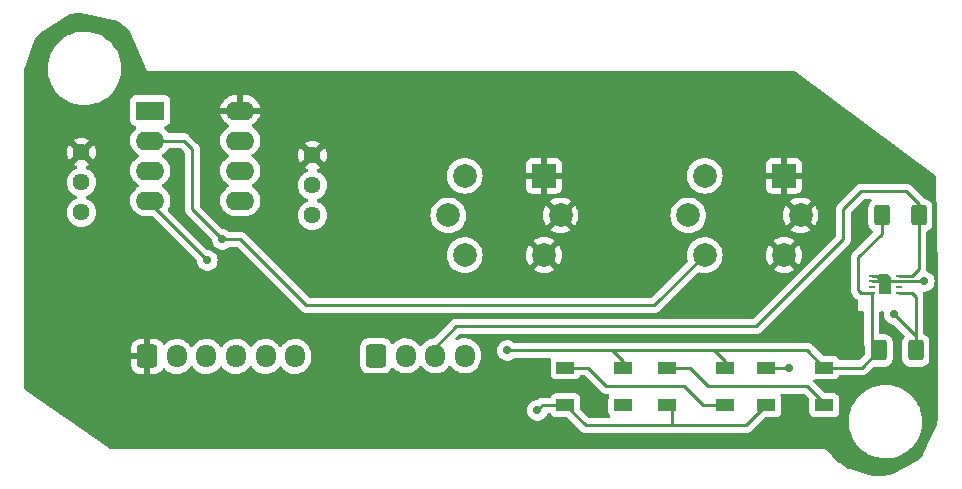
<source format=gbr>
%TF.GenerationSoftware,KiCad,Pcbnew,(6.0.4)*%
%TF.CreationDate,2022-06-03T19:19:18-06:00*%
%TF.ProjectId,Gas_Sensor_Module,4761735f-5365-46e7-936f-725f4d6f6475,rev?*%
%TF.SameCoordinates,Original*%
%TF.FileFunction,Copper,L2,Bot*%
%TF.FilePolarity,Positive*%
%FSLAX46Y46*%
G04 Gerber Fmt 4.6, Leading zero omitted, Abs format (unit mm)*
G04 Created by KiCad (PCBNEW (6.0.4)) date 2022-06-03 19:19:18*
%MOMM*%
%LPD*%
G01*
G04 APERTURE LIST*
G04 Aperture macros list*
%AMRoundRect*
0 Rectangle with rounded corners*
0 $1 Rounding radius*
0 $2 $3 $4 $5 $6 $7 $8 $9 X,Y pos of 4 corners*
0 Add a 4 corners polygon primitive as box body*
4,1,4,$2,$3,$4,$5,$6,$7,$8,$9,$2,$3,0*
0 Add four circle primitives for the rounded corners*
1,1,$1+$1,$2,$3*
1,1,$1+$1,$4,$5*
1,1,$1+$1,$6,$7*
1,1,$1+$1,$8,$9*
0 Add four rect primitives between the rounded corners*
20,1,$1+$1,$2,$3,$4,$5,0*
20,1,$1+$1,$4,$5,$6,$7,0*
20,1,$1+$1,$6,$7,$8,$9,0*
20,1,$1+$1,$8,$9,$2,$3,0*%
%AMFreePoly0*
4,1,6,0.500000,-0.850000,-0.200000,-0.850000,-0.500000,-0.550000,-0.500000,0.850000,0.500000,0.850000,0.500000,-0.850000,0.500000,-0.850000,$1*%
G04 Aperture macros list end*
%TA.AperFunction,ComponentPad*%
%ADD10R,2.400000X1.600000*%
%TD*%
%TA.AperFunction,ComponentPad*%
%ADD11O,2.400000X1.600000*%
%TD*%
%TA.AperFunction,SMDPad,CuDef*%
%ADD12R,1.500000X1.000000*%
%TD*%
%TA.AperFunction,ComponentPad*%
%ADD13O,1.700000X1.950000*%
%TD*%
%TA.AperFunction,ComponentPad*%
%ADD14RoundRect,0.250000X-0.600000X-0.725000X0.600000X-0.725000X0.600000X0.725000X-0.600000X0.725000X0*%
%TD*%
%TA.AperFunction,SMDPad,CuDef*%
%ADD15R,0.550000X0.250000*%
%TD*%
%TA.AperFunction,SMDPad,CuDef*%
%ADD16FreePoly0,180.000000*%
%TD*%
%TA.AperFunction,SMDPad,CuDef*%
%ADD17RoundRect,0.250000X-0.400000X-0.625000X0.400000X-0.625000X0.400000X0.625000X-0.400000X0.625000X0*%
%TD*%
%TA.AperFunction,ComponentPad*%
%ADD18C,1.440000*%
%TD*%
%TA.AperFunction,ComponentPad*%
%ADD19R,2.000000X2.000000*%
%TD*%
%TA.AperFunction,ComponentPad*%
%ADD20C,2.000000*%
%TD*%
%TA.AperFunction,ViaPad*%
%ADD21C,0.711200*%
%TD*%
%TA.AperFunction,Conductor*%
%ADD22C,0.254000*%
%TD*%
G04 APERTURE END LIST*
D10*
%TO.P,LM358,1*%
%TO.N,/DO1*%
X164069000Y-49540000D03*
D11*
%TO.P,LM358,2,-*%
%TO.N,/AO1*%
X164069000Y-52080000D03*
%TO.P,LM358,3,+*%
%TO.N,Net-(LM358-Pad3)*%
X164069000Y-54620000D03*
%TO.P,LM358,4,V-*%
%TO.N,GND*%
X164069000Y-57160000D03*
%TO.P,LM358,5,+*%
%TO.N,/AO2*%
X171689000Y-57160000D03*
%TO.P,LM358,6,-*%
%TO.N,Net-(LM358-Pad6)*%
X171689000Y-54620000D03*
%TO.P,LM358,7*%
%TO.N,/DO2*%
X171689000Y-52080000D03*
%TO.P,LM358,8,V+*%
%TO.N,VCC*%
X171689000Y-49540000D03*
%TD*%
D12*
%TO.P,D3,1,VDD*%
%TO.N,/3V3*%
X212762000Y-71298000D03*
%TO.P,D3,2,DOUT*%
%TO.N,Net-(D3-Pad2)*%
X212762000Y-74498000D03*
%TO.P,D3,3,VSS*%
%TO.N,GND*%
X207862000Y-74498000D03*
%TO.P,D3,4,DIN*%
%TO.N,Net-(D2-Pad2)*%
X207862000Y-71298000D03*
%TD*%
D13*
%TO.P,J1,6,Pin_6*%
%TO.N,GND*%
X176330000Y-70358000D03*
%TO.P,J1,5,Pin_5*%
%TO.N,/AO2*%
X173830000Y-70358000D03*
%TO.P,J1,4,Pin_4*%
%TO.N,/AO1*%
X171330000Y-70358000D03*
%TO.P,J1,3,Pin_3*%
%TO.N,/DO2*%
X168830000Y-70358000D03*
%TO.P,J1,2,Pin_2*%
%TO.N,/DO1*%
X166330000Y-70358000D03*
D14*
%TO.P,J1,1,Pin_1*%
%TO.N,VCC*%
X163830000Y-70358000D03*
%TD*%
D15*
%TO.P,U1,1,SDA*%
%TO.N,/SDA*%
X227489000Y-63512000D03*
%TO.P,U1,2,ADDR*%
%TO.N,GND*%
X227489000Y-64012000D03*
%TO.P,U1,3,ALERT*%
%TO.N,unconnected-(U1-Pad3)*%
X227489000Y-64512000D03*
%TO.P,U1,4,SCL*%
%TO.N,/SCL*%
X227489000Y-65012000D03*
%TO.P,U1,5,VDD*%
%TO.N,/3V3*%
X225139000Y-65012000D03*
%TO.P,U1,6,~{RESET}*%
%TO.N,unconnected-(U1-Pad6)*%
X225139000Y-64512000D03*
%TO.P,U1,7,R*%
%TO.N,GND*%
X225139000Y-64012000D03*
%TO.P,U1,8,VSS*%
X225139000Y-63512000D03*
D16*
%TO.P,U1,9,VSS*%
X226314000Y-64262000D03*
%TD*%
D17*
%TO.P,R9,1*%
%TO.N,/3V3*%
X225780000Y-69850000D03*
%TO.P,R9,2*%
%TO.N,/SCL*%
X228880000Y-69850000D03*
%TD*%
%TO.P,R8,1*%
%TO.N,/3V3*%
X226034000Y-58420000D03*
%TO.P,R8,2*%
%TO.N,/SDA*%
X229134000Y-58420000D03*
%TD*%
D14*
%TO.P,J2,1,Pin_1*%
%TO.N,/DPIX*%
X183193995Y-70312001D03*
D13*
%TO.P,J2,2,Pin_2*%
%TO.N,/SCL*%
X185693995Y-70312001D03*
%TO.P,J2,3,Pin_3*%
%TO.N,/SDA*%
X188193995Y-70312001D03*
%TO.P,J2,4,Pin_4*%
%TO.N,/3V3*%
X190693995Y-70312001D03*
%TD*%
D12*
%TO.P,D4,1,VDD*%
%TO.N,/3V3*%
X204126000Y-71298000D03*
%TO.P,D4,2,DOUT*%
%TO.N,unconnected-(D4-Pad2)*%
X204126000Y-74498000D03*
%TO.P,D4,3,VSS*%
%TO.N,GND*%
X199226000Y-74498000D03*
%TO.P,D4,4,DIN*%
%TO.N,Net-(D3-Pad2)*%
X199226000Y-71298000D03*
%TD*%
%TO.P,D2,1,VDD*%
%TO.N,/3V3*%
X221144000Y-71298000D03*
%TO.P,D2,2,DOUT*%
%TO.N,Net-(D2-Pad2)*%
X221144000Y-74498000D03*
%TO.P,D2,3,VSS*%
%TO.N,GND*%
X216244000Y-74498000D03*
%TO.P,D2,4,DIN*%
%TO.N,/DPIX*%
X216244000Y-71298000D03*
%TD*%
D18*
%TO.P,POT2,1,1*%
%TO.N,VCC*%
X177800000Y-53330000D03*
%TO.P,POT2,2,2*%
%TO.N,Net-(LM358-Pad6)*%
X177800000Y-55870000D03*
%TO.P,POT2,3,3*%
%TO.N,GND*%
X177800000Y-58410000D03*
%TD*%
%TO.P,POT1,1,1*%
%TO.N,VCC*%
X158242000Y-53075992D03*
%TO.P,POT1,2,2*%
%TO.N,Net-(LM358-Pad3)*%
X158242000Y-55615992D03*
%TO.P,POT1,3,3*%
%TO.N,GND*%
X158242000Y-58155992D03*
%TD*%
D19*
%TO.P,MQ135,1,B1*%
%TO.N,VCC*%
X217735988Y-55060012D03*
D20*
%TO.P,MQ135,2,VH+*%
X219125988Y-58420012D03*
%TO.P,MQ135,3,B2*%
X217735988Y-61780012D03*
%TO.P,MQ135,4,A2*%
%TO.N,/AO1*%
X211015988Y-61780012D03*
%TO.P,MQ135,5,VH-*%
%TO.N,Net-(MQ135-Pad5)*%
X209625988Y-58420012D03*
%TO.P,MQ135,6,A1*%
%TO.N,/AO1*%
X211015988Y-55060012D03*
%TD*%
%TO.P,MQ2,6,A1*%
%TO.N,/AO2*%
X190696000Y-55060000D03*
%TO.P,MQ2,5,VH-*%
%TO.N,Net-(MQ2-Pad5)*%
X189306000Y-58420000D03*
%TO.P,MQ2,4,A2*%
%TO.N,/AO2*%
X190696000Y-61780000D03*
%TO.P,MQ2,3,B2*%
%TO.N,VCC*%
X197416000Y-61780000D03*
%TO.P,MQ2,2,VH+*%
X198806000Y-58420000D03*
D19*
%TO.P,MQ2,1,B1*%
X197416000Y-55060000D03*
%TD*%
D21*
%TO.N,GND*%
X196850000Y-74930000D03*
X168910000Y-62230000D03*
X229612012Y-64011988D03*
%TO.N,/DPIX*%
X218186000Y-71374000D03*
%TO.N,/SCL*%
X227076000Y-66802000D03*
%TO.N,/3V3*%
X194310000Y-69850000D03*
%TO.N,/AO1*%
X170180000Y-60452000D03*
%TD*%
D22*
%TO.N,GND*%
X197282000Y-74498000D02*
X196850000Y-74930000D01*
X199226000Y-74498000D02*
X197282000Y-74498000D01*
X208280000Y-76200000D02*
X208280000Y-74916000D01*
X200928000Y-76200000D02*
X208280000Y-76200000D01*
X199226000Y-74498000D02*
X200928000Y-76200000D01*
X208280000Y-74916000D02*
X207862000Y-74498000D01*
X214542000Y-76200000D02*
X208280000Y-76200000D01*
X216244000Y-74498000D02*
X214542000Y-76200000D01*
X164069000Y-57389000D02*
X168910000Y-62230000D01*
X164069000Y-57160000D02*
X164069000Y-57389000D01*
%TO.N,/SDA*%
X229134000Y-57430000D02*
X229134000Y-58420000D01*
X228092000Y-56388000D02*
X229134000Y-57430000D01*
X222758000Y-57912000D02*
X224282000Y-56388000D01*
X222758000Y-60452000D02*
X222758000Y-57912000D01*
X215392000Y-67818000D02*
X222758000Y-60452000D01*
X188194000Y-69616000D02*
X189992000Y-67818000D01*
X188194000Y-70312000D02*
X188194000Y-69616000D01*
X189992000Y-67818000D02*
X215392000Y-67818000D01*
X224282000Y-56388000D02*
X228092000Y-56388000D01*
%TO.N,/AO1*%
X211015988Y-61780012D02*
X206756000Y-66040000D01*
X206756000Y-66040000D02*
X177292000Y-66040000D01*
X177292000Y-66040000D02*
X171704000Y-60452000D01*
X171704000Y-60452000D02*
X170180000Y-60452000D01*
%TO.N,GND*%
X227489000Y-64012000D02*
X229612000Y-64012000D01*
%TO.N,/3V3*%
X224028000Y-61976000D02*
X226034000Y-59970000D01*
X224028000Y-64770000D02*
X224028000Y-61976000D01*
X224270000Y-65012000D02*
X224028000Y-64770000D01*
X226034000Y-59970000D02*
X226034000Y-58420000D01*
X225139000Y-65012000D02*
X224270000Y-65012000D01*
%TO.N,GND*%
X225139000Y-63512000D02*
X225564000Y-63512000D01*
X225564000Y-63512000D02*
X226314000Y-64262000D01*
X225139000Y-64012000D02*
X226064000Y-64012000D01*
X226064000Y-64012000D02*
X226314000Y-64262000D01*
X226564000Y-64012000D02*
X226314000Y-64262000D01*
X227489000Y-64012000D02*
X226564000Y-64012000D01*
%TO.N,/SDA*%
X228588000Y-63512000D02*
X227489000Y-63512000D01*
X229134000Y-62966000D02*
X228588000Y-63512000D01*
X229134000Y-58420000D02*
X229134000Y-62966000D01*
%TO.N,/DPIX*%
X218186000Y-71374000D02*
X216320000Y-71374000D01*
X216320000Y-71374000D02*
X216244000Y-71298000D01*
%TO.N,Net-(D2-Pad2)*%
X209728000Y-71298000D02*
X207862000Y-71298000D01*
X211328000Y-72898000D02*
X209728000Y-71298000D01*
%TO.N,Net-(D3-Pad2)*%
X202692000Y-72898000D02*
X201092000Y-71298000D01*
X201092000Y-71298000D02*
X199226000Y-71298000D01*
X210896000Y-74498000D02*
X209296000Y-72898000D01*
X209296000Y-72898000D02*
X202692000Y-72898000D01*
X212762000Y-74498000D02*
X210896000Y-74498000D01*
%TO.N,Net-(D2-Pad2)*%
X219710000Y-72898000D02*
X211328000Y-72898000D01*
X221144000Y-74332000D02*
X219710000Y-72898000D01*
X221144000Y-74498000D02*
X221144000Y-74332000D01*
%TO.N,/SCL*%
X228880000Y-68606000D02*
X227076000Y-66802000D01*
X228880000Y-69850000D02*
X228880000Y-68606000D01*
X228588000Y-65012000D02*
X227489000Y-65012000D01*
X228880000Y-65304000D02*
X228588000Y-65012000D01*
X228880000Y-69850000D02*
X228880000Y-65304000D01*
%TO.N,/3V3*%
X225780000Y-69850000D02*
X225139000Y-69209000D01*
X225139000Y-69209000D02*
X225139000Y-65012000D01*
X224332000Y-71298000D02*
X221144000Y-71298000D01*
X225780000Y-69850000D02*
X224332000Y-71298000D01*
X204126000Y-70776000D02*
X203200000Y-69850000D01*
X204126000Y-71298000D02*
X204126000Y-70776000D01*
X194310000Y-69850000D02*
X203200000Y-69850000D01*
X203200000Y-69850000D02*
X211328000Y-69850000D01*
X212762000Y-70776000D02*
X211836000Y-69850000D01*
X212762000Y-71298000D02*
X212762000Y-70776000D01*
X211328000Y-69850000D02*
X219696000Y-69850000D01*
X211836000Y-69850000D02*
X211328000Y-69850000D01*
X219696000Y-69850000D02*
X221144000Y-71298000D01*
%TO.N,/AO1*%
X166888000Y-52080000D02*
X164069000Y-52080000D01*
X167640000Y-52832000D02*
X166888000Y-52080000D01*
X167640000Y-57912000D02*
X167640000Y-52832000D01*
X170180000Y-60452000D02*
X167640000Y-57912000D01*
%TD*%
%TA.AperFunction,Conductor*%
%TO.N,VCC*%
G36*
X158185442Y-41254222D02*
G01*
X161361328Y-42001489D01*
X161396925Y-42015876D01*
X161463626Y-42055593D01*
X161504930Y-42080187D01*
X161513994Y-42086127D01*
X161667705Y-42196584D01*
X161871305Y-42342892D01*
X161879819Y-42349584D01*
X162213759Y-42636121D01*
X162221673Y-42643526D01*
X162277912Y-42700878D01*
X162303384Y-42738593D01*
X162769777Y-43804634D01*
X163830000Y-46228000D01*
X164280020Y-46228000D01*
X164301653Y-46229871D01*
X164313599Y-46231953D01*
X164313600Y-46231953D01*
X164322442Y-46233494D01*
X164359843Y-46229289D01*
X164373920Y-46228500D01*
X218652910Y-46228500D01*
X218721031Y-46248502D01*
X218728166Y-46253443D01*
X230582035Y-55080792D01*
X230624724Y-55137520D01*
X230632769Y-55180294D01*
X230736765Y-63603965D01*
X230736775Y-63605520D01*
X230736775Y-74902146D01*
X230736307Y-74913000D01*
X230732351Y-74958754D01*
X230734118Y-74967549D01*
X230734118Y-74967553D01*
X230736452Y-74979168D01*
X230738879Y-75000764D01*
X230748413Y-75373892D01*
X230749052Y-75398923D01*
X230748868Y-75409662D01*
X230725849Y-75794100D01*
X230723224Y-75837934D01*
X230722125Y-75848619D01*
X230682304Y-76121023D01*
X230672033Y-76155596D01*
X230195234Y-77188660D01*
X229524274Y-78642406D01*
X229502697Y-78674807D01*
X229244354Y-78956265D01*
X229236753Y-78963868D01*
X228991497Y-79189092D01*
X228966009Y-79207226D01*
X226981501Y-80275807D01*
X226950582Y-80287528D01*
X226564521Y-80378226D01*
X226554004Y-80380229D01*
X226129471Y-80442394D01*
X226118786Y-80443495D01*
X225725855Y-80467120D01*
X225690528Y-80469244D01*
X225679781Y-80469431D01*
X225250877Y-80458578D01*
X225240158Y-80457847D01*
X224937120Y-80424179D01*
X224913983Y-80419379D01*
X223291297Y-79920091D01*
X223273322Y-79913011D01*
X223153230Y-79854696D01*
X223143769Y-79849592D01*
X223022055Y-79777063D01*
X222775211Y-79629971D01*
X222766230Y-79624086D01*
X222482548Y-79420385D01*
X222417738Y-79373847D01*
X222409281Y-79367210D01*
X222134282Y-79131751D01*
X222127136Y-79125136D01*
X221763535Y-78761535D01*
X221755614Y-78752838D01*
X221518311Y-78466486D01*
X221504444Y-78445928D01*
X221502484Y-78442297D01*
X221502483Y-78442296D01*
X221498219Y-78434394D01*
X221491911Y-78428009D01*
X221486835Y-78421150D01*
X221481288Y-78414633D01*
X221476499Y-78407042D01*
X221469770Y-78401099D01*
X221438099Y-78373128D01*
X221431875Y-78367243D01*
X221402157Y-78337164D01*
X221395848Y-78330778D01*
X221387999Y-78326419D01*
X221381208Y-78321265D01*
X221374054Y-78316566D01*
X221367324Y-78310622D01*
X221359197Y-78306807D01*
X221359195Y-78306805D01*
X221320937Y-78288843D01*
X221313311Y-78284941D01*
X221313263Y-78284914D01*
X221269440Y-78260577D01*
X221253062Y-78248225D01*
X221246812Y-78244812D01*
X221234000Y-78232000D01*
X221158537Y-78232000D01*
X221144160Y-78230394D01*
X221144142Y-78230623D01*
X221135197Y-78229904D01*
X221126441Y-78227923D01*
X221117484Y-78228479D01*
X221117481Y-78228479D01*
X221072743Y-78231258D01*
X221064933Y-78231500D01*
X160728008Y-78231500D01*
X160655752Y-78208723D01*
X160561734Y-78142910D01*
X153470244Y-73178868D01*
X153425907Y-73123417D01*
X153416500Y-73075645D01*
X153416500Y-71130095D01*
X162472001Y-71130095D01*
X162472338Y-71136614D01*
X162482257Y-71232206D01*
X162485149Y-71245600D01*
X162536588Y-71399784D01*
X162542761Y-71412962D01*
X162628063Y-71550807D01*
X162637099Y-71562208D01*
X162751829Y-71676739D01*
X162763240Y-71685751D01*
X162901243Y-71770816D01*
X162914424Y-71776963D01*
X163068710Y-71828138D01*
X163082086Y-71831005D01*
X163176438Y-71840672D01*
X163182854Y-71841000D01*
X163557885Y-71841000D01*
X163573124Y-71836525D01*
X163574329Y-71835135D01*
X163576000Y-71827452D01*
X163576000Y-71822884D01*
X164084000Y-71822884D01*
X164088475Y-71838123D01*
X164089865Y-71839328D01*
X164097548Y-71840999D01*
X164477095Y-71840999D01*
X164483614Y-71840662D01*
X164579206Y-71830743D01*
X164592600Y-71827851D01*
X164746784Y-71776412D01*
X164759962Y-71770239D01*
X164897807Y-71684937D01*
X164909208Y-71675901D01*
X165023739Y-71561171D01*
X165032753Y-71549757D01*
X165118723Y-71410287D01*
X165171495Y-71362793D01*
X165241566Y-71351369D01*
X165306690Y-71379643D01*
X165317149Y-71389426D01*
X165426576Y-71504135D01*
X165430854Y-71507318D01*
X165443225Y-71516522D01*
X165611542Y-71641754D01*
X165616293Y-71644170D01*
X165616297Y-71644172D01*
X165647795Y-71660186D01*
X165817051Y-71746240D01*
X165822145Y-71747822D01*
X165822148Y-71747823D01*
X166022020Y-71809885D01*
X166037227Y-71814607D01*
X166042516Y-71815308D01*
X166260489Y-71844198D01*
X166260494Y-71844198D01*
X166265774Y-71844898D01*
X166271103Y-71844698D01*
X166271105Y-71844698D01*
X166380966Y-71840573D01*
X166496158Y-71836249D01*
X166501468Y-71835135D01*
X166716572Y-71790002D01*
X166721791Y-71788907D01*
X166726750Y-71786949D01*
X166726752Y-71786948D01*
X166931256Y-71706185D01*
X166931258Y-71706184D01*
X166936221Y-71704224D01*
X167008794Y-71660186D01*
X167128757Y-71587390D01*
X167128756Y-71587390D01*
X167133317Y-71584623D01*
X167183138Y-71541391D01*
X167303412Y-71437023D01*
X167303414Y-71437021D01*
X167307445Y-71433523D01*
X167361634Y-71367435D01*
X167450240Y-71259373D01*
X167450244Y-71259367D01*
X167453624Y-71255245D01*
X167471552Y-71223750D01*
X167522632Y-71174445D01*
X167592262Y-71160583D01*
X167658333Y-71186566D01*
X167685573Y-71215716D01*
X167767441Y-71337319D01*
X167771120Y-71341176D01*
X167771122Y-71341178D01*
X167818673Y-71391024D01*
X167926576Y-71504135D01*
X167930854Y-71507318D01*
X167943225Y-71516522D01*
X168111542Y-71641754D01*
X168116293Y-71644170D01*
X168116297Y-71644172D01*
X168147795Y-71660186D01*
X168317051Y-71746240D01*
X168322145Y-71747822D01*
X168322148Y-71747823D01*
X168522020Y-71809885D01*
X168537227Y-71814607D01*
X168542516Y-71815308D01*
X168760489Y-71844198D01*
X168760494Y-71844198D01*
X168765774Y-71844898D01*
X168771103Y-71844698D01*
X168771105Y-71844698D01*
X168880966Y-71840573D01*
X168996158Y-71836249D01*
X169001468Y-71835135D01*
X169216572Y-71790002D01*
X169221791Y-71788907D01*
X169226750Y-71786949D01*
X169226752Y-71786948D01*
X169431256Y-71706185D01*
X169431258Y-71706184D01*
X169436221Y-71704224D01*
X169508794Y-71660186D01*
X169628757Y-71587390D01*
X169628756Y-71587390D01*
X169633317Y-71584623D01*
X169683138Y-71541391D01*
X169803412Y-71437023D01*
X169803414Y-71437021D01*
X169807445Y-71433523D01*
X169861634Y-71367435D01*
X169950240Y-71259373D01*
X169950244Y-71259367D01*
X169953624Y-71255245D01*
X169971552Y-71223750D01*
X170022632Y-71174445D01*
X170092262Y-71160583D01*
X170158333Y-71186566D01*
X170185573Y-71215716D01*
X170267441Y-71337319D01*
X170271120Y-71341176D01*
X170271122Y-71341178D01*
X170318673Y-71391024D01*
X170426576Y-71504135D01*
X170430854Y-71507318D01*
X170443225Y-71516522D01*
X170611542Y-71641754D01*
X170616293Y-71644170D01*
X170616297Y-71644172D01*
X170647795Y-71660186D01*
X170817051Y-71746240D01*
X170822145Y-71747822D01*
X170822148Y-71747823D01*
X171022020Y-71809885D01*
X171037227Y-71814607D01*
X171042516Y-71815308D01*
X171260489Y-71844198D01*
X171260494Y-71844198D01*
X171265774Y-71844898D01*
X171271103Y-71844698D01*
X171271105Y-71844698D01*
X171380966Y-71840573D01*
X171496158Y-71836249D01*
X171501468Y-71835135D01*
X171716572Y-71790002D01*
X171721791Y-71788907D01*
X171726750Y-71786949D01*
X171726752Y-71786948D01*
X171931256Y-71706185D01*
X171931258Y-71706184D01*
X171936221Y-71704224D01*
X172008794Y-71660186D01*
X172128757Y-71587390D01*
X172128756Y-71587390D01*
X172133317Y-71584623D01*
X172183138Y-71541391D01*
X172303412Y-71437023D01*
X172303414Y-71437021D01*
X172307445Y-71433523D01*
X172361634Y-71367435D01*
X172450240Y-71259373D01*
X172450244Y-71259367D01*
X172453624Y-71255245D01*
X172471552Y-71223750D01*
X172522632Y-71174445D01*
X172592262Y-71160583D01*
X172658333Y-71186566D01*
X172685573Y-71215716D01*
X172767441Y-71337319D01*
X172771120Y-71341176D01*
X172771122Y-71341178D01*
X172818673Y-71391024D01*
X172926576Y-71504135D01*
X172930854Y-71507318D01*
X172943225Y-71516522D01*
X173111542Y-71641754D01*
X173116293Y-71644170D01*
X173116297Y-71644172D01*
X173147795Y-71660186D01*
X173317051Y-71746240D01*
X173322145Y-71747822D01*
X173322148Y-71747823D01*
X173522020Y-71809885D01*
X173537227Y-71814607D01*
X173542516Y-71815308D01*
X173760489Y-71844198D01*
X173760494Y-71844198D01*
X173765774Y-71844898D01*
X173771103Y-71844698D01*
X173771105Y-71844698D01*
X173880966Y-71840573D01*
X173996158Y-71836249D01*
X174001468Y-71835135D01*
X174216572Y-71790002D01*
X174221791Y-71788907D01*
X174226750Y-71786949D01*
X174226752Y-71786948D01*
X174431256Y-71706185D01*
X174431258Y-71706184D01*
X174436221Y-71704224D01*
X174508794Y-71660186D01*
X174628757Y-71587390D01*
X174628756Y-71587390D01*
X174633317Y-71584623D01*
X174683138Y-71541391D01*
X174803412Y-71437023D01*
X174803414Y-71437021D01*
X174807445Y-71433523D01*
X174861634Y-71367435D01*
X174950240Y-71259373D01*
X174950244Y-71259367D01*
X174953624Y-71255245D01*
X174971552Y-71223750D01*
X175022632Y-71174445D01*
X175092262Y-71160583D01*
X175158333Y-71186566D01*
X175185573Y-71215716D01*
X175267441Y-71337319D01*
X175271120Y-71341176D01*
X175271122Y-71341178D01*
X175318673Y-71391024D01*
X175426576Y-71504135D01*
X175430854Y-71507318D01*
X175443225Y-71516522D01*
X175611542Y-71641754D01*
X175616293Y-71644170D01*
X175616297Y-71644172D01*
X175647795Y-71660186D01*
X175817051Y-71746240D01*
X175822145Y-71747822D01*
X175822148Y-71747823D01*
X176022020Y-71809885D01*
X176037227Y-71814607D01*
X176042516Y-71815308D01*
X176260489Y-71844198D01*
X176260494Y-71844198D01*
X176265774Y-71844898D01*
X176271103Y-71844698D01*
X176271105Y-71844698D01*
X176380966Y-71840573D01*
X176496158Y-71836249D01*
X176501468Y-71835135D01*
X176716572Y-71790002D01*
X176721791Y-71788907D01*
X176726750Y-71786949D01*
X176726752Y-71786948D01*
X176931256Y-71706185D01*
X176931258Y-71706184D01*
X176936221Y-71704224D01*
X177008794Y-71660186D01*
X177128757Y-71587390D01*
X177128756Y-71587390D01*
X177133317Y-71584623D01*
X177183138Y-71541391D01*
X177303412Y-71437023D01*
X177303414Y-71437021D01*
X177307445Y-71433523D01*
X177361634Y-71367435D01*
X177450240Y-71259373D01*
X177450244Y-71259367D01*
X177453624Y-71255245D01*
X177459115Y-71245600D01*
X177549166Y-71087401D01*
X181835495Y-71087401D01*
X181835832Y-71090647D01*
X181835832Y-71090651D01*
X181844870Y-71177753D01*
X181846469Y-71193167D01*
X181848650Y-71199703D01*
X181848650Y-71199705D01*
X181880503Y-71295179D01*
X181902445Y-71360947D01*
X181995517Y-71511349D01*
X182120692Y-71636306D01*
X182126922Y-71640146D01*
X182126923Y-71640147D01*
X182264085Y-71724695D01*
X182271257Y-71729116D01*
X182316140Y-71744003D01*
X182432606Y-71782633D01*
X182432608Y-71782633D01*
X182439134Y-71784798D01*
X182445970Y-71785498D01*
X182445973Y-71785499D01*
X182481658Y-71789155D01*
X182543595Y-71795501D01*
X183844395Y-71795501D01*
X183847641Y-71795164D01*
X183847645Y-71795164D01*
X183943303Y-71785239D01*
X183943307Y-71785238D01*
X183950161Y-71784527D01*
X183956697Y-71782346D01*
X183956699Y-71782346D01*
X184104246Y-71733120D01*
X184117941Y-71728551D01*
X184268343Y-71635479D01*
X184393300Y-71510304D01*
X184483076Y-71364661D01*
X184535847Y-71317169D01*
X184605919Y-71305745D01*
X184671043Y-71334019D01*
X184681505Y-71343806D01*
X184723210Y-71387524D01*
X184790571Y-71458136D01*
X184975537Y-71595755D01*
X184980288Y-71598171D01*
X184980292Y-71598173D01*
X185043476Y-71630297D01*
X185181046Y-71700241D01*
X185186140Y-71701823D01*
X185186143Y-71701824D01*
X185329186Y-71746240D01*
X185401222Y-71768608D01*
X185406511Y-71769309D01*
X185624484Y-71798199D01*
X185624489Y-71798199D01*
X185629769Y-71798899D01*
X185635098Y-71798699D01*
X185635100Y-71798699D01*
X185744961Y-71794575D01*
X185860153Y-71790250D01*
X185875891Y-71786948D01*
X186062361Y-71747823D01*
X186085786Y-71742908D01*
X186090745Y-71740950D01*
X186090747Y-71740949D01*
X186295251Y-71660186D01*
X186295253Y-71660185D01*
X186300216Y-71658225D01*
X186327360Y-71641754D01*
X186492752Y-71541391D01*
X186492751Y-71541391D01*
X186497312Y-71538624D01*
X186541502Y-71500278D01*
X186667407Y-71391024D01*
X186667409Y-71391022D01*
X186671440Y-71387524D01*
X186715311Y-71334019D01*
X186814235Y-71213374D01*
X186814239Y-71213368D01*
X186817619Y-71209246D01*
X186835547Y-71177751D01*
X186886627Y-71128446D01*
X186956257Y-71114584D01*
X187022328Y-71140567D01*
X187049568Y-71169717D01*
X187131436Y-71291320D01*
X187290571Y-71458136D01*
X187475537Y-71595755D01*
X187480288Y-71598171D01*
X187480292Y-71598173D01*
X187543476Y-71630297D01*
X187681046Y-71700241D01*
X187686140Y-71701823D01*
X187686143Y-71701824D01*
X187829186Y-71746240D01*
X187901222Y-71768608D01*
X187906511Y-71769309D01*
X188124484Y-71798199D01*
X188124489Y-71798199D01*
X188129769Y-71798899D01*
X188135098Y-71798699D01*
X188135100Y-71798699D01*
X188244961Y-71794575D01*
X188360153Y-71790250D01*
X188375891Y-71786948D01*
X188562361Y-71747823D01*
X188585786Y-71742908D01*
X188590745Y-71740950D01*
X188590747Y-71740949D01*
X188795251Y-71660186D01*
X188795253Y-71660185D01*
X188800216Y-71658225D01*
X188827360Y-71641754D01*
X188992752Y-71541391D01*
X188992751Y-71541391D01*
X188997312Y-71538624D01*
X189041502Y-71500278D01*
X189167407Y-71391024D01*
X189167409Y-71391022D01*
X189171440Y-71387524D01*
X189215311Y-71334019D01*
X189314235Y-71213374D01*
X189314239Y-71213368D01*
X189317619Y-71209246D01*
X189335547Y-71177751D01*
X189386627Y-71128446D01*
X189456257Y-71114584D01*
X189522328Y-71140567D01*
X189549568Y-71169717D01*
X189631436Y-71291320D01*
X189790571Y-71458136D01*
X189975537Y-71595755D01*
X189980288Y-71598171D01*
X189980292Y-71598173D01*
X190043476Y-71630297D01*
X190181046Y-71700241D01*
X190186140Y-71701823D01*
X190186143Y-71701824D01*
X190329186Y-71746240D01*
X190401222Y-71768608D01*
X190406511Y-71769309D01*
X190624484Y-71798199D01*
X190624489Y-71798199D01*
X190629769Y-71798899D01*
X190635098Y-71798699D01*
X190635100Y-71798699D01*
X190744961Y-71794575D01*
X190860153Y-71790250D01*
X190875891Y-71786948D01*
X191062361Y-71747823D01*
X191085786Y-71742908D01*
X191090745Y-71740950D01*
X191090747Y-71740949D01*
X191295251Y-71660186D01*
X191295253Y-71660185D01*
X191300216Y-71658225D01*
X191327360Y-71641754D01*
X191492752Y-71541391D01*
X191492751Y-71541391D01*
X191497312Y-71538624D01*
X191541502Y-71500278D01*
X191667407Y-71391024D01*
X191667409Y-71391022D01*
X191671440Y-71387524D01*
X191715311Y-71334019D01*
X191814235Y-71213374D01*
X191814239Y-71213368D01*
X191817619Y-71209246D01*
X191826666Y-71193354D01*
X191929027Y-71013530D01*
X191931670Y-71008887D01*
X192010332Y-70792176D01*
X192014346Y-70769978D01*
X192050618Y-70569393D01*
X192050619Y-70569386D01*
X192051356Y-70565309D01*
X192052495Y-70541157D01*
X192052495Y-70129111D01*
X192037915Y-69957281D01*
X192036577Y-69952126D01*
X192036576Y-69952120D01*
X191981338Y-69739298D01*
X191981337Y-69739294D01*
X191979996Y-69734129D01*
X191885307Y-69523926D01*
X191756554Y-69332682D01*
X191752054Y-69327964D01*
X191668720Y-69240609D01*
X191597419Y-69165866D01*
X191412453Y-69028247D01*
X191407702Y-69025831D01*
X191407698Y-69025829D01*
X191285726Y-68963816D01*
X191206944Y-68923761D01*
X191201850Y-68922179D01*
X191201847Y-68922178D01*
X190991866Y-68856977D01*
X190986768Y-68855394D01*
X190981479Y-68854693D01*
X190763506Y-68825803D01*
X190763501Y-68825803D01*
X190758221Y-68825103D01*
X190752892Y-68825303D01*
X190752890Y-68825303D01*
X190643029Y-68829427D01*
X190527837Y-68833752D01*
X190522618Y-68834847D01*
X190500561Y-68839475D01*
X190302204Y-68881094D01*
X190297245Y-68883052D01*
X190297243Y-68883053D01*
X190198173Y-68922178D01*
X190090566Y-68964675D01*
X190090563Y-68964675D01*
X190087774Y-68965777D01*
X190087550Y-68965209D01*
X190021345Y-68976926D01*
X189955844Y-68949538D01*
X189915547Y-68891085D01*
X189913249Y-68820126D01*
X189946136Y-68762598D01*
X190218329Y-68490405D01*
X190280641Y-68456379D01*
X190307424Y-68453500D01*
X215312980Y-68453500D01*
X215324214Y-68454030D01*
X215331719Y-68455708D01*
X215400012Y-68453562D01*
X215403969Y-68453500D01*
X215431983Y-68453500D01*
X215435908Y-68453004D01*
X215435909Y-68453004D01*
X215436004Y-68452992D01*
X215447849Y-68452059D01*
X215477670Y-68451122D01*
X215484282Y-68450914D01*
X215484283Y-68450914D01*
X215492205Y-68450665D01*
X215511749Y-68444987D01*
X215531112Y-68440977D01*
X215543440Y-68439420D01*
X215543442Y-68439420D01*
X215551299Y-68438427D01*
X215558663Y-68435511D01*
X215558668Y-68435510D01*
X215592556Y-68422093D01*
X215603785Y-68418248D01*
X215621875Y-68412992D01*
X215646393Y-68405869D01*
X215653220Y-68401831D01*
X215653223Y-68401830D01*
X215663906Y-68395512D01*
X215681664Y-68386812D01*
X215693215Y-68382239D01*
X215693221Y-68382235D01*
X215700588Y-68379319D01*
X215736491Y-68353234D01*
X215746410Y-68346719D01*
X215777768Y-68328174D01*
X215777772Y-68328171D01*
X215784598Y-68324134D01*
X215798982Y-68309750D01*
X215814016Y-68296909D01*
X215824073Y-68289602D01*
X215830487Y-68284942D01*
X215858778Y-68250744D01*
X215866767Y-68241965D01*
X223151483Y-60957250D01*
X223159809Y-60949674D01*
X223166303Y-60945553D01*
X223213086Y-60895734D01*
X223215840Y-60892893D01*
X223235639Y-60873094D01*
X223238068Y-60869963D01*
X223238072Y-60869958D01*
X223238139Y-60869872D01*
X223245847Y-60860847D01*
X223270791Y-60834285D01*
X223270794Y-60834281D01*
X223276217Y-60828506D01*
X223280036Y-60821560D01*
X223280039Y-60821555D01*
X223286022Y-60810672D01*
X223296878Y-60794144D01*
X223304492Y-60784329D01*
X223304494Y-60784326D01*
X223309349Y-60778067D01*
X223312495Y-60770797D01*
X223312498Y-60770792D01*
X223326969Y-60737350D01*
X223332192Y-60726689D01*
X223349749Y-60694753D01*
X223349751Y-60694748D01*
X223353569Y-60687803D01*
X223355539Y-60680129D01*
X223355542Y-60680122D01*
X223358632Y-60668087D01*
X223365036Y-60649382D01*
X223369967Y-60637987D01*
X223373117Y-60630708D01*
X223380060Y-60586873D01*
X223382467Y-60575251D01*
X223393500Y-60532282D01*
X223393500Y-60511935D01*
X223395051Y-60492224D01*
X223396995Y-60479950D01*
X223398235Y-60472121D01*
X223394059Y-60427944D01*
X223393500Y-60416086D01*
X223393500Y-58227422D01*
X223413502Y-58159301D01*
X223430405Y-58138327D01*
X224508327Y-57060405D01*
X224570639Y-57026379D01*
X224597422Y-57023500D01*
X225028556Y-57023500D01*
X225096677Y-57043502D01*
X225143170Y-57097158D01*
X225153274Y-57167432D01*
X225123780Y-57232012D01*
X225117729Y-57238518D01*
X225034695Y-57321697D01*
X225030855Y-57327927D01*
X225030854Y-57327928D01*
X224978401Y-57413023D01*
X224941885Y-57472262D01*
X224886203Y-57640139D01*
X224885503Y-57646975D01*
X224885502Y-57646978D01*
X224881538Y-57685672D01*
X224875500Y-57744600D01*
X224875500Y-59095400D01*
X224875837Y-59098646D01*
X224875837Y-59098650D01*
X224877138Y-59111183D01*
X224886474Y-59201166D01*
X224888655Y-59207702D01*
X224888655Y-59207704D01*
X224913480Y-59282113D01*
X224942450Y-59368946D01*
X225035522Y-59519348D01*
X225160697Y-59644305D01*
X225166928Y-59648146D01*
X225166931Y-59648148D01*
X225210766Y-59675169D01*
X225258259Y-59727941D01*
X225269681Y-59798013D01*
X225241407Y-59863137D01*
X225233744Y-59871523D01*
X223634517Y-61470750D01*
X223626191Y-61478326D01*
X223619697Y-61482447D01*
X223614274Y-61488222D01*
X223572915Y-61532265D01*
X223570160Y-61535107D01*
X223550361Y-61554906D01*
X223547937Y-61558031D01*
X223547929Y-61558040D01*
X223547863Y-61558126D01*
X223540155Y-61567151D01*
X223509783Y-61599494D01*
X223505965Y-61606438D01*
X223505964Y-61606440D01*
X223499978Y-61617329D01*
X223489127Y-61633847D01*
X223476650Y-61649933D01*
X223459024Y-61690666D01*
X223453807Y-61701314D01*
X223432431Y-61740197D01*
X223430460Y-61747872D01*
X223430458Y-61747878D01*
X223427369Y-61759911D01*
X223420966Y-61778613D01*
X223412883Y-61797292D01*
X223411644Y-61805117D01*
X223405940Y-61841127D01*
X223403535Y-61852740D01*
X223392500Y-61895718D01*
X223392500Y-61916065D01*
X223390949Y-61935776D01*
X223387765Y-61955879D01*
X223388511Y-61963771D01*
X223391941Y-62000056D01*
X223392500Y-62011914D01*
X223392500Y-64690980D01*
X223391970Y-64702214D01*
X223390292Y-64709719D01*
X223390541Y-64717638D01*
X223392438Y-64778012D01*
X223392500Y-64781969D01*
X223392500Y-64809983D01*
X223392996Y-64813908D01*
X223392996Y-64813909D01*
X223393008Y-64814004D01*
X223393941Y-64825849D01*
X223395335Y-64870205D01*
X223397547Y-64877817D01*
X223401013Y-64889748D01*
X223405023Y-64909112D01*
X223406107Y-64917690D01*
X223407573Y-64929299D01*
X223410489Y-64936663D01*
X223410490Y-64936668D01*
X223423907Y-64970556D01*
X223427752Y-64981785D01*
X223440131Y-65024393D01*
X223444169Y-65031220D01*
X223444170Y-65031223D01*
X223450488Y-65041906D01*
X223459188Y-65059664D01*
X223463761Y-65071215D01*
X223463765Y-65071221D01*
X223466681Y-65078588D01*
X223471339Y-65084999D01*
X223471340Y-65085001D01*
X223492764Y-65114488D01*
X223499281Y-65124410D01*
X223517826Y-65155768D01*
X223517829Y-65155772D01*
X223521866Y-65162598D01*
X223536250Y-65176982D01*
X223549091Y-65192016D01*
X223561058Y-65208487D01*
X223567166Y-65213540D01*
X223595249Y-65236772D01*
X223604030Y-65244762D01*
X223764750Y-65405483D01*
X223772323Y-65413805D01*
X223776447Y-65420303D01*
X223826266Y-65467086D01*
X223829108Y-65469841D01*
X223848906Y-65489639D01*
X223852031Y-65492063D01*
X223852040Y-65492071D01*
X223852126Y-65492137D01*
X223861151Y-65499845D01*
X223893494Y-65530217D01*
X223900438Y-65534035D01*
X223900440Y-65534036D01*
X223911329Y-65540022D01*
X223927847Y-65550873D01*
X223943933Y-65563350D01*
X223952039Y-65566858D01*
X223952583Y-65567311D01*
X223958032Y-65570533D01*
X223957512Y-65571412D01*
X224006613Y-65612267D01*
X224028000Y-65682495D01*
X224028000Y-66548000D01*
X224377500Y-66548000D01*
X224445621Y-66568002D01*
X224492114Y-66621658D01*
X224503500Y-66674000D01*
X224503500Y-69129980D01*
X224502970Y-69141214D01*
X224501292Y-69148719D01*
X224501541Y-69156638D01*
X224503438Y-69217012D01*
X224503500Y-69220969D01*
X224503500Y-69248983D01*
X224503996Y-69252908D01*
X224503996Y-69252909D01*
X224504008Y-69253004D01*
X224504941Y-69264849D01*
X224506335Y-69309205D01*
X224508547Y-69316817D01*
X224512013Y-69328748D01*
X224516023Y-69348112D01*
X224518573Y-69368299D01*
X224521489Y-69375663D01*
X224521490Y-69375668D01*
X224534907Y-69409556D01*
X224538752Y-69420785D01*
X224541672Y-69430835D01*
X224551131Y-69463393D01*
X224555169Y-69470220D01*
X224555170Y-69470223D01*
X224561488Y-69480906D01*
X224570188Y-69498664D01*
X224574761Y-69510215D01*
X224574765Y-69510221D01*
X224577681Y-69517588D01*
X224586288Y-69529434D01*
X224597437Y-69544780D01*
X224621500Y-69618840D01*
X224621500Y-70057577D01*
X224601498Y-70125698D01*
X224584595Y-70146672D01*
X224105672Y-70625595D01*
X224043360Y-70659621D01*
X224016577Y-70662500D01*
X222473632Y-70662500D01*
X222405511Y-70642498D01*
X222359018Y-70588842D01*
X222355650Y-70580731D01*
X222344615Y-70551295D01*
X222257261Y-70434739D01*
X222140705Y-70347385D01*
X222004316Y-70296255D01*
X221942134Y-70289500D01*
X221086423Y-70289500D01*
X221018302Y-70269498D01*
X220997328Y-70252595D01*
X220201250Y-69456517D01*
X220193674Y-69448191D01*
X220189553Y-69441697D01*
X220139734Y-69394914D01*
X220136893Y-69392160D01*
X220117094Y-69372361D01*
X220113969Y-69369937D01*
X220113960Y-69369929D01*
X220113874Y-69369863D01*
X220104849Y-69362155D01*
X220086597Y-69345015D01*
X220072506Y-69331783D01*
X220054669Y-69321977D01*
X220038153Y-69311127D01*
X220022067Y-69298650D01*
X219981334Y-69281024D01*
X219970686Y-69275807D01*
X219939264Y-69258533D01*
X219931803Y-69254431D01*
X219924128Y-69252460D01*
X219924122Y-69252458D01*
X219912089Y-69249369D01*
X219893387Y-69242966D01*
X219874708Y-69234883D01*
X219840872Y-69229524D01*
X219830873Y-69227940D01*
X219819260Y-69225535D01*
X219776282Y-69214500D01*
X219755935Y-69214500D01*
X219736224Y-69212949D01*
X219723950Y-69211005D01*
X219716121Y-69209765D01*
X219708229Y-69210511D01*
X219671944Y-69213941D01*
X219660086Y-69214500D01*
X211895935Y-69214500D01*
X211876224Y-69212949D01*
X211863950Y-69211005D01*
X211856121Y-69209765D01*
X211848229Y-69210511D01*
X211811944Y-69213941D01*
X211800086Y-69214500D01*
X203259935Y-69214500D01*
X203240224Y-69212949D01*
X203227950Y-69211005D01*
X203220121Y-69209765D01*
X203212229Y-69210511D01*
X203175944Y-69213941D01*
X203164086Y-69214500D01*
X194946345Y-69214500D01*
X194872284Y-69190436D01*
X194749772Y-69101426D01*
X194749771Y-69101425D01*
X194744430Y-69097545D01*
X194738402Y-69094861D01*
X194738400Y-69094860D01*
X194584524Y-69026350D01*
X194584523Y-69026350D01*
X194578493Y-69023665D01*
X194489657Y-69004782D01*
X194407278Y-68987272D01*
X194407274Y-68987272D01*
X194400821Y-68985900D01*
X194219179Y-68985900D01*
X194212726Y-68987272D01*
X194212722Y-68987272D01*
X194130343Y-69004782D01*
X194041507Y-69023665D01*
X194035477Y-69026350D01*
X194035476Y-69026350D01*
X193881600Y-69094860D01*
X193881598Y-69094861D01*
X193875570Y-69097545D01*
X193870229Y-69101425D01*
X193870228Y-69101426D01*
X193765085Y-69177817D01*
X193728619Y-69204311D01*
X193724198Y-69209221D01*
X193724197Y-69209222D01*
X193613843Y-69331783D01*
X193607077Y-69339297D01*
X193574966Y-69394915D01*
X193520390Y-69489445D01*
X193516257Y-69496603D01*
X193460127Y-69669354D01*
X193459437Y-69675917D01*
X193459437Y-69675918D01*
X193453319Y-69734129D01*
X193441140Y-69850000D01*
X193460127Y-70030646D01*
X193516257Y-70203397D01*
X193607077Y-70360703D01*
X193611495Y-70365610D01*
X193611496Y-70365611D01*
X193724197Y-70490778D01*
X193728619Y-70495689D01*
X193733961Y-70499570D01*
X193733963Y-70499572D01*
X193856833Y-70588842D01*
X193875570Y-70602455D01*
X193881598Y-70605139D01*
X193881600Y-70605140D01*
X194010433Y-70662500D01*
X194041507Y-70676335D01*
X194128868Y-70694904D01*
X194212722Y-70712728D01*
X194212726Y-70712728D01*
X194219179Y-70714100D01*
X194400821Y-70714100D01*
X194407274Y-70712728D01*
X194407278Y-70712728D01*
X194491132Y-70694904D01*
X194578493Y-70676335D01*
X194609567Y-70662500D01*
X194738400Y-70605140D01*
X194738402Y-70605139D01*
X194744430Y-70602455D01*
X194763439Y-70588644D01*
X194872284Y-70509564D01*
X194946345Y-70485500D01*
X197868252Y-70485500D01*
X197936373Y-70505502D01*
X197982866Y-70559158D01*
X197992970Y-70629432D01*
X197986234Y-70655729D01*
X197977029Y-70680282D01*
X197977027Y-70680288D01*
X197974255Y-70687684D01*
X197967500Y-70749866D01*
X197967500Y-71846134D01*
X197974255Y-71908316D01*
X198025385Y-72044705D01*
X198112739Y-72161261D01*
X198229295Y-72248615D01*
X198365684Y-72299745D01*
X198427866Y-72306500D01*
X200024134Y-72306500D01*
X200086316Y-72299745D01*
X200222705Y-72248615D01*
X200339261Y-72161261D01*
X200426615Y-72044705D01*
X200437650Y-72015269D01*
X200480292Y-71958505D01*
X200546854Y-71933806D01*
X200555632Y-71933500D01*
X200776578Y-71933500D01*
X200844699Y-71953502D01*
X200865673Y-71970405D01*
X202186750Y-73291483D01*
X202194326Y-73299809D01*
X202198447Y-73306303D01*
X202204222Y-73311726D01*
X202248265Y-73353085D01*
X202251107Y-73355840D01*
X202270906Y-73375639D01*
X202274031Y-73378063D01*
X202274040Y-73378071D01*
X202274126Y-73378137D01*
X202283151Y-73385845D01*
X202315494Y-73416217D01*
X202322438Y-73420035D01*
X202322440Y-73420036D01*
X202333329Y-73426022D01*
X202349847Y-73436873D01*
X202365933Y-73449350D01*
X202406666Y-73466976D01*
X202417314Y-73472193D01*
X202456197Y-73493569D01*
X202463872Y-73495540D01*
X202463878Y-73495542D01*
X202475911Y-73498631D01*
X202494613Y-73505034D01*
X202513292Y-73513117D01*
X202547128Y-73518476D01*
X202557127Y-73520060D01*
X202568740Y-73522465D01*
X202611718Y-73533500D01*
X202632065Y-73533500D01*
X202651777Y-73535051D01*
X202671879Y-73538235D01*
X202679771Y-73537489D01*
X202716056Y-73534059D01*
X202727914Y-73533500D01*
X202836723Y-73533500D01*
X202904844Y-73553502D01*
X202951337Y-73607158D01*
X202961441Y-73677432D01*
X202937548Y-73735066D01*
X202930771Y-73744108D01*
X202930770Y-73744110D01*
X202925385Y-73751295D01*
X202874255Y-73887684D01*
X202867500Y-73949866D01*
X202867500Y-75046134D01*
X202874255Y-75108316D01*
X202925385Y-75244705D01*
X202954383Y-75283397D01*
X203012739Y-75361261D01*
X203010197Y-75363166D01*
X203036708Y-75411717D01*
X203031643Y-75482532D01*
X202989096Y-75539368D01*
X202922576Y-75564179D01*
X202913587Y-75564500D01*
X201243423Y-75564500D01*
X201175302Y-75544498D01*
X201154328Y-75527595D01*
X200521405Y-74894672D01*
X200487379Y-74832360D01*
X200484500Y-74805577D01*
X200484500Y-73949866D01*
X200477745Y-73887684D01*
X200426615Y-73751295D01*
X200339261Y-73634739D01*
X200222705Y-73547385D01*
X200086316Y-73496255D01*
X200024134Y-73489500D01*
X198427866Y-73489500D01*
X198365684Y-73496255D01*
X198229295Y-73547385D01*
X198112739Y-73634739D01*
X198025385Y-73751295D01*
X198022234Y-73759701D01*
X198014350Y-73780731D01*
X197971708Y-73837495D01*
X197905146Y-73862194D01*
X197896368Y-73862500D01*
X197361020Y-73862500D01*
X197349786Y-73861970D01*
X197342281Y-73860292D01*
X197274571Y-73862420D01*
X197273988Y-73862438D01*
X197270031Y-73862500D01*
X197242017Y-73862500D01*
X197238092Y-73862996D01*
X197238091Y-73862996D01*
X197237996Y-73863008D01*
X197226151Y-73863941D01*
X197196330Y-73864878D01*
X197189718Y-73865086D01*
X197189717Y-73865086D01*
X197181795Y-73865335D01*
X197162252Y-73871013D01*
X197142888Y-73875023D01*
X197130560Y-73876580D01*
X197130558Y-73876580D01*
X197122701Y-73877573D01*
X197115337Y-73880489D01*
X197115332Y-73880490D01*
X197081444Y-73893907D01*
X197070215Y-73897752D01*
X197056241Y-73901812D01*
X197027607Y-73910131D01*
X197020781Y-73914168D01*
X197010091Y-73920490D01*
X196992341Y-73929187D01*
X196973412Y-73936681D01*
X196966996Y-73941342D01*
X196966995Y-73941343D01*
X196937519Y-73962759D01*
X196927595Y-73969278D01*
X196896224Y-73987830D01*
X196896219Y-73987834D01*
X196889401Y-73991866D01*
X196875014Y-74006253D01*
X196859980Y-74019094D01*
X196852647Y-74024422D01*
X196843513Y-74031058D01*
X196841920Y-74032983D01*
X196780729Y-74063943D01*
X196770989Y-74065353D01*
X196765783Y-74065900D01*
X196759179Y-74065900D01*
X196581507Y-74103665D01*
X196575477Y-74106350D01*
X196575476Y-74106350D01*
X196421600Y-74174860D01*
X196421598Y-74174861D01*
X196415570Y-74177545D01*
X196410229Y-74181425D01*
X196410228Y-74181426D01*
X196330668Y-74239230D01*
X196268619Y-74284311D01*
X196147077Y-74419297D01*
X196143776Y-74425015D01*
X196060199Y-74569776D01*
X196056257Y-74576603D01*
X196000127Y-74749354D01*
X195981140Y-74930000D01*
X195981830Y-74936565D01*
X195992374Y-75036878D01*
X196000127Y-75110646D01*
X196002167Y-75116924D01*
X196002167Y-75116925D01*
X196026835Y-75192845D01*
X196056257Y-75283397D01*
X196147077Y-75440703D01*
X196151495Y-75445610D01*
X196151496Y-75445611D01*
X196200239Y-75499745D01*
X196268619Y-75575689D01*
X196273961Y-75579570D01*
X196273963Y-75579572D01*
X196410228Y-75678574D01*
X196415570Y-75682455D01*
X196421598Y-75685139D01*
X196421600Y-75685140D01*
X196575476Y-75753650D01*
X196581507Y-75756335D01*
X196670343Y-75775217D01*
X196752722Y-75792728D01*
X196752726Y-75792728D01*
X196759179Y-75794100D01*
X196940821Y-75794100D01*
X196947274Y-75792728D01*
X196947278Y-75792728D01*
X197029657Y-75775217D01*
X197118493Y-75756335D01*
X197124524Y-75753650D01*
X197278400Y-75685140D01*
X197278402Y-75685139D01*
X197284430Y-75682455D01*
X197289772Y-75678574D01*
X197426037Y-75579572D01*
X197426039Y-75579570D01*
X197431381Y-75575689D01*
X197499761Y-75499745D01*
X197548504Y-75445611D01*
X197548505Y-75445610D01*
X197552923Y-75440703D01*
X197643743Y-75283397D01*
X197664159Y-75220562D01*
X197704230Y-75161959D01*
X197769627Y-75134321D01*
X197783991Y-75133500D01*
X197896368Y-75133500D01*
X197964489Y-75153502D01*
X198010982Y-75207158D01*
X198014349Y-75215267D01*
X198025385Y-75244705D01*
X198112739Y-75361261D01*
X198229295Y-75448615D01*
X198365684Y-75499745D01*
X198427866Y-75506500D01*
X199283578Y-75506500D01*
X199351699Y-75526502D01*
X199372673Y-75543405D01*
X200422745Y-76593477D01*
X200430322Y-76601803D01*
X200434447Y-76608303D01*
X200440225Y-76613729D01*
X200440226Y-76613730D01*
X200484281Y-76655100D01*
X200487123Y-76657855D01*
X200506906Y-76677638D01*
X200510114Y-76680126D01*
X200519143Y-76687837D01*
X200551494Y-76718217D01*
X200558443Y-76722037D01*
X200569329Y-76728022D01*
X200585853Y-76738876D01*
X200601933Y-76751349D01*
X200609210Y-76754498D01*
X200642650Y-76768969D01*
X200653311Y-76774192D01*
X200685247Y-76791749D01*
X200685252Y-76791751D01*
X200692197Y-76795569D01*
X200699871Y-76797539D01*
X200699878Y-76797542D01*
X200711913Y-76800632D01*
X200730618Y-76807036D01*
X200742013Y-76811967D01*
X200749292Y-76815117D01*
X200764401Y-76817510D01*
X200793127Y-76822060D01*
X200804740Y-76824465D01*
X200847718Y-76835500D01*
X200868065Y-76835500D01*
X200887776Y-76837051D01*
X200900050Y-76838995D01*
X200907879Y-76840235D01*
X200915771Y-76839489D01*
X200952056Y-76836059D01*
X200963914Y-76835500D01*
X208208017Y-76835500D01*
X208231626Y-76837732D01*
X208231991Y-76837802D01*
X208231996Y-76837802D01*
X208239779Y-76839287D01*
X208296014Y-76835749D01*
X208303925Y-76835500D01*
X214462980Y-76835500D01*
X214474214Y-76836030D01*
X214481719Y-76837708D01*
X214550012Y-76835562D01*
X214553969Y-76835500D01*
X214581983Y-76835500D01*
X214585908Y-76835004D01*
X214585909Y-76835004D01*
X214586004Y-76834992D01*
X214597849Y-76834059D01*
X214627670Y-76833122D01*
X214634282Y-76832914D01*
X214634283Y-76832914D01*
X214642205Y-76832665D01*
X214661749Y-76826987D01*
X214681112Y-76822977D01*
X214693440Y-76821420D01*
X214693442Y-76821420D01*
X214701299Y-76820427D01*
X214708663Y-76817511D01*
X214708668Y-76817510D01*
X214742556Y-76804093D01*
X214753785Y-76800248D01*
X214770465Y-76795402D01*
X214796393Y-76787869D01*
X214803220Y-76783831D01*
X214803223Y-76783830D01*
X214813906Y-76777512D01*
X214831664Y-76768812D01*
X214843215Y-76764239D01*
X214843221Y-76764235D01*
X214850588Y-76761319D01*
X214859977Y-76754498D01*
X214886488Y-76735236D01*
X214896410Y-76728719D01*
X214927768Y-76710174D01*
X214927772Y-76710171D01*
X214934598Y-76706134D01*
X214948982Y-76691750D01*
X214964016Y-76678909D01*
X214974073Y-76671602D01*
X214980487Y-76666942D01*
X215008778Y-76632744D01*
X215016767Y-76623965D01*
X215798202Y-75842530D01*
X223200905Y-75842530D01*
X223201809Y-75864098D01*
X223215461Y-76189814D01*
X223215999Y-76193288D01*
X223252229Y-76427320D01*
X223268637Y-76533312D01*
X223359771Y-76868741D01*
X223487727Y-77191921D01*
X223650911Y-77498824D01*
X223652896Y-77501723D01*
X223845296Y-77782718D01*
X223845301Y-77782724D01*
X223847287Y-77785625D01*
X224074409Y-78048748D01*
X224329445Y-78284914D01*
X224332267Y-78286995D01*
X224332270Y-78286997D01*
X224400315Y-78337164D01*
X224609218Y-78491180D01*
X224612255Y-78492934D01*
X224612259Y-78492936D01*
X224728909Y-78560284D01*
X224910239Y-78664975D01*
X224932744Y-78674807D01*
X225225535Y-78802725D01*
X225225538Y-78802726D01*
X225228756Y-78804132D01*
X225232113Y-78805171D01*
X225232118Y-78805173D01*
X225557441Y-78905877D01*
X225560801Y-78906917D01*
X225564257Y-78907576D01*
X225564256Y-78907576D01*
X225898782Y-78971390D01*
X225898787Y-78971391D01*
X225902233Y-78972048D01*
X226092742Y-78986707D01*
X226245301Y-78998446D01*
X226245302Y-78998446D01*
X226248798Y-78998715D01*
X226466507Y-78991112D01*
X226592660Y-78986707D01*
X226592664Y-78986707D01*
X226596175Y-78986584D01*
X226599656Y-78986070D01*
X226936544Y-78936324D01*
X226936550Y-78936323D01*
X226940036Y-78935808D01*
X226943440Y-78934909D01*
X226943443Y-78934908D01*
X227272685Y-78847918D01*
X227272694Y-78847915D01*
X227276093Y-78847017D01*
X227471537Y-78771210D01*
X227596878Y-78722594D01*
X227596884Y-78722591D01*
X227600159Y-78721321D01*
X227603266Y-78719697D01*
X227603272Y-78719694D01*
X227905085Y-78561909D01*
X227905087Y-78561908D01*
X227908193Y-78560284D01*
X227911105Y-78558320D01*
X228193443Y-78367882D01*
X228193453Y-78367875D01*
X228196358Y-78365915D01*
X228248822Y-78321265D01*
X228458387Y-78142910D01*
X228458388Y-78142909D01*
X228461060Y-78140635D01*
X228616946Y-77974634D01*
X228696590Y-77889822D01*
X228696594Y-77889817D01*
X228699001Y-77887254D01*
X228701106Y-77884440D01*
X228701112Y-77884433D01*
X228905106Y-77611747D01*
X228907215Y-77608928D01*
X228973633Y-77495722D01*
X229081325Y-77312166D01*
X229081328Y-77312161D01*
X229083107Y-77309128D01*
X229224484Y-76991589D01*
X229329585Y-76660271D01*
X229397099Y-76319301D01*
X229426184Y-75972931D01*
X229426787Y-75929801D01*
X229427368Y-75888177D01*
X229427368Y-75888165D01*
X229427398Y-75886000D01*
X229426174Y-75864098D01*
X229408191Y-75542462D01*
X229407995Y-75538953D01*
X229401508Y-75500598D01*
X229350615Y-75199700D01*
X229350614Y-75199695D01*
X229350028Y-75196231D01*
X229254220Y-74862107D01*
X229207747Y-74749354D01*
X229123102Y-74543990D01*
X229123098Y-74543982D01*
X229121764Y-74540745D01*
X229100285Y-74501674D01*
X229014951Y-74346453D01*
X228954311Y-74236150D01*
X228753950Y-73952120D01*
X228523176Y-73692193D01*
X228264867Y-73459611D01*
X228262017Y-73457570D01*
X228262010Y-73457565D01*
X227985096Y-73259314D01*
X227985093Y-73259312D01*
X227982242Y-73257271D01*
X227678824Y-73087696D01*
X227358394Y-72953000D01*
X227355025Y-72952009D01*
X227355021Y-72952007D01*
X227208057Y-72908753D01*
X227024947Y-72854861D01*
X226682639Y-72794503D01*
X226679130Y-72794282D01*
X226679128Y-72794282D01*
X226339253Y-72772899D01*
X226339247Y-72772899D01*
X226335735Y-72772678D01*
X226238057Y-72777455D01*
X225992068Y-72789486D01*
X225992060Y-72789487D01*
X225988561Y-72789658D01*
X225985093Y-72790220D01*
X225985090Y-72790220D01*
X225648918Y-72844667D01*
X225648915Y-72844668D01*
X225645443Y-72845230D01*
X225642056Y-72846176D01*
X225642050Y-72846177D01*
X225368704Y-72922497D01*
X225310659Y-72938704D01*
X225271902Y-72954363D01*
X224991644Y-73067594D01*
X224991640Y-73067596D01*
X224988380Y-73068913D01*
X224985293Y-73070582D01*
X224985289Y-73070584D01*
X224950462Y-73089415D01*
X224682623Y-73234235D01*
X224397201Y-73432609D01*
X224394559Y-73434922D01*
X224394555Y-73434925D01*
X224259941Y-73552771D01*
X224135670Y-73661562D01*
X224133295Y-73664163D01*
X223935761Y-73880490D01*
X223901289Y-73918241D01*
X223696982Y-74199447D01*
X223525293Y-74501674D01*
X223495631Y-74570880D01*
X223404343Y-74783872D01*
X223388363Y-74821155D01*
X223360127Y-74914678D01*
X223293006Y-75136995D01*
X223287899Y-75153909D01*
X223271235Y-75244705D01*
X223236312Y-75434985D01*
X223225152Y-75495788D01*
X223224906Y-75499304D01*
X223224906Y-75499305D01*
X223204388Y-75792728D01*
X223200905Y-75842530D01*
X215798202Y-75842530D01*
X216097327Y-75543405D01*
X216159639Y-75509379D01*
X216186422Y-75506500D01*
X217042134Y-75506500D01*
X217104316Y-75499745D01*
X217240705Y-75448615D01*
X217357261Y-75361261D01*
X217444615Y-75244705D01*
X217495745Y-75108316D01*
X217502500Y-75046134D01*
X217502500Y-73949866D01*
X217495745Y-73887684D01*
X217444615Y-73751295D01*
X217439230Y-73744110D01*
X217439229Y-73744108D01*
X217432452Y-73735066D01*
X217407603Y-73668560D01*
X217422655Y-73599177D01*
X217472829Y-73548947D01*
X217533277Y-73533500D01*
X219394578Y-73533500D01*
X219462699Y-73553502D01*
X219483673Y-73570405D01*
X219848595Y-73935327D01*
X219882621Y-73997639D01*
X219885500Y-74024422D01*
X219885500Y-75046134D01*
X219892255Y-75108316D01*
X219943385Y-75244705D01*
X220030739Y-75361261D01*
X220147295Y-75448615D01*
X220283684Y-75499745D01*
X220345866Y-75506500D01*
X221942134Y-75506500D01*
X222004316Y-75499745D01*
X222140705Y-75448615D01*
X222257261Y-75361261D01*
X222344615Y-75244705D01*
X222395745Y-75108316D01*
X222402500Y-75046134D01*
X222402500Y-73949866D01*
X222395745Y-73887684D01*
X222344615Y-73751295D01*
X222257261Y-73634739D01*
X222140705Y-73547385D01*
X222004316Y-73496255D01*
X221942134Y-73489500D01*
X221252423Y-73489500D01*
X221184302Y-73469498D01*
X221163328Y-73452595D01*
X220230181Y-72519448D01*
X220196155Y-72457136D01*
X220201220Y-72386321D01*
X220243767Y-72329485D01*
X220310287Y-72304674D01*
X220332881Y-72305090D01*
X220342462Y-72306131D01*
X220342476Y-72306132D01*
X220345866Y-72306500D01*
X221942134Y-72306500D01*
X222004316Y-72299745D01*
X222140705Y-72248615D01*
X222257261Y-72161261D01*
X222344615Y-72044705D01*
X222355650Y-72015269D01*
X222398292Y-71958505D01*
X222464854Y-71933806D01*
X222473632Y-71933500D01*
X224252980Y-71933500D01*
X224264214Y-71934030D01*
X224271719Y-71935708D01*
X224340012Y-71933562D01*
X224343969Y-71933500D01*
X224371983Y-71933500D01*
X224375908Y-71933004D01*
X224375909Y-71933004D01*
X224376004Y-71932992D01*
X224387849Y-71932059D01*
X224417670Y-71931122D01*
X224424282Y-71930914D01*
X224424283Y-71930914D01*
X224432205Y-71930665D01*
X224451749Y-71924987D01*
X224471112Y-71920977D01*
X224483440Y-71919420D01*
X224483442Y-71919420D01*
X224491299Y-71918427D01*
X224498663Y-71915511D01*
X224498668Y-71915510D01*
X224532556Y-71902093D01*
X224543785Y-71898248D01*
X224560465Y-71893402D01*
X224586393Y-71885869D01*
X224593220Y-71881831D01*
X224593223Y-71881830D01*
X224603906Y-71875512D01*
X224621664Y-71866812D01*
X224633215Y-71862239D01*
X224633221Y-71862235D01*
X224640588Y-71859319D01*
X224654051Y-71849538D01*
X224673848Y-71835154D01*
X224676491Y-71833234D01*
X224686410Y-71826719D01*
X224717768Y-71808174D01*
X224717772Y-71808171D01*
X224724598Y-71804134D01*
X224738982Y-71789750D01*
X224754016Y-71776909D01*
X224764073Y-71769602D01*
X224770487Y-71764942D01*
X224798778Y-71730744D01*
X224806767Y-71721965D01*
X225258327Y-71270405D01*
X225320639Y-71236379D01*
X225347422Y-71233500D01*
X226230400Y-71233500D01*
X226233646Y-71233163D01*
X226233650Y-71233163D01*
X226329308Y-71223238D01*
X226329312Y-71223237D01*
X226336166Y-71222526D01*
X226342702Y-71220345D01*
X226342704Y-71220345D01*
X226494453Y-71169717D01*
X226503946Y-71166550D01*
X226654348Y-71073478D01*
X226779305Y-70948303D01*
X226811708Y-70895736D01*
X226868275Y-70803968D01*
X226868276Y-70803966D01*
X226872115Y-70797738D01*
X226908618Y-70687684D01*
X226925632Y-70636389D01*
X226925632Y-70636387D01*
X226927797Y-70629861D01*
X226929280Y-70615392D01*
X226932909Y-70579969D01*
X226938500Y-70525400D01*
X226938500Y-69174600D01*
X226937264Y-69162683D01*
X226928238Y-69075692D01*
X226928237Y-69075688D01*
X226927526Y-69068834D01*
X226913179Y-69025829D01*
X226873868Y-68908002D01*
X226871550Y-68901054D01*
X226778478Y-68750652D01*
X226653303Y-68625695D01*
X226614456Y-68601749D01*
X226508968Y-68536725D01*
X226508966Y-68536724D01*
X226502738Y-68532885D01*
X226415501Y-68503950D01*
X226341389Y-68479368D01*
X226341387Y-68479368D01*
X226334861Y-68477203D01*
X226328025Y-68476503D01*
X226328022Y-68476502D01*
X226284969Y-68472091D01*
X226230400Y-68466500D01*
X225900500Y-68466500D01*
X225832379Y-68446498D01*
X225785886Y-68392842D01*
X225774500Y-68340500D01*
X225774500Y-66674000D01*
X225794502Y-66605879D01*
X225848158Y-66559386D01*
X225900500Y-66548000D01*
X226093899Y-66548000D01*
X226162020Y-66568002D01*
X226208513Y-66621658D01*
X226219209Y-66687171D01*
X226207140Y-66802000D01*
X226226127Y-66982646D01*
X226282257Y-67155397D01*
X226373077Y-67312703D01*
X226377495Y-67317610D01*
X226377496Y-67317611D01*
X226446309Y-67394035D01*
X226494619Y-67447689D01*
X226641570Y-67554455D01*
X226647598Y-67557139D01*
X226647600Y-67557140D01*
X226801476Y-67625650D01*
X226807507Y-67628335D01*
X226896343Y-67647217D01*
X226978722Y-67664728D01*
X226978726Y-67664728D01*
X226985179Y-67666100D01*
X226991781Y-67666100D01*
X226998348Y-67666790D01*
X226998144Y-67668733D01*
X227057299Y-67686102D01*
X227078273Y-67703005D01*
X227914705Y-68539437D01*
X227948731Y-68601749D01*
X227943666Y-68672564D01*
X227914782Y-68717550D01*
X227885870Y-68746512D01*
X227885866Y-68746517D01*
X227880695Y-68751697D01*
X227876855Y-68757927D01*
X227876854Y-68757928D01*
X227792432Y-68894886D01*
X227787885Y-68902262D01*
X227732203Y-69070139D01*
X227731503Y-69076975D01*
X227731502Y-69076978D01*
X227730283Y-69088875D01*
X227721500Y-69174600D01*
X227721500Y-70525400D01*
X227721837Y-70528646D01*
X227721837Y-70528650D01*
X227731476Y-70621545D01*
X227732474Y-70631166D01*
X227734655Y-70637702D01*
X227734655Y-70637704D01*
X227769952Y-70743502D01*
X227788450Y-70798946D01*
X227881522Y-70949348D01*
X228006697Y-71074305D01*
X228012927Y-71078145D01*
X228012928Y-71078146D01*
X228150090Y-71162694D01*
X228157262Y-71167115D01*
X228215905Y-71186566D01*
X228318611Y-71220632D01*
X228318613Y-71220632D01*
X228325139Y-71222797D01*
X228331975Y-71223497D01*
X228331978Y-71223498D01*
X228375031Y-71227909D01*
X228429600Y-71233500D01*
X229330400Y-71233500D01*
X229333646Y-71233163D01*
X229333650Y-71233163D01*
X229429308Y-71223238D01*
X229429312Y-71223237D01*
X229436166Y-71222526D01*
X229442702Y-71220345D01*
X229442704Y-71220345D01*
X229594453Y-71169717D01*
X229603946Y-71166550D01*
X229754348Y-71073478D01*
X229879305Y-70948303D01*
X229911708Y-70895736D01*
X229968275Y-70803968D01*
X229968276Y-70803966D01*
X229972115Y-70797738D01*
X230008618Y-70687684D01*
X230025632Y-70636389D01*
X230025632Y-70636387D01*
X230027797Y-70629861D01*
X230029280Y-70615392D01*
X230032909Y-70579969D01*
X230038500Y-70525400D01*
X230038500Y-69174600D01*
X230037264Y-69162683D01*
X230028238Y-69075692D01*
X230028237Y-69075688D01*
X230027526Y-69068834D01*
X230013179Y-69025829D01*
X229973868Y-68908002D01*
X229971550Y-68901054D01*
X229878478Y-68750652D01*
X229753303Y-68625695D01*
X229714456Y-68601749D01*
X229608968Y-68536725D01*
X229608966Y-68536724D01*
X229602738Y-68532885D01*
X229595791Y-68530581D01*
X229589156Y-68527487D01*
X229590456Y-68524699D01*
X229543487Y-68492171D01*
X229516238Y-68426612D01*
X229515500Y-68412992D01*
X229515500Y-65383020D01*
X229516029Y-65371791D01*
X229517708Y-65364281D01*
X229515562Y-65296001D01*
X229515500Y-65292044D01*
X229515500Y-65264017D01*
X229514989Y-65259971D01*
X229514057Y-65248136D01*
X229512913Y-65211722D01*
X229512664Y-65203795D01*
X229506987Y-65184254D01*
X229502978Y-65164894D01*
X229501421Y-65152566D01*
X229501420Y-65152563D01*
X229500427Y-65144701D01*
X229497510Y-65137335D01*
X229497509Y-65137329D01*
X229484091Y-65103439D01*
X229480246Y-65092210D01*
X229478152Y-65085001D01*
X229467869Y-65049607D01*
X229467487Y-65048960D01*
X229459179Y-64981669D01*
X229489956Y-64917690D01*
X229550437Y-64880507D01*
X229583514Y-64876088D01*
X229702833Y-64876088D01*
X229709286Y-64874716D01*
X229709290Y-64874716D01*
X229791669Y-64857206D01*
X229880505Y-64838323D01*
X229886536Y-64835638D01*
X230040412Y-64767128D01*
X230040414Y-64767127D01*
X230046442Y-64764443D01*
X230110864Y-64717638D01*
X230188049Y-64661560D01*
X230188051Y-64661558D01*
X230193393Y-64657677D01*
X230314935Y-64522691D01*
X230405755Y-64365385D01*
X230461885Y-64192634D01*
X230480872Y-64011988D01*
X230461885Y-63831342D01*
X230405755Y-63658591D01*
X230314935Y-63501285D01*
X230193393Y-63366299D01*
X230066944Y-63274428D01*
X230051784Y-63263414D01*
X230051783Y-63263413D01*
X230046442Y-63259533D01*
X230040414Y-63256849D01*
X230040412Y-63256848D01*
X229886536Y-63188338D01*
X229886535Y-63188338D01*
X229880505Y-63185653D01*
X229867616Y-63182913D01*
X229805142Y-63149188D01*
X229770818Y-63087039D01*
X229769005Y-63048208D01*
X229769500Y-63046282D01*
X229769500Y-63025934D01*
X229771051Y-63006223D01*
X229772995Y-62993949D01*
X229774235Y-62986120D01*
X229770059Y-62941944D01*
X229769500Y-62930086D01*
X229769500Y-59856849D01*
X229789502Y-59788728D01*
X229843158Y-59742235D01*
X229847261Y-59740618D01*
X229850993Y-59738870D01*
X229857946Y-59736550D01*
X230008348Y-59643478D01*
X230133305Y-59518303D01*
X230150763Y-59489981D01*
X230222275Y-59373968D01*
X230222276Y-59373966D01*
X230226115Y-59367738D01*
X230281797Y-59199861D01*
X230292500Y-59095400D01*
X230292500Y-57744600D01*
X230292139Y-57741117D01*
X230282238Y-57645692D01*
X230282237Y-57645688D01*
X230281526Y-57638834D01*
X230279284Y-57632112D01*
X230227868Y-57478002D01*
X230225550Y-57471054D01*
X230132478Y-57320652D01*
X230007303Y-57195695D01*
X230001072Y-57191854D01*
X229862968Y-57106725D01*
X229862966Y-57106724D01*
X229856738Y-57102885D01*
X229801182Y-57084458D01*
X229695390Y-57049368D01*
X229695385Y-57049367D01*
X229688861Y-57047203D01*
X229682022Y-57046502D01*
X229680472Y-57046170D01*
X229618058Y-57012331D01*
X229606928Y-56999339D01*
X229605602Y-56997927D01*
X229600942Y-56991513D01*
X229566750Y-56963227D01*
X229557971Y-56955238D01*
X228597250Y-55994517D01*
X228589674Y-55986191D01*
X228585553Y-55979697D01*
X228535734Y-55932914D01*
X228532893Y-55930160D01*
X228513094Y-55910361D01*
X228509969Y-55907937D01*
X228509960Y-55907929D01*
X228509874Y-55907863D01*
X228500849Y-55900155D01*
X228474285Y-55875210D01*
X228468506Y-55869783D01*
X228450669Y-55859977D01*
X228434153Y-55849127D01*
X228418067Y-55836650D01*
X228377334Y-55819024D01*
X228366686Y-55813807D01*
X228337791Y-55797922D01*
X228327803Y-55792431D01*
X228320128Y-55790460D01*
X228320122Y-55790458D01*
X228308089Y-55787369D01*
X228289387Y-55780966D01*
X228270708Y-55772883D01*
X228230913Y-55766580D01*
X228226873Y-55765940D01*
X228215260Y-55763535D01*
X228172282Y-55752500D01*
X228151935Y-55752500D01*
X228132224Y-55750949D01*
X228119950Y-55749005D01*
X228112121Y-55747765D01*
X228104229Y-55748511D01*
X228067944Y-55751941D01*
X228056086Y-55752500D01*
X224361020Y-55752500D01*
X224349791Y-55751971D01*
X224342281Y-55750292D01*
X224334355Y-55750541D01*
X224334354Y-55750541D01*
X224274002Y-55752438D01*
X224270044Y-55752500D01*
X224242017Y-55752500D01*
X224237971Y-55753011D01*
X224226143Y-55753942D01*
X224181795Y-55755336D01*
X224174178Y-55757549D01*
X224162253Y-55761013D01*
X224142894Y-55765022D01*
X224141633Y-55765181D01*
X224122701Y-55767573D01*
X224115337Y-55770489D01*
X224115332Y-55770490D01*
X224093421Y-55779166D01*
X224081428Y-55783914D01*
X224070224Y-55787751D01*
X224027607Y-55800132D01*
X224010094Y-55810489D01*
X223992343Y-55819185D01*
X223980785Y-55823761D01*
X223980780Y-55823764D01*
X223973412Y-55826681D01*
X223966997Y-55831342D01*
X223937507Y-55852767D01*
X223927585Y-55859284D01*
X223896228Y-55877828D01*
X223896225Y-55877830D01*
X223889401Y-55881866D01*
X223875014Y-55896253D01*
X223859980Y-55909094D01*
X223843513Y-55921058D01*
X223823540Y-55945202D01*
X223815228Y-55955249D01*
X223807238Y-55964029D01*
X222364517Y-57406750D01*
X222356191Y-57414326D01*
X222349697Y-57418447D01*
X222344274Y-57424222D01*
X222302915Y-57468265D01*
X222300160Y-57471107D01*
X222280361Y-57490906D01*
X222277937Y-57494031D01*
X222277929Y-57494040D01*
X222277863Y-57494126D01*
X222270155Y-57503151D01*
X222239783Y-57535494D01*
X222230621Y-57552160D01*
X222229978Y-57553329D01*
X222219127Y-57569847D01*
X222206650Y-57585933D01*
X222189024Y-57626666D01*
X222183807Y-57637314D01*
X222182254Y-57640139D01*
X222162431Y-57676197D01*
X222160460Y-57683872D01*
X222160458Y-57683878D01*
X222157369Y-57695911D01*
X222150966Y-57714613D01*
X222142883Y-57733292D01*
X222140575Y-57747866D01*
X222135940Y-57777127D01*
X222133535Y-57788740D01*
X222122500Y-57831718D01*
X222122500Y-57852065D01*
X222120949Y-57871776D01*
X222117765Y-57891879D01*
X222118511Y-57899771D01*
X222121941Y-57936056D01*
X222122500Y-57947914D01*
X222122500Y-60136578D01*
X222102498Y-60204699D01*
X222085595Y-60225673D01*
X215165672Y-67145595D01*
X215103360Y-67179621D01*
X215076577Y-67182500D01*
X190071032Y-67182500D01*
X190059793Y-67181970D01*
X190052281Y-67180291D01*
X190044356Y-67180540D01*
X190044355Y-67180540D01*
X189983970Y-67182438D01*
X189980012Y-67182500D01*
X189952017Y-67182500D01*
X189948083Y-67182997D01*
X189948081Y-67182997D01*
X189947994Y-67183008D01*
X189936160Y-67183940D01*
X189891795Y-67185335D01*
X189884182Y-67187547D01*
X189884181Y-67187547D01*
X189872252Y-67191013D01*
X189852888Y-67195023D01*
X189840560Y-67196580D01*
X189840558Y-67196580D01*
X189832701Y-67197573D01*
X189825337Y-67200489D01*
X189825332Y-67200490D01*
X189791444Y-67213907D01*
X189780215Y-67217752D01*
X189763535Y-67222598D01*
X189737607Y-67230131D01*
X189730780Y-67234169D01*
X189730777Y-67234170D01*
X189720094Y-67240488D01*
X189702336Y-67249188D01*
X189690785Y-67253761D01*
X189690779Y-67253765D01*
X189683412Y-67256681D01*
X189677001Y-67261339D01*
X189676999Y-67261340D01*
X189647512Y-67282764D01*
X189637590Y-67289281D01*
X189606232Y-67307826D01*
X189606228Y-67307829D01*
X189599402Y-67311866D01*
X189585018Y-67326250D01*
X189569984Y-67339091D01*
X189553513Y-67351058D01*
X189548460Y-67357166D01*
X189525223Y-67385255D01*
X189517233Y-67394035D01*
X188114414Y-68796853D01*
X188052102Y-68830879D01*
X188038426Y-68832609D01*
X188038462Y-68832902D01*
X188033168Y-68833552D01*
X188027837Y-68833752D01*
X188022620Y-68834847D01*
X188022617Y-68834847D01*
X187917146Y-68856977D01*
X187802204Y-68881094D01*
X187797245Y-68883052D01*
X187797243Y-68883053D01*
X187592739Y-68963816D01*
X187592737Y-68963817D01*
X187587774Y-68965777D01*
X187583215Y-68968544D01*
X187583212Y-68968545D01*
X187480186Y-69031063D01*
X187390678Y-69085378D01*
X187386648Y-69088875D01*
X187227459Y-69227012D01*
X187216550Y-69236478D01*
X187188072Y-69271210D01*
X187073755Y-69410628D01*
X187073751Y-69410634D01*
X187070371Y-69414756D01*
X187052443Y-69446251D01*
X187001363Y-69495556D01*
X186931733Y-69509418D01*
X186865662Y-69483435D01*
X186838422Y-69454285D01*
X186814930Y-69419391D01*
X186756554Y-69332682D01*
X186752054Y-69327964D01*
X186668720Y-69240609D01*
X186597419Y-69165866D01*
X186412453Y-69028247D01*
X186407702Y-69025831D01*
X186407698Y-69025829D01*
X186285726Y-68963816D01*
X186206944Y-68923761D01*
X186201850Y-68922179D01*
X186201847Y-68922178D01*
X185991866Y-68856977D01*
X185986768Y-68855394D01*
X185981479Y-68854693D01*
X185763506Y-68825803D01*
X185763501Y-68825803D01*
X185758221Y-68825103D01*
X185752892Y-68825303D01*
X185752890Y-68825303D01*
X185643029Y-68829427D01*
X185527837Y-68833752D01*
X185522618Y-68834847D01*
X185500561Y-68839475D01*
X185302204Y-68881094D01*
X185297245Y-68883052D01*
X185297243Y-68883053D01*
X185092739Y-68963816D01*
X185092737Y-68963817D01*
X185087774Y-68965777D01*
X185083215Y-68968544D01*
X185083212Y-68968545D01*
X184980186Y-69031063D01*
X184890678Y-69085378D01*
X184886648Y-69088875D01*
X184727459Y-69227012D01*
X184716550Y-69236478D01*
X184687325Y-69272121D01*
X184628666Y-69312115D01*
X184557696Y-69314047D01*
X184496947Y-69277303D01*
X184482747Y-69258533D01*
X184396327Y-69118881D01*
X184392473Y-69112653D01*
X184267298Y-68987696D01*
X184249826Y-68976926D01*
X184122963Y-68898726D01*
X184122961Y-68898725D01*
X184116733Y-68894886D01*
X184036990Y-68868437D01*
X183955384Y-68841369D01*
X183955382Y-68841369D01*
X183948856Y-68839204D01*
X183942020Y-68838504D01*
X183942017Y-68838503D01*
X183898964Y-68834092D01*
X183844395Y-68828501D01*
X182543595Y-68828501D01*
X182540349Y-68828838D01*
X182540345Y-68828838D01*
X182444687Y-68838763D01*
X182444683Y-68838764D01*
X182437829Y-68839475D01*
X182431293Y-68841656D01*
X182431291Y-68841656D01*
X182317935Y-68879475D01*
X182270049Y-68895451D01*
X182119647Y-68988523D01*
X181994690Y-69113698D01*
X181990850Y-69119928D01*
X181990849Y-69119929D01*
X181907941Y-69254431D01*
X181901880Y-69264263D01*
X181884449Y-69316817D01*
X181850427Y-69419391D01*
X181846198Y-69432140D01*
X181835495Y-69536601D01*
X181835495Y-71087401D01*
X177549166Y-71087401D01*
X177565032Y-71059529D01*
X177567675Y-71054886D01*
X177646337Y-70838175D01*
X177649051Y-70823167D01*
X177686623Y-70615392D01*
X177686624Y-70615385D01*
X177687361Y-70611308D01*
X177688197Y-70593586D01*
X177688430Y-70588644D01*
X177688430Y-70588637D01*
X177688500Y-70587156D01*
X177688500Y-70175110D01*
X177673920Y-70003280D01*
X177672582Y-69998125D01*
X177672581Y-69998119D01*
X177617343Y-69785297D01*
X177617342Y-69785293D01*
X177616001Y-69780128D01*
X177521312Y-69569925D01*
X177392559Y-69378681D01*
X177354989Y-69339297D01*
X177294422Y-69275807D01*
X177233424Y-69211865D01*
X177204623Y-69190436D01*
X177052740Y-69077432D01*
X177052741Y-69077432D01*
X177048458Y-69074246D01*
X177043707Y-69071830D01*
X177043703Y-69071828D01*
X176879853Y-68988523D01*
X176842949Y-68969760D01*
X176837855Y-68968178D01*
X176837852Y-68968177D01*
X176627871Y-68902976D01*
X176622773Y-68901393D01*
X176607034Y-68899307D01*
X176399511Y-68871802D01*
X176399506Y-68871802D01*
X176394226Y-68871102D01*
X176388897Y-68871302D01*
X176388895Y-68871302D01*
X176290368Y-68875001D01*
X176163842Y-68879751D01*
X176158623Y-68880846D01*
X176138849Y-68884995D01*
X175938209Y-68927093D01*
X175933250Y-68929051D01*
X175933248Y-68929052D01*
X175728744Y-69009815D01*
X175728742Y-69009816D01*
X175723779Y-69011776D01*
X175719220Y-69014543D01*
X175719217Y-69014544D01*
X175615581Y-69077432D01*
X175526683Y-69131377D01*
X175522653Y-69134874D01*
X175356946Y-69278667D01*
X175352555Y-69282477D01*
X175349168Y-69286608D01*
X175209760Y-69456627D01*
X175209756Y-69456633D01*
X175206376Y-69460755D01*
X175188448Y-69492250D01*
X175137368Y-69541555D01*
X175067738Y-69555417D01*
X175001667Y-69529434D01*
X174974427Y-69500284D01*
X174947814Y-69460755D01*
X174892559Y-69378681D01*
X174854989Y-69339297D01*
X174794422Y-69275807D01*
X174733424Y-69211865D01*
X174704623Y-69190436D01*
X174552740Y-69077432D01*
X174552741Y-69077432D01*
X174548458Y-69074246D01*
X174543707Y-69071830D01*
X174543703Y-69071828D01*
X174379853Y-68988523D01*
X174342949Y-68969760D01*
X174337855Y-68968178D01*
X174337852Y-68968177D01*
X174127871Y-68902976D01*
X174122773Y-68901393D01*
X174107034Y-68899307D01*
X173899511Y-68871802D01*
X173899506Y-68871802D01*
X173894226Y-68871102D01*
X173888897Y-68871302D01*
X173888895Y-68871302D01*
X173790368Y-68875001D01*
X173663842Y-68879751D01*
X173658623Y-68880846D01*
X173638849Y-68884995D01*
X173438209Y-68927093D01*
X173433250Y-68929051D01*
X173433248Y-68929052D01*
X173228744Y-69009815D01*
X173228742Y-69009816D01*
X173223779Y-69011776D01*
X173219220Y-69014543D01*
X173219217Y-69014544D01*
X173115581Y-69077432D01*
X173026683Y-69131377D01*
X173022653Y-69134874D01*
X172856946Y-69278667D01*
X172852555Y-69282477D01*
X172849168Y-69286608D01*
X172709760Y-69456627D01*
X172709756Y-69456633D01*
X172706376Y-69460755D01*
X172688448Y-69492250D01*
X172637368Y-69541555D01*
X172567738Y-69555417D01*
X172501667Y-69529434D01*
X172474427Y-69500284D01*
X172447814Y-69460755D01*
X172392559Y-69378681D01*
X172354989Y-69339297D01*
X172294422Y-69275807D01*
X172233424Y-69211865D01*
X172204623Y-69190436D01*
X172052740Y-69077432D01*
X172052741Y-69077432D01*
X172048458Y-69074246D01*
X172043707Y-69071830D01*
X172043703Y-69071828D01*
X171879853Y-68988523D01*
X171842949Y-68969760D01*
X171837855Y-68968178D01*
X171837852Y-68968177D01*
X171627871Y-68902976D01*
X171622773Y-68901393D01*
X171607034Y-68899307D01*
X171399511Y-68871802D01*
X171399506Y-68871802D01*
X171394226Y-68871102D01*
X171388897Y-68871302D01*
X171388895Y-68871302D01*
X171290368Y-68875001D01*
X171163842Y-68879751D01*
X171158623Y-68880846D01*
X171138849Y-68884995D01*
X170938209Y-68927093D01*
X170933250Y-68929051D01*
X170933248Y-68929052D01*
X170728744Y-69009815D01*
X170728742Y-69009816D01*
X170723779Y-69011776D01*
X170719220Y-69014543D01*
X170719217Y-69014544D01*
X170615581Y-69077432D01*
X170526683Y-69131377D01*
X170522653Y-69134874D01*
X170356946Y-69278667D01*
X170352555Y-69282477D01*
X170349168Y-69286608D01*
X170209760Y-69456627D01*
X170209756Y-69456633D01*
X170206376Y-69460755D01*
X170188448Y-69492250D01*
X170137368Y-69541555D01*
X170067738Y-69555417D01*
X170001667Y-69529434D01*
X169974427Y-69500284D01*
X169947814Y-69460755D01*
X169892559Y-69378681D01*
X169854989Y-69339297D01*
X169794422Y-69275807D01*
X169733424Y-69211865D01*
X169704623Y-69190436D01*
X169552740Y-69077432D01*
X169552741Y-69077432D01*
X169548458Y-69074246D01*
X169543707Y-69071830D01*
X169543703Y-69071828D01*
X169379853Y-68988523D01*
X169342949Y-68969760D01*
X169337855Y-68968178D01*
X169337852Y-68968177D01*
X169127871Y-68902976D01*
X169122773Y-68901393D01*
X169107034Y-68899307D01*
X168899511Y-68871802D01*
X168899506Y-68871802D01*
X168894226Y-68871102D01*
X168888897Y-68871302D01*
X168888895Y-68871302D01*
X168790368Y-68875001D01*
X168663842Y-68879751D01*
X168658623Y-68880846D01*
X168638849Y-68884995D01*
X168438209Y-68927093D01*
X168433250Y-68929051D01*
X168433248Y-68929052D01*
X168228744Y-69009815D01*
X168228742Y-69009816D01*
X168223779Y-69011776D01*
X168219220Y-69014543D01*
X168219217Y-69014544D01*
X168115581Y-69077432D01*
X168026683Y-69131377D01*
X168022653Y-69134874D01*
X167856946Y-69278667D01*
X167852555Y-69282477D01*
X167849168Y-69286608D01*
X167709760Y-69456627D01*
X167709756Y-69456633D01*
X167706376Y-69460755D01*
X167688448Y-69492250D01*
X167637368Y-69541555D01*
X167567738Y-69555417D01*
X167501667Y-69529434D01*
X167474427Y-69500284D01*
X167447814Y-69460755D01*
X167392559Y-69378681D01*
X167354989Y-69339297D01*
X167294422Y-69275807D01*
X167233424Y-69211865D01*
X167204623Y-69190436D01*
X167052740Y-69077432D01*
X167052741Y-69077432D01*
X167048458Y-69074246D01*
X167043707Y-69071830D01*
X167043703Y-69071828D01*
X166879853Y-68988523D01*
X166842949Y-68969760D01*
X166837855Y-68968178D01*
X166837852Y-68968177D01*
X166627871Y-68902976D01*
X166622773Y-68901393D01*
X166607034Y-68899307D01*
X166399511Y-68871802D01*
X166399506Y-68871802D01*
X166394226Y-68871102D01*
X166388897Y-68871302D01*
X166388895Y-68871302D01*
X166290368Y-68875001D01*
X166163842Y-68879751D01*
X166158623Y-68880846D01*
X166138849Y-68884995D01*
X165938209Y-68927093D01*
X165933250Y-68929051D01*
X165933248Y-68929052D01*
X165728744Y-69009815D01*
X165728742Y-69009816D01*
X165723779Y-69011776D01*
X165719220Y-69014543D01*
X165719217Y-69014544D01*
X165615581Y-69077432D01*
X165526683Y-69131377D01*
X165522653Y-69134874D01*
X165356946Y-69278667D01*
X165352555Y-69282477D01*
X165349168Y-69286608D01*
X165322994Y-69318529D01*
X165264334Y-69358524D01*
X165193364Y-69360455D01*
X165132616Y-69323710D01*
X165118416Y-69304941D01*
X165031937Y-69165193D01*
X165022901Y-69153792D01*
X164908171Y-69039261D01*
X164896760Y-69030249D01*
X164758757Y-68945184D01*
X164745576Y-68939037D01*
X164591290Y-68887862D01*
X164577914Y-68884995D01*
X164483562Y-68875328D01*
X164477145Y-68875000D01*
X164102115Y-68875000D01*
X164086876Y-68879475D01*
X164085671Y-68880865D01*
X164084000Y-68888548D01*
X164084000Y-71822884D01*
X163576000Y-71822884D01*
X163576000Y-70630115D01*
X163571525Y-70614876D01*
X163570135Y-70613671D01*
X163562452Y-70612000D01*
X162490116Y-70612000D01*
X162474877Y-70616475D01*
X162473672Y-70617865D01*
X162472001Y-70625548D01*
X162472001Y-71130095D01*
X153416500Y-71130095D01*
X153416500Y-70085885D01*
X162472000Y-70085885D01*
X162476475Y-70101124D01*
X162477865Y-70102329D01*
X162485548Y-70104000D01*
X163557885Y-70104000D01*
X163573124Y-70099525D01*
X163574329Y-70098135D01*
X163576000Y-70090452D01*
X163576000Y-68893116D01*
X163571525Y-68877877D01*
X163570135Y-68876672D01*
X163562452Y-68875001D01*
X163182905Y-68875001D01*
X163176386Y-68875338D01*
X163080794Y-68885257D01*
X163067400Y-68888149D01*
X162913216Y-68939588D01*
X162900038Y-68945761D01*
X162762193Y-69031063D01*
X162750792Y-69040099D01*
X162636261Y-69154829D01*
X162627249Y-69166240D01*
X162542184Y-69304243D01*
X162536037Y-69317424D01*
X162484862Y-69471710D01*
X162481995Y-69485086D01*
X162472328Y-69579438D01*
X162472000Y-69585855D01*
X162472000Y-70085885D01*
X153416500Y-70085885D01*
X153416500Y-58155992D01*
X157008807Y-58155992D01*
X157027542Y-58370134D01*
X157028966Y-58375447D01*
X157028966Y-58375449D01*
X157049892Y-58453543D01*
X157083178Y-58577769D01*
X157085500Y-58582749D01*
X157085501Y-58582751D01*
X157117689Y-58651777D01*
X157174024Y-58772588D01*
X157297319Y-58948673D01*
X157449319Y-59100673D01*
X157625403Y-59223968D01*
X157630381Y-59226289D01*
X157630384Y-59226291D01*
X157815241Y-59312491D01*
X157820223Y-59314814D01*
X157825531Y-59316236D01*
X157825533Y-59316237D01*
X158022543Y-59369026D01*
X158022545Y-59369026D01*
X158027858Y-59370450D01*
X158242000Y-59389185D01*
X158456142Y-59370450D01*
X158461455Y-59369026D01*
X158461457Y-59369026D01*
X158658467Y-59316237D01*
X158658469Y-59316236D01*
X158663777Y-59314814D01*
X158668759Y-59312491D01*
X158853616Y-59226291D01*
X158853619Y-59226289D01*
X158858597Y-59223968D01*
X159034681Y-59100673D01*
X159186681Y-58948673D01*
X159309976Y-58772588D01*
X159366312Y-58651777D01*
X159398499Y-58582751D01*
X159398500Y-58582749D01*
X159400822Y-58577769D01*
X159434109Y-58453543D01*
X159455034Y-58375449D01*
X159455034Y-58375447D01*
X159456458Y-58370134D01*
X159475193Y-58155992D01*
X159456458Y-57941850D01*
X159455034Y-57936535D01*
X159402245Y-57739525D01*
X159402244Y-57739523D01*
X159400822Y-57734215D01*
X159398499Y-57729233D01*
X159312299Y-57544377D01*
X159312297Y-57544374D01*
X159309976Y-57539396D01*
X159186681Y-57363311D01*
X159034681Y-57211311D01*
X158961401Y-57160000D01*
X162355502Y-57160000D01*
X162375457Y-57388087D01*
X162376881Y-57393400D01*
X162376881Y-57393402D01*
X162430420Y-57593209D01*
X162434716Y-57609243D01*
X162437039Y-57614224D01*
X162437039Y-57614225D01*
X162529151Y-57811762D01*
X162529154Y-57811767D01*
X162531477Y-57816749D01*
X162577523Y-57882509D01*
X162651545Y-57988223D01*
X162662802Y-58004300D01*
X162824700Y-58166198D01*
X162829208Y-58169355D01*
X162829211Y-58169357D01*
X162891847Y-58213215D01*
X163012251Y-58297523D01*
X163017233Y-58299846D01*
X163017238Y-58299849D01*
X163214775Y-58391961D01*
X163219757Y-58394284D01*
X163225065Y-58395706D01*
X163225067Y-58395707D01*
X163435598Y-58452119D01*
X163435600Y-58452119D01*
X163440913Y-58453543D01*
X163540480Y-58462254D01*
X163609149Y-58468262D01*
X163609156Y-58468262D01*
X163611873Y-58468500D01*
X164197578Y-58468500D01*
X164265699Y-58488502D01*
X164286673Y-58505405D01*
X168013098Y-62231831D01*
X168047124Y-62294143D01*
X168049313Y-62307754D01*
X168060127Y-62410646D01*
X168116257Y-62583397D01*
X168207077Y-62740703D01*
X168211495Y-62745610D01*
X168211496Y-62745611D01*
X168305471Y-62849981D01*
X168328619Y-62875689D01*
X168333961Y-62879570D01*
X168333963Y-62879572D01*
X168419811Y-62941944D01*
X168475570Y-62982455D01*
X168481598Y-62985139D01*
X168481600Y-62985140D01*
X168635476Y-63053650D01*
X168641507Y-63056335D01*
X168730343Y-63075217D01*
X168812722Y-63092728D01*
X168812726Y-63092728D01*
X168819179Y-63094100D01*
X169000821Y-63094100D01*
X169007274Y-63092728D01*
X169007278Y-63092728D01*
X169089657Y-63075217D01*
X169178493Y-63056335D01*
X169184524Y-63053650D01*
X169338400Y-62985140D01*
X169338402Y-62985139D01*
X169344430Y-62982455D01*
X169400189Y-62941944D01*
X169486037Y-62879572D01*
X169486039Y-62879570D01*
X169491381Y-62875689D01*
X169514529Y-62849981D01*
X169608504Y-62745611D01*
X169608505Y-62745610D01*
X169612923Y-62740703D01*
X169703743Y-62583397D01*
X169759873Y-62410646D01*
X169778860Y-62230000D01*
X169759873Y-62049354D01*
X169750835Y-62021536D01*
X169705785Y-61882888D01*
X169703743Y-61876603D01*
X169612923Y-61719297D01*
X169499849Y-61593715D01*
X169495803Y-61589222D01*
X169495802Y-61589221D01*
X169491381Y-61584311D01*
X169467763Y-61567151D01*
X169349772Y-61481426D01*
X169349771Y-61481425D01*
X169344430Y-61477545D01*
X169338402Y-61474861D01*
X169338400Y-61474860D01*
X169184524Y-61406350D01*
X169184523Y-61406350D01*
X169178493Y-61403665D01*
X169089657Y-61384782D01*
X169007278Y-61367272D01*
X169007274Y-61367272D01*
X169000821Y-61365900D01*
X168994219Y-61365900D01*
X168987652Y-61365210D01*
X168987856Y-61363267D01*
X168928701Y-61345898D01*
X168907727Y-61328995D01*
X165594368Y-58015636D01*
X165560342Y-57953324D01*
X165565407Y-57882509D01*
X165580251Y-57854269D01*
X165596042Y-57831718D01*
X165606523Y-57816749D01*
X165608846Y-57811767D01*
X165608849Y-57811762D01*
X165700961Y-57614225D01*
X165700961Y-57614224D01*
X165703284Y-57609243D01*
X165707581Y-57593209D01*
X165761119Y-57393402D01*
X165761119Y-57393400D01*
X165762543Y-57388087D01*
X165782498Y-57160000D01*
X165762543Y-56931913D01*
X165760844Y-56925572D01*
X165704707Y-56716067D01*
X165704706Y-56716065D01*
X165703284Y-56710757D01*
X165700961Y-56705775D01*
X165608849Y-56508238D01*
X165608846Y-56508233D01*
X165606523Y-56503251D01*
X165475198Y-56315700D01*
X165313300Y-56153802D01*
X165308792Y-56150645D01*
X165308789Y-56150643D01*
X165147588Y-56037769D01*
X165125749Y-56022477D01*
X165120767Y-56020154D01*
X165120762Y-56020151D01*
X165086543Y-56004195D01*
X165033258Y-55957278D01*
X165013797Y-55889001D01*
X165034339Y-55821041D01*
X165086543Y-55775805D01*
X165120762Y-55759849D01*
X165120767Y-55759846D01*
X165125749Y-55757523D01*
X165263115Y-55661338D01*
X165308789Y-55629357D01*
X165308792Y-55629355D01*
X165313300Y-55626198D01*
X165475198Y-55464300D01*
X165486456Y-55448223D01*
X165567755Y-55332115D01*
X165606523Y-55276749D01*
X165608846Y-55271767D01*
X165608849Y-55271762D01*
X165700961Y-55074225D01*
X165700961Y-55074224D01*
X165703284Y-55069243D01*
X165705758Y-55060012D01*
X165761119Y-54853402D01*
X165761119Y-54853400D01*
X165762543Y-54848087D01*
X165782498Y-54620000D01*
X165762543Y-54391913D01*
X165758711Y-54377611D01*
X165704707Y-54176067D01*
X165704706Y-54176065D01*
X165703284Y-54170757D01*
X165700961Y-54165775D01*
X165608849Y-53968238D01*
X165608846Y-53968233D01*
X165606523Y-53963251D01*
X165517306Y-53835836D01*
X165478357Y-53780211D01*
X165478355Y-53780208D01*
X165475198Y-53775700D01*
X165313300Y-53613802D01*
X165308792Y-53610645D01*
X165308789Y-53610643D01*
X165205865Y-53538575D01*
X165125749Y-53482477D01*
X165120767Y-53480154D01*
X165120762Y-53480151D01*
X165086543Y-53464195D01*
X165033258Y-53417278D01*
X165013797Y-53349001D01*
X165034339Y-53281041D01*
X165086543Y-53235805D01*
X165120762Y-53219849D01*
X165120767Y-53219846D01*
X165125749Y-53217523D01*
X165262991Y-53121425D01*
X165308789Y-53089357D01*
X165308792Y-53089355D01*
X165313300Y-53086198D01*
X165475198Y-52924300D01*
X165484489Y-52911032D01*
X165574776Y-52782088D01*
X165583780Y-52769229D01*
X165639237Y-52724901D01*
X165686993Y-52715500D01*
X166572577Y-52715500D01*
X166640698Y-52735502D01*
X166661673Y-52752405D01*
X166967596Y-53058329D01*
X167001621Y-53120641D01*
X167004500Y-53147424D01*
X167004500Y-57832980D01*
X167003970Y-57844214D01*
X167002292Y-57851719D01*
X167002541Y-57859638D01*
X167004438Y-57920012D01*
X167004500Y-57923969D01*
X167004500Y-57951983D01*
X167004996Y-57955908D01*
X167004996Y-57955909D01*
X167005008Y-57956004D01*
X167005941Y-57967849D01*
X167007335Y-58012205D01*
X167009547Y-58019817D01*
X167013013Y-58031748D01*
X167017023Y-58051112D01*
X167019573Y-58071299D01*
X167022489Y-58078663D01*
X167022490Y-58078668D01*
X167035907Y-58112556D01*
X167039752Y-58123785D01*
X167052131Y-58166393D01*
X167056169Y-58173220D01*
X167056170Y-58173223D01*
X167062488Y-58183906D01*
X167071188Y-58201664D01*
X167075761Y-58213215D01*
X167075765Y-58213221D01*
X167078681Y-58220588D01*
X167083339Y-58226999D01*
X167083340Y-58227001D01*
X167104764Y-58256488D01*
X167111281Y-58266410D01*
X167129826Y-58297768D01*
X167129829Y-58297772D01*
X167133866Y-58304598D01*
X167148250Y-58318982D01*
X167161091Y-58334016D01*
X167173058Y-58350487D01*
X167179166Y-58355540D01*
X167207255Y-58378777D01*
X167216035Y-58386767D01*
X169283097Y-60453829D01*
X169317123Y-60516141D01*
X169319312Y-60529753D01*
X169321160Y-60547330D01*
X169330127Y-60632646D01*
X169332167Y-60638924D01*
X169332167Y-60638925D01*
X169350307Y-60694753D01*
X169386257Y-60805397D01*
X169477077Y-60962703D01*
X169481495Y-60967610D01*
X169481496Y-60967611D01*
X169590641Y-61088829D01*
X169598619Y-61097689D01*
X169745570Y-61204455D01*
X169751598Y-61207139D01*
X169751600Y-61207140D01*
X169905476Y-61275650D01*
X169911507Y-61278335D01*
X170000343Y-61297218D01*
X170082722Y-61314728D01*
X170082726Y-61314728D01*
X170089179Y-61316100D01*
X170270821Y-61316100D01*
X170277274Y-61314728D01*
X170277278Y-61314728D01*
X170359657Y-61297218D01*
X170448493Y-61278335D01*
X170454524Y-61275650D01*
X170608400Y-61207140D01*
X170608402Y-61207139D01*
X170614430Y-61204455D01*
X170742283Y-61111564D01*
X170816345Y-61087500D01*
X171388578Y-61087500D01*
X171456699Y-61107502D01*
X171477673Y-61124405D01*
X176786745Y-66433477D01*
X176794322Y-66441803D01*
X176798447Y-66448303D01*
X176804225Y-66453729D01*
X176804226Y-66453730D01*
X176848281Y-66495100D01*
X176851123Y-66497855D01*
X176870906Y-66517638D01*
X176874114Y-66520126D01*
X176883143Y-66527837D01*
X176915494Y-66558217D01*
X176922443Y-66562037D01*
X176933329Y-66568022D01*
X176949853Y-66578876D01*
X176965933Y-66591349D01*
X176973210Y-66594498D01*
X177006650Y-66608969D01*
X177017311Y-66614192D01*
X177049247Y-66631749D01*
X177049252Y-66631751D01*
X177056197Y-66635569D01*
X177063871Y-66637539D01*
X177063878Y-66637542D01*
X177075913Y-66640632D01*
X177094618Y-66647036D01*
X177106013Y-66651967D01*
X177113292Y-66655117D01*
X177128401Y-66657510D01*
X177157127Y-66662060D01*
X177168740Y-66664465D01*
X177211718Y-66675500D01*
X177232065Y-66675500D01*
X177251777Y-66677051D01*
X177271879Y-66680235D01*
X177279771Y-66679489D01*
X177316056Y-66676059D01*
X177327914Y-66675500D01*
X206676980Y-66675500D01*
X206688214Y-66676030D01*
X206695719Y-66677708D01*
X206764012Y-66675562D01*
X206767969Y-66675500D01*
X206795983Y-66675500D01*
X206799908Y-66675004D01*
X206799909Y-66675004D01*
X206800004Y-66674992D01*
X206811849Y-66674059D01*
X206841670Y-66673122D01*
X206848282Y-66672914D01*
X206848283Y-66672914D01*
X206856205Y-66672665D01*
X206875749Y-66666987D01*
X206895112Y-66662977D01*
X206907440Y-66661420D01*
X206907442Y-66661420D01*
X206915299Y-66660427D01*
X206922663Y-66657511D01*
X206922668Y-66657510D01*
X206956556Y-66644093D01*
X206967785Y-66640248D01*
X206984465Y-66635402D01*
X207010393Y-66627869D01*
X207017220Y-66623831D01*
X207017223Y-66623830D01*
X207027906Y-66617512D01*
X207045664Y-66608812D01*
X207057215Y-66604239D01*
X207057221Y-66604235D01*
X207064588Y-66601319D01*
X207073977Y-66594498D01*
X207100488Y-66575236D01*
X207110410Y-66568719D01*
X207141768Y-66550174D01*
X207141772Y-66550171D01*
X207148598Y-66546134D01*
X207162982Y-66531750D01*
X207178016Y-66518909D01*
X207188073Y-66511602D01*
X207194487Y-66506942D01*
X207222778Y-66472744D01*
X207230767Y-66463965D01*
X210439809Y-63254924D01*
X210502121Y-63220898D01*
X210558318Y-63221500D01*
X210774464Y-63273392D01*
X210774470Y-63273393D01*
X210779277Y-63274547D01*
X211015988Y-63293177D01*
X211252699Y-63274547D01*
X211257506Y-63273393D01*
X211257512Y-63273392D01*
X211403379Y-63238372D01*
X211483582Y-63219117D01*
X211488184Y-63217211D01*
X211698377Y-63130147D01*
X211698381Y-63130145D01*
X211702951Y-63128252D01*
X211707923Y-63125205D01*
X211891544Y-63012682D01*
X216868148Y-63012682D01*
X216873875Y-63020332D01*
X217045030Y-63125217D01*
X217053825Y-63129699D01*
X217263976Y-63216746D01*
X217273361Y-63219795D01*
X217494542Y-63272897D01*
X217504289Y-63274440D01*
X217731058Y-63292287D01*
X217740918Y-63292287D01*
X217967687Y-63274440D01*
X217977434Y-63272897D01*
X218198615Y-63219795D01*
X218208000Y-63216746D01*
X218418151Y-63129699D01*
X218426946Y-63125217D01*
X218594433Y-63022580D01*
X218603895Y-63012122D01*
X218600112Y-63003346D01*
X217748800Y-62152034D01*
X217734856Y-62144420D01*
X217733023Y-62144551D01*
X217726408Y-62148802D01*
X216874908Y-63000302D01*
X216868148Y-63012682D01*
X211891544Y-63012682D01*
X211901190Y-63006771D01*
X211901196Y-63006767D01*
X211905404Y-63004188D01*
X212085957Y-62849981D01*
X212240164Y-62669428D01*
X212242743Y-62665220D01*
X212242747Y-62665214D01*
X212361642Y-62471195D01*
X212364228Y-62466975D01*
X212366217Y-62462175D01*
X212453199Y-62252179D01*
X212453200Y-62252177D01*
X212455093Y-62247606D01*
X212479869Y-62144408D01*
X212509368Y-62021536D01*
X212509370Y-62021524D01*
X212510523Y-62016723D01*
X212528765Y-61784942D01*
X216223713Y-61784942D01*
X216241560Y-62011711D01*
X216243103Y-62021458D01*
X216296205Y-62242639D01*
X216299254Y-62252024D01*
X216386301Y-62462175D01*
X216390783Y-62470970D01*
X216493420Y-62638457D01*
X216503878Y-62647919D01*
X216512654Y-62644136D01*
X217363966Y-61792824D01*
X217370344Y-61781144D01*
X218100396Y-61781144D01*
X218100527Y-61782977D01*
X218104778Y-61789592D01*
X218956278Y-62641092D01*
X218968658Y-62647852D01*
X218976308Y-62642125D01*
X219081193Y-62470970D01*
X219085675Y-62462175D01*
X219172722Y-62252024D01*
X219175771Y-62242639D01*
X219228873Y-62021458D01*
X219230416Y-62011711D01*
X219248263Y-61784942D01*
X219248263Y-61775082D01*
X219230416Y-61548313D01*
X219228873Y-61538566D01*
X219175771Y-61317385D01*
X219172722Y-61308000D01*
X219085675Y-61097849D01*
X219081193Y-61089054D01*
X218978556Y-60921567D01*
X218968098Y-60912105D01*
X218959322Y-60915888D01*
X218108010Y-61767200D01*
X218100396Y-61781144D01*
X217370344Y-61781144D01*
X217371580Y-61778880D01*
X217371449Y-61777047D01*
X217367198Y-61770432D01*
X216515698Y-60918932D01*
X216503318Y-60912172D01*
X216495668Y-60917899D01*
X216390783Y-61089054D01*
X216386301Y-61097849D01*
X216299254Y-61308000D01*
X216296205Y-61317385D01*
X216243103Y-61538566D01*
X216241560Y-61548313D01*
X216223713Y-61775082D01*
X216223713Y-61784942D01*
X212528765Y-61784942D01*
X212529153Y-61780012D01*
X212510523Y-61543301D01*
X212508217Y-61533693D01*
X212456285Y-61317385D01*
X212455093Y-61312418D01*
X212441544Y-61279707D01*
X212366123Y-61097623D01*
X212366121Y-61097619D01*
X212364228Y-61093049D01*
X212360828Y-61087500D01*
X212242747Y-60894810D01*
X212242743Y-60894804D01*
X212240164Y-60890596D01*
X212085957Y-60710043D01*
X211905404Y-60555836D01*
X211901196Y-60553257D01*
X211901190Y-60553253D01*
X211892458Y-60547902D01*
X216868081Y-60547902D01*
X216871864Y-60556678D01*
X217723176Y-61407990D01*
X217737120Y-61415604D01*
X217738953Y-61415473D01*
X217745568Y-61411222D01*
X218597068Y-60559722D01*
X218603828Y-60547342D01*
X218598101Y-60539692D01*
X218426946Y-60434807D01*
X218418151Y-60430325D01*
X218208000Y-60343278D01*
X218198615Y-60340229D01*
X217977434Y-60287127D01*
X217967687Y-60285584D01*
X217740918Y-60267737D01*
X217731058Y-60267737D01*
X217504289Y-60285584D01*
X217494542Y-60287127D01*
X217273361Y-60340229D01*
X217263976Y-60343278D01*
X217053825Y-60430325D01*
X217045030Y-60434807D01*
X216877543Y-60537444D01*
X216868081Y-60547902D01*
X211892458Y-60547902D01*
X211707171Y-60434358D01*
X211702951Y-60431772D01*
X211698381Y-60429879D01*
X211698377Y-60429877D01*
X211488155Y-60342801D01*
X211488153Y-60342800D01*
X211483582Y-60340907D01*
X211363788Y-60312147D01*
X211257512Y-60286632D01*
X211257506Y-60286631D01*
X211252699Y-60285477D01*
X211015988Y-60266847D01*
X210779277Y-60285477D01*
X210774470Y-60286631D01*
X210774464Y-60286632D01*
X210668188Y-60312147D01*
X210548394Y-60340907D01*
X210543823Y-60342800D01*
X210543821Y-60342801D01*
X210333599Y-60429877D01*
X210333595Y-60429879D01*
X210329025Y-60431772D01*
X210324805Y-60434358D01*
X210130786Y-60553253D01*
X210130780Y-60553257D01*
X210126572Y-60555836D01*
X209946019Y-60710043D01*
X209791812Y-60890596D01*
X209789233Y-60894804D01*
X209789229Y-60894810D01*
X209671148Y-61087500D01*
X209667748Y-61093049D01*
X209665855Y-61097619D01*
X209665853Y-61097623D01*
X209590432Y-61279707D01*
X209576883Y-61312418D01*
X209575691Y-61317385D01*
X209523760Y-61533693D01*
X209521453Y-61543301D01*
X209502823Y-61780012D01*
X209521453Y-62016723D01*
X209522606Y-62021524D01*
X209522608Y-62021536D01*
X209574500Y-62237682D01*
X209570953Y-62308590D01*
X209541076Y-62356191D01*
X206529672Y-65367595D01*
X206467360Y-65401621D01*
X206440577Y-65404500D01*
X177607423Y-65404500D01*
X177539302Y-65384498D01*
X177518328Y-65367595D01*
X173930733Y-61780000D01*
X189182835Y-61780000D01*
X189201465Y-62016711D01*
X189202619Y-62021518D01*
X189202620Y-62021524D01*
X189232122Y-62144408D01*
X189256895Y-62247594D01*
X189258788Y-62252165D01*
X189258789Y-62252167D01*
X189345777Y-62462175D01*
X189347760Y-62466963D01*
X189350346Y-62471183D01*
X189469241Y-62665202D01*
X189469245Y-62665208D01*
X189471824Y-62669416D01*
X189626031Y-62849969D01*
X189806584Y-63004176D01*
X189810792Y-63006755D01*
X189810798Y-63006759D01*
X189891699Y-63056335D01*
X190009037Y-63128240D01*
X190013607Y-63130133D01*
X190013611Y-63130135D01*
X190223833Y-63217211D01*
X190228406Y-63219105D01*
X190308609Y-63238360D01*
X190454476Y-63273380D01*
X190454482Y-63273381D01*
X190459289Y-63274535D01*
X190696000Y-63293165D01*
X190932711Y-63274535D01*
X190937518Y-63273381D01*
X190937524Y-63273380D01*
X191083391Y-63238360D01*
X191163594Y-63219105D01*
X191168167Y-63217211D01*
X191378389Y-63130135D01*
X191378393Y-63130133D01*
X191382963Y-63128240D01*
X191500301Y-63056335D01*
X191571556Y-63012670D01*
X196548160Y-63012670D01*
X196553887Y-63020320D01*
X196725042Y-63125205D01*
X196733837Y-63129687D01*
X196943988Y-63216734D01*
X196953373Y-63219783D01*
X197174554Y-63272885D01*
X197184301Y-63274428D01*
X197411070Y-63292275D01*
X197420930Y-63292275D01*
X197647699Y-63274428D01*
X197657446Y-63272885D01*
X197878627Y-63219783D01*
X197888012Y-63216734D01*
X198098163Y-63129687D01*
X198106958Y-63125205D01*
X198274445Y-63022568D01*
X198283907Y-63012110D01*
X198280124Y-63003334D01*
X197428812Y-62152022D01*
X197414868Y-62144408D01*
X197413035Y-62144539D01*
X197406420Y-62148790D01*
X196554920Y-63000290D01*
X196548160Y-63012670D01*
X191571556Y-63012670D01*
X191581202Y-63006759D01*
X191581208Y-63006755D01*
X191585416Y-63004176D01*
X191765969Y-62849969D01*
X191920176Y-62669416D01*
X191922755Y-62665208D01*
X191922759Y-62665202D01*
X192041654Y-62471183D01*
X192044240Y-62466963D01*
X192046224Y-62462175D01*
X192133211Y-62252167D01*
X192133212Y-62252165D01*
X192135105Y-62247594D01*
X192159878Y-62144408D01*
X192189380Y-62021524D01*
X192189381Y-62021518D01*
X192190535Y-62016711D01*
X192208777Y-61784930D01*
X195903725Y-61784930D01*
X195921572Y-62011699D01*
X195923115Y-62021446D01*
X195976217Y-62242627D01*
X195979266Y-62252012D01*
X196066313Y-62462163D01*
X196070795Y-62470958D01*
X196173432Y-62638445D01*
X196183890Y-62647907D01*
X196192666Y-62644124D01*
X197043978Y-61792812D01*
X197050356Y-61781132D01*
X197780408Y-61781132D01*
X197780539Y-61782965D01*
X197784790Y-61789580D01*
X198636290Y-62641080D01*
X198648670Y-62647840D01*
X198656320Y-62642113D01*
X198761205Y-62470958D01*
X198765687Y-62462163D01*
X198852734Y-62252012D01*
X198855783Y-62242627D01*
X198908885Y-62021446D01*
X198910428Y-62011699D01*
X198928275Y-61784930D01*
X198928275Y-61775070D01*
X198910428Y-61548301D01*
X198908885Y-61538554D01*
X198855783Y-61317373D01*
X198852734Y-61307988D01*
X198765687Y-61097837D01*
X198761205Y-61089042D01*
X198658568Y-60921555D01*
X198648110Y-60912093D01*
X198639334Y-60915876D01*
X197788022Y-61767188D01*
X197780408Y-61781132D01*
X197050356Y-61781132D01*
X197051592Y-61778868D01*
X197051461Y-61777035D01*
X197047210Y-61770420D01*
X196195710Y-60918920D01*
X196183330Y-60912160D01*
X196175680Y-60917887D01*
X196070795Y-61089042D01*
X196066313Y-61097837D01*
X195979266Y-61307988D01*
X195976217Y-61317373D01*
X195923115Y-61538554D01*
X195921572Y-61548301D01*
X195903725Y-61775070D01*
X195903725Y-61784930D01*
X192208777Y-61784930D01*
X192209165Y-61780000D01*
X192190535Y-61543289D01*
X192188232Y-61533693D01*
X192143146Y-61345898D01*
X192135105Y-61312406D01*
X192121561Y-61279707D01*
X192046135Y-61097611D01*
X192046133Y-61097607D01*
X192044240Y-61093037D01*
X192040847Y-61087500D01*
X191922759Y-60894798D01*
X191922755Y-60894792D01*
X191920176Y-60890584D01*
X191765969Y-60710031D01*
X191585416Y-60555824D01*
X191581208Y-60553245D01*
X191581202Y-60553241D01*
X191572470Y-60547890D01*
X196548093Y-60547890D01*
X196551876Y-60556666D01*
X197403188Y-61407978D01*
X197417132Y-61415592D01*
X197418965Y-61415461D01*
X197425580Y-61411210D01*
X198277080Y-60559710D01*
X198283840Y-60547330D01*
X198278113Y-60539680D01*
X198106958Y-60434795D01*
X198098163Y-60430313D01*
X197888012Y-60343266D01*
X197878627Y-60340217D01*
X197657446Y-60287115D01*
X197647699Y-60285572D01*
X197420930Y-60267725D01*
X197411070Y-60267725D01*
X197184301Y-60285572D01*
X197174554Y-60287115D01*
X196953373Y-60340217D01*
X196943988Y-60343266D01*
X196733837Y-60430313D01*
X196725042Y-60434795D01*
X196557555Y-60537432D01*
X196548093Y-60547890D01*
X191572470Y-60547890D01*
X191387183Y-60434346D01*
X191382963Y-60431760D01*
X191378393Y-60429867D01*
X191378389Y-60429865D01*
X191168167Y-60342789D01*
X191168165Y-60342788D01*
X191163594Y-60340895D01*
X191043850Y-60312147D01*
X190937524Y-60286620D01*
X190937518Y-60286619D01*
X190932711Y-60285465D01*
X190696000Y-60266835D01*
X190459289Y-60285465D01*
X190454482Y-60286619D01*
X190454476Y-60286620D01*
X190348150Y-60312147D01*
X190228406Y-60340895D01*
X190223835Y-60342788D01*
X190223833Y-60342789D01*
X190013611Y-60429865D01*
X190013607Y-60429867D01*
X190009037Y-60431760D01*
X190004817Y-60434346D01*
X189810798Y-60553241D01*
X189810792Y-60553245D01*
X189806584Y-60555824D01*
X189626031Y-60710031D01*
X189471824Y-60890584D01*
X189469245Y-60894792D01*
X189469241Y-60894798D01*
X189351153Y-61087500D01*
X189347760Y-61093037D01*
X189345867Y-61097607D01*
X189345865Y-61097611D01*
X189270439Y-61279707D01*
X189256895Y-61312406D01*
X189248854Y-61345898D01*
X189203769Y-61533693D01*
X189201465Y-61543289D01*
X189182835Y-61780000D01*
X173930733Y-61780000D01*
X172209250Y-60058517D01*
X172201674Y-60050191D01*
X172197553Y-60043697D01*
X172147734Y-59996914D01*
X172144893Y-59994160D01*
X172125094Y-59974361D01*
X172121969Y-59971937D01*
X172121960Y-59971929D01*
X172121874Y-59971863D01*
X172112849Y-59964155D01*
X172086285Y-59939210D01*
X172080506Y-59933783D01*
X172062669Y-59923977D01*
X172046153Y-59913127D01*
X172030067Y-59900650D01*
X171989334Y-59883024D01*
X171978686Y-59877807D01*
X171952001Y-59863137D01*
X171939803Y-59856431D01*
X171932128Y-59854460D01*
X171932122Y-59854458D01*
X171920089Y-59851369D01*
X171901387Y-59844966D01*
X171882708Y-59836883D01*
X171848872Y-59831524D01*
X171838873Y-59829940D01*
X171827260Y-59827535D01*
X171784282Y-59816500D01*
X171763935Y-59816500D01*
X171744224Y-59814949D01*
X171731950Y-59813005D01*
X171724121Y-59811765D01*
X171716229Y-59812511D01*
X171679944Y-59815941D01*
X171668086Y-59816500D01*
X170816345Y-59816500D01*
X170742284Y-59792436D01*
X170619772Y-59703426D01*
X170619771Y-59703425D01*
X170614430Y-59699545D01*
X170608402Y-59696861D01*
X170608400Y-59696860D01*
X170454524Y-59628350D01*
X170454523Y-59628350D01*
X170448493Y-59625665D01*
X170359657Y-59606783D01*
X170277278Y-59589272D01*
X170277274Y-59589272D01*
X170270821Y-59587900D01*
X170264219Y-59587900D01*
X170257652Y-59587210D01*
X170257856Y-59585267D01*
X170198702Y-59567898D01*
X170177728Y-59550995D01*
X168312405Y-57685672D01*
X168278379Y-57623360D01*
X168275500Y-57596577D01*
X168275500Y-57160000D01*
X169975502Y-57160000D01*
X169995457Y-57388087D01*
X169996881Y-57393400D01*
X169996881Y-57393402D01*
X170050420Y-57593209D01*
X170054716Y-57609243D01*
X170057039Y-57614224D01*
X170057039Y-57614225D01*
X170149151Y-57811762D01*
X170149154Y-57811767D01*
X170151477Y-57816749D01*
X170197523Y-57882509D01*
X170271545Y-57988223D01*
X170282802Y-58004300D01*
X170444700Y-58166198D01*
X170449208Y-58169355D01*
X170449211Y-58169357D01*
X170511847Y-58213215D01*
X170632251Y-58297523D01*
X170637233Y-58299846D01*
X170637238Y-58299849D01*
X170834775Y-58391961D01*
X170839757Y-58394284D01*
X170845065Y-58395706D01*
X170845067Y-58395707D01*
X171055598Y-58452119D01*
X171055600Y-58452119D01*
X171060913Y-58453543D01*
X171160480Y-58462254D01*
X171229149Y-58468262D01*
X171229156Y-58468262D01*
X171231873Y-58468500D01*
X172146127Y-58468500D01*
X172148844Y-58468262D01*
X172148851Y-58468262D01*
X172217520Y-58462254D01*
X172317087Y-58453543D01*
X172322400Y-58452119D01*
X172322402Y-58452119D01*
X172479591Y-58410000D01*
X176566807Y-58410000D01*
X176585542Y-58624142D01*
X176586966Y-58629455D01*
X176586966Y-58629457D01*
X176630526Y-58792022D01*
X176641178Y-58831777D01*
X176643500Y-58836757D01*
X176643501Y-58836759D01*
X176695688Y-58948673D01*
X176732024Y-59026596D01*
X176855319Y-59202681D01*
X177007319Y-59354681D01*
X177183403Y-59477976D01*
X177188381Y-59480297D01*
X177188384Y-59480299D01*
X177373241Y-59566499D01*
X177378223Y-59568822D01*
X177383531Y-59570244D01*
X177383533Y-59570245D01*
X177580543Y-59623034D01*
X177580545Y-59623034D01*
X177585858Y-59624458D01*
X177800000Y-59643193D01*
X178014142Y-59624458D01*
X178019455Y-59623034D01*
X178019457Y-59623034D01*
X178216467Y-59570245D01*
X178216469Y-59570244D01*
X178221777Y-59568822D01*
X178226759Y-59566499D01*
X178411616Y-59480299D01*
X178411619Y-59480297D01*
X178416597Y-59477976D01*
X178592681Y-59354681D01*
X178744681Y-59202681D01*
X178867976Y-59026596D01*
X178904313Y-58948673D01*
X178956499Y-58836759D01*
X178956500Y-58836757D01*
X178958822Y-58831777D01*
X178969475Y-58792022D01*
X179013034Y-58629457D01*
X179013034Y-58629455D01*
X179014458Y-58624142D01*
X179032318Y-58420000D01*
X187792835Y-58420000D01*
X187811465Y-58656711D01*
X187812619Y-58661518D01*
X187812620Y-58661524D01*
X187840366Y-58777093D01*
X187866895Y-58887594D01*
X187868788Y-58892165D01*
X187868789Y-58892167D01*
X187955777Y-59102175D01*
X187957760Y-59106963D01*
X187960346Y-59111183D01*
X188079241Y-59305202D01*
X188079245Y-59305208D01*
X188081824Y-59309416D01*
X188236031Y-59489969D01*
X188416584Y-59644176D01*
X188420792Y-59646755D01*
X188420798Y-59646759D01*
X188581604Y-59745301D01*
X188619037Y-59768240D01*
X188623607Y-59770133D01*
X188623611Y-59770135D01*
X188832959Y-59856849D01*
X188838406Y-59859105D01*
X188855201Y-59863137D01*
X189064476Y-59913380D01*
X189064482Y-59913381D01*
X189069289Y-59914535D01*
X189306000Y-59933165D01*
X189542711Y-59914535D01*
X189547518Y-59913381D01*
X189547524Y-59913380D01*
X189756799Y-59863137D01*
X189773594Y-59859105D01*
X189779041Y-59856849D01*
X189988389Y-59770135D01*
X189988393Y-59770133D01*
X189992963Y-59768240D01*
X190030396Y-59745301D01*
X190181556Y-59652670D01*
X197938160Y-59652670D01*
X197943887Y-59660320D01*
X198115042Y-59765205D01*
X198123837Y-59769687D01*
X198333988Y-59856734D01*
X198343373Y-59859783D01*
X198564554Y-59912885D01*
X198574301Y-59914428D01*
X198801070Y-59932275D01*
X198810930Y-59932275D01*
X199037699Y-59914428D01*
X199047446Y-59912885D01*
X199268627Y-59859783D01*
X199278012Y-59856734D01*
X199488163Y-59769687D01*
X199496958Y-59765205D01*
X199664445Y-59662568D01*
X199673907Y-59652110D01*
X199670124Y-59643334D01*
X198818812Y-58792022D01*
X198804868Y-58784408D01*
X198803035Y-58784539D01*
X198796420Y-58788790D01*
X197944920Y-59640290D01*
X197938160Y-59652670D01*
X190181556Y-59652670D01*
X190191202Y-59646759D01*
X190191208Y-59646755D01*
X190195416Y-59644176D01*
X190375969Y-59489969D01*
X190530176Y-59309416D01*
X190532755Y-59305208D01*
X190532759Y-59305202D01*
X190651654Y-59111183D01*
X190654240Y-59106963D01*
X190656224Y-59102175D01*
X190743211Y-58892167D01*
X190743212Y-58892165D01*
X190745105Y-58887594D01*
X190771634Y-58777093D01*
X190799380Y-58661524D01*
X190799381Y-58661518D01*
X190800535Y-58656711D01*
X190818777Y-58424930D01*
X197293725Y-58424930D01*
X197311572Y-58651699D01*
X197313115Y-58661446D01*
X197366217Y-58882627D01*
X197369266Y-58892012D01*
X197456313Y-59102163D01*
X197460795Y-59110958D01*
X197563432Y-59278445D01*
X197573890Y-59287907D01*
X197582666Y-59284124D01*
X198433978Y-58432812D01*
X198440356Y-58421132D01*
X199170408Y-58421132D01*
X199170539Y-58422965D01*
X199174790Y-58429580D01*
X200026290Y-59281080D01*
X200038670Y-59287840D01*
X200046320Y-59282113D01*
X200151205Y-59110958D01*
X200155687Y-59102163D01*
X200242734Y-58892012D01*
X200245783Y-58882627D01*
X200298885Y-58661446D01*
X200300428Y-58651699D01*
X200318275Y-58424930D01*
X200318275Y-58420012D01*
X208112823Y-58420012D01*
X208131453Y-58656723D01*
X208186883Y-58887606D01*
X208188776Y-58892177D01*
X208188777Y-58892179D01*
X208275760Y-59102175D01*
X208277748Y-59106975D01*
X208280334Y-59111195D01*
X208399229Y-59305214D01*
X208399233Y-59305220D01*
X208401812Y-59309428D01*
X208556019Y-59489981D01*
X208736572Y-59644188D01*
X208740780Y-59646767D01*
X208740786Y-59646771D01*
X208934053Y-59765205D01*
X208939025Y-59768252D01*
X208943595Y-59770145D01*
X208943599Y-59770147D01*
X209153302Y-59857008D01*
X209158394Y-59859117D01*
X209175139Y-59863137D01*
X209384464Y-59913392D01*
X209384470Y-59913393D01*
X209389277Y-59914547D01*
X209625988Y-59933177D01*
X209862699Y-59914547D01*
X209867506Y-59913393D01*
X209867512Y-59913392D01*
X210076837Y-59863137D01*
X210093582Y-59859117D01*
X210098674Y-59857008D01*
X210308377Y-59770147D01*
X210308381Y-59770145D01*
X210312951Y-59768252D01*
X210317923Y-59765205D01*
X210501544Y-59652682D01*
X218258148Y-59652682D01*
X218263875Y-59660332D01*
X218435030Y-59765217D01*
X218443825Y-59769699D01*
X218653976Y-59856746D01*
X218663361Y-59859795D01*
X218884542Y-59912897D01*
X218894289Y-59914440D01*
X219121058Y-59932287D01*
X219130918Y-59932287D01*
X219357687Y-59914440D01*
X219367434Y-59912897D01*
X219588615Y-59859795D01*
X219598000Y-59856746D01*
X219808151Y-59769699D01*
X219816946Y-59765217D01*
X219984433Y-59662580D01*
X219993895Y-59652122D01*
X219990112Y-59643346D01*
X219138800Y-58792034D01*
X219124856Y-58784420D01*
X219123023Y-58784551D01*
X219116408Y-58788802D01*
X218264908Y-59640302D01*
X218258148Y-59652682D01*
X210501544Y-59652682D01*
X210511190Y-59646771D01*
X210511196Y-59646767D01*
X210515404Y-59644188D01*
X210695957Y-59489981D01*
X210850164Y-59309428D01*
X210852743Y-59305220D01*
X210852747Y-59305214D01*
X210971642Y-59111195D01*
X210974228Y-59106975D01*
X210976217Y-59102175D01*
X211063199Y-58892179D01*
X211063200Y-58892177D01*
X211065093Y-58887606D01*
X211120523Y-58656723D01*
X211138765Y-58424942D01*
X217613713Y-58424942D01*
X217631560Y-58651711D01*
X217633103Y-58661458D01*
X217686205Y-58882639D01*
X217689254Y-58892024D01*
X217776301Y-59102175D01*
X217780783Y-59110970D01*
X217883420Y-59278457D01*
X217893878Y-59287919D01*
X217902654Y-59284136D01*
X218753966Y-58432824D01*
X218760344Y-58421144D01*
X219490396Y-58421144D01*
X219490527Y-58422977D01*
X219494778Y-58429592D01*
X220346278Y-59281092D01*
X220358658Y-59287852D01*
X220366308Y-59282125D01*
X220471193Y-59110970D01*
X220475675Y-59102175D01*
X220562722Y-58892024D01*
X220565771Y-58882639D01*
X220618873Y-58661458D01*
X220620416Y-58651711D01*
X220638263Y-58424942D01*
X220638263Y-58415082D01*
X220620416Y-58188313D01*
X220618873Y-58178566D01*
X220565771Y-57957385D01*
X220562722Y-57948000D01*
X220475675Y-57737849D01*
X220471193Y-57729054D01*
X220368556Y-57561567D01*
X220358098Y-57552105D01*
X220349322Y-57555888D01*
X219498010Y-58407200D01*
X219490396Y-58421144D01*
X218760344Y-58421144D01*
X218761580Y-58418880D01*
X218761449Y-58417047D01*
X218757198Y-58410432D01*
X217905698Y-57558932D01*
X217893318Y-57552172D01*
X217885668Y-57557899D01*
X217780783Y-57729054D01*
X217776301Y-57737849D01*
X217689254Y-57948000D01*
X217686205Y-57957385D01*
X217633103Y-58178566D01*
X217631560Y-58188313D01*
X217613713Y-58415082D01*
X217613713Y-58424942D01*
X211138765Y-58424942D01*
X211139153Y-58420012D01*
X211120523Y-58183301D01*
X211118104Y-58173223D01*
X211080270Y-58015636D01*
X211065093Y-57952418D01*
X211063194Y-57947833D01*
X210976123Y-57737623D01*
X210976121Y-57737619D01*
X210974228Y-57733049D01*
X210922580Y-57648767D01*
X210852747Y-57534810D01*
X210852743Y-57534804D01*
X210850164Y-57530596D01*
X210695957Y-57350043D01*
X210515404Y-57195836D01*
X210511196Y-57193257D01*
X210511190Y-57193253D01*
X210502458Y-57187902D01*
X218258081Y-57187902D01*
X218261864Y-57196678D01*
X219113176Y-58047990D01*
X219127120Y-58055604D01*
X219128953Y-58055473D01*
X219135568Y-58051222D01*
X219987068Y-57199722D01*
X219993828Y-57187342D01*
X219988101Y-57179692D01*
X219816946Y-57074807D01*
X219808151Y-57070325D01*
X219598000Y-56983278D01*
X219588615Y-56980229D01*
X219367434Y-56927127D01*
X219357687Y-56925584D01*
X219130918Y-56907737D01*
X219121058Y-56907737D01*
X218894289Y-56925584D01*
X218884542Y-56927127D01*
X218663361Y-56980229D01*
X218653976Y-56983278D01*
X218443825Y-57070325D01*
X218435030Y-57074807D01*
X218267543Y-57177444D01*
X218258081Y-57187902D01*
X210502458Y-57187902D01*
X210317171Y-57074358D01*
X210312951Y-57071772D01*
X210308381Y-57069879D01*
X210308377Y-57069877D01*
X210098155Y-56982801D01*
X210098153Y-56982800D01*
X210093582Y-56980907D01*
X209986663Y-56955238D01*
X209867512Y-56926632D01*
X209867506Y-56926631D01*
X209862699Y-56925477D01*
X209625988Y-56906847D01*
X209389277Y-56925477D01*
X209384470Y-56926631D01*
X209384464Y-56926632D01*
X209265313Y-56955238D01*
X209158394Y-56980907D01*
X209153823Y-56982800D01*
X209153821Y-56982801D01*
X208943599Y-57069877D01*
X208943595Y-57069879D01*
X208939025Y-57071772D01*
X208934805Y-57074358D01*
X208740786Y-57193253D01*
X208740780Y-57193257D01*
X208736572Y-57195836D01*
X208556019Y-57350043D01*
X208401812Y-57530596D01*
X208399233Y-57534804D01*
X208399229Y-57534810D01*
X208329396Y-57648767D01*
X208277748Y-57733049D01*
X208275855Y-57737619D01*
X208275853Y-57737623D01*
X208188782Y-57947833D01*
X208186883Y-57952418D01*
X208171706Y-58015636D01*
X208133873Y-58173223D01*
X208131453Y-58183301D01*
X208112823Y-58420012D01*
X200318275Y-58420012D01*
X200318275Y-58415070D01*
X200300428Y-58188301D01*
X200298885Y-58178554D01*
X200245783Y-57957373D01*
X200242734Y-57947988D01*
X200155687Y-57737837D01*
X200151205Y-57729042D01*
X200048568Y-57561555D01*
X200038110Y-57552093D01*
X200029334Y-57555876D01*
X199178022Y-58407188D01*
X199170408Y-58421132D01*
X198440356Y-58421132D01*
X198441592Y-58418868D01*
X198441461Y-58417035D01*
X198437210Y-58410420D01*
X197585710Y-57558920D01*
X197573330Y-57552160D01*
X197565680Y-57557887D01*
X197460795Y-57729042D01*
X197456313Y-57737837D01*
X197369266Y-57947988D01*
X197366217Y-57957373D01*
X197313115Y-58178554D01*
X197311572Y-58188301D01*
X197293725Y-58415070D01*
X197293725Y-58424930D01*
X190818777Y-58424930D01*
X190819165Y-58420000D01*
X190800535Y-58183289D01*
X190798119Y-58173223D01*
X190746260Y-57957218D01*
X190745105Y-57952406D01*
X190743211Y-57947833D01*
X190656135Y-57737611D01*
X190656133Y-57737607D01*
X190654240Y-57733037D01*
X190619408Y-57676197D01*
X190532759Y-57534798D01*
X190532755Y-57534792D01*
X190530176Y-57530584D01*
X190375969Y-57350031D01*
X190195416Y-57195824D01*
X190191208Y-57193245D01*
X190191202Y-57193241D01*
X190182470Y-57187890D01*
X197938093Y-57187890D01*
X197941876Y-57196666D01*
X198793188Y-58047978D01*
X198807132Y-58055592D01*
X198808965Y-58055461D01*
X198815580Y-58051210D01*
X199667080Y-57199710D01*
X199673840Y-57187330D01*
X199668113Y-57179680D01*
X199496958Y-57074795D01*
X199488163Y-57070313D01*
X199278012Y-56983266D01*
X199268627Y-56980217D01*
X199047446Y-56927115D01*
X199037699Y-56925572D01*
X198810930Y-56907725D01*
X198801070Y-56907725D01*
X198574301Y-56925572D01*
X198564554Y-56927115D01*
X198343373Y-56980217D01*
X198333988Y-56983266D01*
X198123837Y-57070313D01*
X198115042Y-57074795D01*
X197947555Y-57177432D01*
X197938093Y-57187890D01*
X190182470Y-57187890D01*
X189997183Y-57074346D01*
X189992963Y-57071760D01*
X189988393Y-57069867D01*
X189988389Y-57069865D01*
X189778167Y-56982789D01*
X189778165Y-56982788D01*
X189773594Y-56980895D01*
X189666725Y-56955238D01*
X189547524Y-56926620D01*
X189547518Y-56926619D01*
X189542711Y-56925465D01*
X189306000Y-56906835D01*
X189069289Y-56925465D01*
X189064482Y-56926619D01*
X189064476Y-56926620D01*
X188945275Y-56955238D01*
X188838406Y-56980895D01*
X188833835Y-56982788D01*
X188833833Y-56982789D01*
X188623611Y-57069865D01*
X188623607Y-57069867D01*
X188619037Y-57071760D01*
X188614817Y-57074346D01*
X188420798Y-57193241D01*
X188420792Y-57193245D01*
X188416584Y-57195824D01*
X188236031Y-57350031D01*
X188081824Y-57530584D01*
X188079245Y-57534792D01*
X188079241Y-57534798D01*
X187992592Y-57676197D01*
X187957760Y-57733037D01*
X187955867Y-57737607D01*
X187955865Y-57737611D01*
X187868789Y-57947833D01*
X187866895Y-57952406D01*
X187865740Y-57957218D01*
X187813882Y-58173223D01*
X187811465Y-58183289D01*
X187792835Y-58420000D01*
X179032318Y-58420000D01*
X179033193Y-58410000D01*
X179014458Y-58195858D01*
X179012433Y-58188301D01*
X178960245Y-57993533D01*
X178960244Y-57993531D01*
X178958822Y-57988223D01*
X178944442Y-57957385D01*
X178870299Y-57798385D01*
X178870297Y-57798382D01*
X178867976Y-57793404D01*
X178744681Y-57617319D01*
X178592681Y-57465319D01*
X178416597Y-57342024D01*
X178411619Y-57339703D01*
X178411616Y-57339701D01*
X178228247Y-57254195D01*
X178174962Y-57207278D01*
X178155501Y-57139000D01*
X178176043Y-57071041D01*
X178228247Y-57025805D01*
X178411616Y-56940299D01*
X178411619Y-56940297D01*
X178416597Y-56937976D01*
X178592681Y-56814681D01*
X178744681Y-56662681D01*
X178867976Y-56486596D01*
X178895162Y-56428297D01*
X178956499Y-56296759D01*
X178956500Y-56296757D01*
X178958822Y-56291777D01*
X178960856Y-56284188D01*
X179013034Y-56089457D01*
X179013034Y-56089455D01*
X179014458Y-56084142D01*
X179033193Y-55870000D01*
X179014458Y-55655858D01*
X179006511Y-55626198D01*
X178960245Y-55453533D01*
X178960244Y-55453531D01*
X178958822Y-55448223D01*
X178937198Y-55401850D01*
X178870299Y-55258385D01*
X178870297Y-55258382D01*
X178867976Y-55253404D01*
X178744681Y-55077319D01*
X178727362Y-55060000D01*
X189182835Y-55060000D01*
X189201465Y-55296711D01*
X189202619Y-55301518D01*
X189202620Y-55301524D01*
X189228022Y-55407330D01*
X189256895Y-55527594D01*
X189258788Y-55532165D01*
X189258789Y-55532167D01*
X189307822Y-55650543D01*
X189347760Y-55746963D01*
X189350346Y-55751183D01*
X189469241Y-55945202D01*
X189469245Y-55945208D01*
X189471824Y-55949416D01*
X189626031Y-56129969D01*
X189806584Y-56284176D01*
X189810792Y-56286755D01*
X189810798Y-56286759D01*
X189865387Y-56320211D01*
X190009037Y-56408240D01*
X190013607Y-56410133D01*
X190013611Y-56410135D01*
X190223833Y-56497211D01*
X190228406Y-56499105D01*
X190308609Y-56518360D01*
X190454476Y-56553380D01*
X190454482Y-56553381D01*
X190459289Y-56554535D01*
X190696000Y-56573165D01*
X190932711Y-56554535D01*
X190937518Y-56553381D01*
X190937524Y-56553380D01*
X191083391Y-56518360D01*
X191163594Y-56499105D01*
X191168167Y-56497211D01*
X191378389Y-56410135D01*
X191378393Y-56410133D01*
X191382963Y-56408240D01*
X191526613Y-56320211D01*
X191581202Y-56286759D01*
X191581208Y-56286755D01*
X191585416Y-56284176D01*
X191765969Y-56129969D01*
X191787577Y-56104669D01*
X195908001Y-56104669D01*
X195908371Y-56111490D01*
X195913895Y-56162352D01*
X195917521Y-56177604D01*
X195962676Y-56298054D01*
X195971214Y-56313649D01*
X196047715Y-56415724D01*
X196060276Y-56428285D01*
X196162351Y-56504786D01*
X196177946Y-56513324D01*
X196298394Y-56558478D01*
X196313649Y-56562105D01*
X196364514Y-56567631D01*
X196371328Y-56568000D01*
X197143885Y-56568000D01*
X197159124Y-56563525D01*
X197160329Y-56562135D01*
X197162000Y-56554452D01*
X197162000Y-56549884D01*
X197670000Y-56549884D01*
X197674475Y-56565123D01*
X197675865Y-56566328D01*
X197683548Y-56567999D01*
X198460669Y-56567999D01*
X198467490Y-56567629D01*
X198518352Y-56562105D01*
X198533604Y-56558479D01*
X198654054Y-56513324D01*
X198669649Y-56504786D01*
X198771724Y-56428285D01*
X198784285Y-56415724D01*
X198860786Y-56313649D01*
X198869324Y-56298054D01*
X198914478Y-56177606D01*
X198918105Y-56162351D01*
X198923631Y-56111486D01*
X198924000Y-56104672D01*
X198924000Y-55332115D01*
X198919525Y-55316876D01*
X198918135Y-55315671D01*
X198910452Y-55314000D01*
X197688115Y-55314000D01*
X197672876Y-55318475D01*
X197671671Y-55319865D01*
X197670000Y-55327548D01*
X197670000Y-56549884D01*
X197162000Y-56549884D01*
X197162000Y-55332115D01*
X197157525Y-55316876D01*
X197156135Y-55315671D01*
X197148452Y-55314000D01*
X195926116Y-55314000D01*
X195910877Y-55318475D01*
X195909672Y-55319865D01*
X195908001Y-55327548D01*
X195908001Y-56104669D01*
X191787577Y-56104669D01*
X191920176Y-55949416D01*
X191922755Y-55945208D01*
X191922759Y-55945202D01*
X192041654Y-55751183D01*
X192044240Y-55746963D01*
X192084179Y-55650543D01*
X192133211Y-55532167D01*
X192133212Y-55532165D01*
X192135105Y-55527594D01*
X192163978Y-55407330D01*
X192189380Y-55301524D01*
X192189381Y-55301518D01*
X192190535Y-55296711D01*
X192209164Y-55060012D01*
X209502823Y-55060012D01*
X209521453Y-55296723D01*
X209522606Y-55301524D01*
X209522608Y-55301536D01*
X209545416Y-55396535D01*
X209576883Y-55527606D01*
X209578776Y-55532177D01*
X209578777Y-55532179D01*
X209616107Y-55622301D01*
X209667748Y-55746975D01*
X209670334Y-55751195D01*
X209789229Y-55945214D01*
X209789233Y-55945220D01*
X209791812Y-55949428D01*
X209946019Y-56129981D01*
X210126572Y-56284188D01*
X210130780Y-56286767D01*
X210130786Y-56286771D01*
X210322349Y-56404161D01*
X210329025Y-56408252D01*
X210333595Y-56410145D01*
X210333599Y-56410147D01*
X210543792Y-56497211D01*
X210548394Y-56499117D01*
X210586386Y-56508238D01*
X210774464Y-56553392D01*
X210774470Y-56553393D01*
X210779277Y-56554547D01*
X211015988Y-56573177D01*
X211252699Y-56554547D01*
X211257506Y-56553393D01*
X211257512Y-56553392D01*
X211445590Y-56508238D01*
X211483582Y-56499117D01*
X211488184Y-56497211D01*
X211698377Y-56410147D01*
X211698381Y-56410145D01*
X211702951Y-56408252D01*
X211709627Y-56404161D01*
X211901190Y-56286771D01*
X211901196Y-56286767D01*
X211905404Y-56284188D01*
X212085957Y-56129981D01*
X212107565Y-56104681D01*
X216227989Y-56104681D01*
X216228359Y-56111502D01*
X216233883Y-56162364D01*
X216237509Y-56177616D01*
X216282664Y-56298066D01*
X216291202Y-56313661D01*
X216367703Y-56415736D01*
X216380264Y-56428297D01*
X216482339Y-56504798D01*
X216497934Y-56513336D01*
X216618382Y-56558490D01*
X216633637Y-56562117D01*
X216684502Y-56567643D01*
X216691316Y-56568012D01*
X217463873Y-56568012D01*
X217479112Y-56563537D01*
X217480317Y-56562147D01*
X217481988Y-56554464D01*
X217481988Y-56549896D01*
X217989988Y-56549896D01*
X217994463Y-56565135D01*
X217995853Y-56566340D01*
X218003536Y-56568011D01*
X218780657Y-56568011D01*
X218787478Y-56567641D01*
X218838340Y-56562117D01*
X218853592Y-56558491D01*
X218974042Y-56513336D01*
X218989637Y-56504798D01*
X219091712Y-56428297D01*
X219104273Y-56415736D01*
X219180774Y-56313661D01*
X219189312Y-56298066D01*
X219234466Y-56177618D01*
X219238093Y-56162363D01*
X219243619Y-56111498D01*
X219243988Y-56104684D01*
X219243988Y-55332127D01*
X219239513Y-55316888D01*
X219238123Y-55315683D01*
X219230440Y-55314012D01*
X218008103Y-55314012D01*
X217992864Y-55318487D01*
X217991659Y-55319877D01*
X217989988Y-55327560D01*
X217989988Y-56549896D01*
X217481988Y-56549896D01*
X217481988Y-55332127D01*
X217477513Y-55316888D01*
X217476123Y-55315683D01*
X217468440Y-55314012D01*
X216246104Y-55314012D01*
X216230865Y-55318487D01*
X216229660Y-55319877D01*
X216227989Y-55327560D01*
X216227989Y-56104681D01*
X212107565Y-56104681D01*
X212240164Y-55949428D01*
X212242743Y-55945220D01*
X212242747Y-55945214D01*
X212361642Y-55751195D01*
X212364228Y-55746975D01*
X212415870Y-55622301D01*
X212453199Y-55532179D01*
X212453200Y-55532177D01*
X212455093Y-55527606D01*
X212486560Y-55396535D01*
X212509368Y-55301536D01*
X212509370Y-55301524D01*
X212510523Y-55296723D01*
X212529153Y-55060012D01*
X212510523Y-54823301D01*
X212506373Y-54806012D01*
X212502024Y-54787897D01*
X216227988Y-54787897D01*
X216232463Y-54803136D01*
X216233853Y-54804341D01*
X216241536Y-54806012D01*
X217463873Y-54806012D01*
X217479112Y-54801537D01*
X217480317Y-54800147D01*
X217481988Y-54792464D01*
X217481988Y-54787897D01*
X217989988Y-54787897D01*
X217994463Y-54803136D01*
X217995853Y-54804341D01*
X218003536Y-54806012D01*
X219225872Y-54806012D01*
X219241111Y-54801537D01*
X219242316Y-54800147D01*
X219243987Y-54792464D01*
X219243987Y-54015343D01*
X219243617Y-54008522D01*
X219238093Y-53957660D01*
X219234467Y-53942408D01*
X219189312Y-53821958D01*
X219180774Y-53806363D01*
X219104273Y-53704288D01*
X219091712Y-53691727D01*
X218989637Y-53615226D01*
X218974042Y-53606688D01*
X218853594Y-53561534D01*
X218838339Y-53557907D01*
X218787474Y-53552381D01*
X218780660Y-53552012D01*
X218008103Y-53552012D01*
X217992864Y-53556487D01*
X217991659Y-53557877D01*
X217989988Y-53565560D01*
X217989988Y-54787897D01*
X217481988Y-54787897D01*
X217481988Y-53570128D01*
X217477513Y-53554889D01*
X217476123Y-53553684D01*
X217468440Y-53552013D01*
X216691319Y-53552013D01*
X216684498Y-53552383D01*
X216633636Y-53557907D01*
X216618384Y-53561533D01*
X216497934Y-53606688D01*
X216482339Y-53615226D01*
X216380264Y-53691727D01*
X216367703Y-53704288D01*
X216291202Y-53806363D01*
X216282664Y-53821958D01*
X216237510Y-53942406D01*
X216233883Y-53957661D01*
X216228357Y-54008526D01*
X216227988Y-54015340D01*
X216227988Y-54787897D01*
X212502024Y-54787897D01*
X212456248Y-54597230D01*
X212455093Y-54592418D01*
X212452939Y-54587218D01*
X212366123Y-54377623D01*
X212366121Y-54377619D01*
X212364228Y-54373049D01*
X212355969Y-54359572D01*
X212242747Y-54174810D01*
X212242743Y-54174804D01*
X212240164Y-54170596D01*
X212085957Y-53990043D01*
X212079786Y-53984772D01*
X212048041Y-53957660D01*
X211905404Y-53835836D01*
X211901196Y-53833257D01*
X211901190Y-53833253D01*
X211707171Y-53714358D01*
X211702951Y-53711772D01*
X211698381Y-53709879D01*
X211698377Y-53709877D01*
X211488155Y-53622801D01*
X211488153Y-53622800D01*
X211483582Y-53620907D01*
X211403379Y-53601652D01*
X211257512Y-53566632D01*
X211257506Y-53566631D01*
X211252699Y-53565477D01*
X211015988Y-53546847D01*
X210779277Y-53565477D01*
X210774470Y-53566631D01*
X210774464Y-53566632D01*
X210628597Y-53601652D01*
X210548394Y-53620907D01*
X210543823Y-53622800D01*
X210543821Y-53622801D01*
X210333599Y-53709877D01*
X210333595Y-53709879D01*
X210329025Y-53711772D01*
X210324805Y-53714358D01*
X210130786Y-53833253D01*
X210130780Y-53833257D01*
X210126572Y-53835836D01*
X209983935Y-53957660D01*
X209952191Y-53984772D01*
X209946019Y-53990043D01*
X209791812Y-54170596D01*
X209789233Y-54174804D01*
X209789229Y-54174810D01*
X209676007Y-54359572D01*
X209667748Y-54373049D01*
X209665855Y-54377619D01*
X209665853Y-54377623D01*
X209579037Y-54587218D01*
X209576883Y-54592418D01*
X209575728Y-54597230D01*
X209525604Y-54806012D01*
X209521453Y-54823301D01*
X209502823Y-55060012D01*
X192209164Y-55060012D01*
X192209165Y-55060000D01*
X192190535Y-54823289D01*
X192186388Y-54806012D01*
X192182036Y-54787885D01*
X195908000Y-54787885D01*
X195912475Y-54803124D01*
X195913865Y-54804329D01*
X195921548Y-54806000D01*
X197143885Y-54806000D01*
X197159124Y-54801525D01*
X197160329Y-54800135D01*
X197162000Y-54792452D01*
X197162000Y-54787885D01*
X197670000Y-54787885D01*
X197674475Y-54803124D01*
X197675865Y-54804329D01*
X197683548Y-54806000D01*
X198905884Y-54806000D01*
X198921123Y-54801525D01*
X198922328Y-54800135D01*
X198923999Y-54792452D01*
X198923999Y-54015331D01*
X198923629Y-54008510D01*
X198918105Y-53957648D01*
X198914479Y-53942396D01*
X198869324Y-53821946D01*
X198860786Y-53806351D01*
X198784285Y-53704276D01*
X198771724Y-53691715D01*
X198669649Y-53615214D01*
X198654054Y-53606676D01*
X198533606Y-53561522D01*
X198518351Y-53557895D01*
X198467486Y-53552369D01*
X198460672Y-53552000D01*
X197688115Y-53552000D01*
X197672876Y-53556475D01*
X197671671Y-53557865D01*
X197670000Y-53565548D01*
X197670000Y-54787885D01*
X197162000Y-54787885D01*
X197162000Y-53570116D01*
X197157525Y-53554877D01*
X197156135Y-53553672D01*
X197148452Y-53552001D01*
X196371331Y-53552001D01*
X196364510Y-53552371D01*
X196313648Y-53557895D01*
X196298396Y-53561521D01*
X196177946Y-53606676D01*
X196162351Y-53615214D01*
X196060276Y-53691715D01*
X196047715Y-53704276D01*
X195971214Y-53806351D01*
X195962676Y-53821946D01*
X195917522Y-53942394D01*
X195913895Y-53957649D01*
X195908369Y-54008514D01*
X195908000Y-54015328D01*
X195908000Y-54787885D01*
X192182036Y-54787885D01*
X192140415Y-54614525D01*
X192135105Y-54592406D01*
X192132956Y-54587218D01*
X192046135Y-54377611D01*
X192046133Y-54377607D01*
X192044240Y-54373037D01*
X192028110Y-54346715D01*
X191922759Y-54174798D01*
X191922755Y-54174792D01*
X191920176Y-54170584D01*
X191765969Y-53990031D01*
X191585416Y-53835824D01*
X191581208Y-53833245D01*
X191581202Y-53833241D01*
X191387183Y-53714346D01*
X191382963Y-53711760D01*
X191378393Y-53709867D01*
X191378389Y-53709865D01*
X191168167Y-53622789D01*
X191168165Y-53622788D01*
X191163594Y-53620895D01*
X191083391Y-53601640D01*
X190937524Y-53566620D01*
X190937518Y-53566619D01*
X190932711Y-53565465D01*
X190696000Y-53546835D01*
X190459289Y-53565465D01*
X190454482Y-53566619D01*
X190454476Y-53566620D01*
X190308609Y-53601640D01*
X190228406Y-53620895D01*
X190223835Y-53622788D01*
X190223833Y-53622789D01*
X190013611Y-53709865D01*
X190013607Y-53709867D01*
X190009037Y-53711760D01*
X190004817Y-53714346D01*
X189810798Y-53833241D01*
X189810792Y-53833245D01*
X189806584Y-53835824D01*
X189626031Y-53990031D01*
X189471824Y-54170584D01*
X189469245Y-54174792D01*
X189469241Y-54174798D01*
X189363890Y-54346715D01*
X189347760Y-54373037D01*
X189345867Y-54377607D01*
X189345865Y-54377611D01*
X189259044Y-54587218D01*
X189256895Y-54592406D01*
X189251585Y-54614525D01*
X189205613Y-54806012D01*
X189201465Y-54823289D01*
X189182835Y-55060000D01*
X178727362Y-55060000D01*
X178592681Y-54925319D01*
X178416597Y-54802024D01*
X178411619Y-54799703D01*
X178411616Y-54799701D01*
X178227656Y-54713919D01*
X178174371Y-54667002D01*
X178154910Y-54598724D01*
X178175452Y-54530764D01*
X178227656Y-54485529D01*
X178411359Y-54399868D01*
X178420854Y-54394385D01*
X178455607Y-54370051D01*
X178463983Y-54359572D01*
X178456916Y-54346127D01*
X177812811Y-53702021D01*
X177798868Y-53694408D01*
X177797034Y-53694539D01*
X177790420Y-53698790D01*
X177142360Y-54346851D01*
X177135933Y-54358621D01*
X177145227Y-54370635D01*
X177179146Y-54394385D01*
X177188641Y-54399868D01*
X177372344Y-54485529D01*
X177425629Y-54532446D01*
X177445090Y-54600723D01*
X177424548Y-54668683D01*
X177372344Y-54713919D01*
X177188385Y-54799701D01*
X177188382Y-54799703D01*
X177183404Y-54802024D01*
X177007319Y-54925319D01*
X176855319Y-55077319D01*
X176732024Y-55253404D01*
X176729703Y-55258382D01*
X176729701Y-55258385D01*
X176662802Y-55401850D01*
X176641178Y-55448223D01*
X176639756Y-55453531D01*
X176639755Y-55453533D01*
X176593489Y-55626198D01*
X176585542Y-55655858D01*
X176566807Y-55870000D01*
X176585542Y-56084142D01*
X176586966Y-56089455D01*
X176586966Y-56089457D01*
X176639145Y-56284188D01*
X176641178Y-56291777D01*
X176643500Y-56296757D01*
X176643501Y-56296759D01*
X176704839Y-56428297D01*
X176732024Y-56486596D01*
X176855319Y-56662681D01*
X177007319Y-56814681D01*
X177183403Y-56937976D01*
X177188381Y-56940297D01*
X177188384Y-56940299D01*
X177371753Y-57025805D01*
X177425038Y-57072722D01*
X177444499Y-57141000D01*
X177423957Y-57208959D01*
X177371753Y-57254195D01*
X177188385Y-57339701D01*
X177188382Y-57339703D01*
X177183404Y-57342024D01*
X177007319Y-57465319D01*
X176855319Y-57617319D01*
X176732024Y-57793404D01*
X176729703Y-57798382D01*
X176729701Y-57798385D01*
X176655558Y-57957385D01*
X176641178Y-57988223D01*
X176639756Y-57993531D01*
X176639755Y-57993533D01*
X176587567Y-58188301D01*
X176585542Y-58195858D01*
X176566807Y-58410000D01*
X172479591Y-58410000D01*
X172532933Y-58395707D01*
X172532935Y-58395706D01*
X172538243Y-58394284D01*
X172543225Y-58391961D01*
X172740762Y-58299849D01*
X172740767Y-58299846D01*
X172745749Y-58297523D01*
X172866153Y-58213215D01*
X172928789Y-58169357D01*
X172928792Y-58169355D01*
X172933300Y-58166198D01*
X173095198Y-58004300D01*
X173106456Y-57988223D01*
X173180477Y-57882509D01*
X173226523Y-57816749D01*
X173228846Y-57811767D01*
X173228849Y-57811762D01*
X173320961Y-57614225D01*
X173320961Y-57614224D01*
X173323284Y-57609243D01*
X173327581Y-57593209D01*
X173381119Y-57393402D01*
X173381119Y-57393400D01*
X173382543Y-57388087D01*
X173402498Y-57160000D01*
X173382543Y-56931913D01*
X173380844Y-56925572D01*
X173324707Y-56716067D01*
X173324706Y-56716065D01*
X173323284Y-56710757D01*
X173320961Y-56705775D01*
X173228849Y-56508238D01*
X173228846Y-56508233D01*
X173226523Y-56503251D01*
X173095198Y-56315700D01*
X172933300Y-56153802D01*
X172928792Y-56150645D01*
X172928789Y-56150643D01*
X172767588Y-56037769D01*
X172745749Y-56022477D01*
X172740767Y-56020154D01*
X172740762Y-56020151D01*
X172706543Y-56004195D01*
X172653258Y-55957278D01*
X172633797Y-55889001D01*
X172654339Y-55821041D01*
X172706543Y-55775805D01*
X172740762Y-55759849D01*
X172740767Y-55759846D01*
X172745749Y-55757523D01*
X172883115Y-55661338D01*
X172928789Y-55629357D01*
X172928792Y-55629355D01*
X172933300Y-55626198D01*
X173095198Y-55464300D01*
X173106456Y-55448223D01*
X173187755Y-55332115D01*
X173226523Y-55276749D01*
X173228846Y-55271767D01*
X173228849Y-55271762D01*
X173320961Y-55074225D01*
X173320961Y-55074224D01*
X173323284Y-55069243D01*
X173325758Y-55060012D01*
X173381119Y-54853402D01*
X173381119Y-54853400D01*
X173382543Y-54848087D01*
X173402498Y-54620000D01*
X173382543Y-54391913D01*
X173378711Y-54377611D01*
X173324707Y-54176067D01*
X173324706Y-54176065D01*
X173323284Y-54170757D01*
X173320961Y-54165775D01*
X173228849Y-53968238D01*
X173228846Y-53968233D01*
X173226523Y-53963251D01*
X173137306Y-53835836D01*
X173098357Y-53780211D01*
X173098355Y-53780208D01*
X173095198Y-53775700D01*
X172933300Y-53613802D01*
X172928792Y-53610645D01*
X172928789Y-53610643D01*
X172825865Y-53538575D01*
X172745749Y-53482477D01*
X172740767Y-53480154D01*
X172740762Y-53480151D01*
X172706543Y-53464195D01*
X172653258Y-53417278D01*
X172633797Y-53349001D01*
X172637885Y-53335475D01*
X176567788Y-53335475D01*
X176585557Y-53538575D01*
X176587460Y-53549368D01*
X176640226Y-53746295D01*
X176643972Y-53756587D01*
X176730135Y-53941364D01*
X176735613Y-53950850D01*
X176759949Y-53985607D01*
X176770428Y-53993983D01*
X176783872Y-53986917D01*
X177427979Y-53342811D01*
X177434356Y-53331132D01*
X178164408Y-53331132D01*
X178164539Y-53332966D01*
X178168790Y-53339580D01*
X178816851Y-53987640D01*
X178828621Y-53994067D01*
X178840635Y-53984772D01*
X178864387Y-53950850D01*
X178869865Y-53941364D01*
X178956028Y-53756587D01*
X178959774Y-53746295D01*
X179012540Y-53549368D01*
X179014443Y-53538575D01*
X179032212Y-53335475D01*
X179032212Y-53324525D01*
X179014443Y-53121425D01*
X179012540Y-53110632D01*
X178959774Y-52913705D01*
X178956028Y-52903413D01*
X178869865Y-52718636D01*
X178864387Y-52709150D01*
X178840051Y-52674393D01*
X178829572Y-52666017D01*
X178816128Y-52673083D01*
X178172021Y-53317189D01*
X178164408Y-53331132D01*
X177434356Y-53331132D01*
X177435592Y-53328868D01*
X177435461Y-53327034D01*
X177431210Y-53320420D01*
X176783149Y-52672360D01*
X176771379Y-52665933D01*
X176759365Y-52675228D01*
X176735613Y-52709150D01*
X176730135Y-52718636D01*
X176643972Y-52903413D01*
X176640226Y-52913705D01*
X176587460Y-53110632D01*
X176585557Y-53121425D01*
X176567788Y-53324525D01*
X176567788Y-53335475D01*
X172637885Y-53335475D01*
X172654339Y-53281041D01*
X172706543Y-53235805D01*
X172740762Y-53219849D01*
X172740767Y-53219846D01*
X172745749Y-53217523D01*
X172882991Y-53121425D01*
X172928789Y-53089357D01*
X172928792Y-53089355D01*
X172933300Y-53086198D01*
X173095198Y-52924300D01*
X173104489Y-52911032D01*
X173165450Y-52823970D01*
X173226523Y-52736749D01*
X173228846Y-52731767D01*
X173228849Y-52731762D01*
X173320961Y-52534225D01*
X173320961Y-52534224D01*
X173323284Y-52529243D01*
X173324847Y-52523412D01*
X173381119Y-52313402D01*
X173381119Y-52313400D01*
X173382543Y-52308087D01*
X173383213Y-52300428D01*
X177136017Y-52300428D01*
X177143083Y-52313872D01*
X177787189Y-52957979D01*
X177801132Y-52965592D01*
X177802966Y-52965461D01*
X177809580Y-52961210D01*
X178457640Y-52313149D01*
X178464067Y-52301379D01*
X178454773Y-52289365D01*
X178420854Y-52265615D01*
X178411359Y-52260132D01*
X178226587Y-52173972D01*
X178216295Y-52170226D01*
X178019368Y-52117460D01*
X178008575Y-52115557D01*
X177805475Y-52097788D01*
X177794525Y-52097788D01*
X177591425Y-52115557D01*
X177580632Y-52117460D01*
X177383705Y-52170226D01*
X177373413Y-52173972D01*
X177188636Y-52260135D01*
X177179150Y-52265613D01*
X177144393Y-52289949D01*
X177136017Y-52300428D01*
X173383213Y-52300428D01*
X173402498Y-52080000D01*
X173382543Y-51851913D01*
X173323284Y-51630757D01*
X173291121Y-51561783D01*
X173228849Y-51428238D01*
X173228846Y-51428233D01*
X173226523Y-51423251D01*
X173095198Y-51235700D01*
X172933300Y-51073802D01*
X172928792Y-51070645D01*
X172928789Y-51070643D01*
X172850611Y-51015902D01*
X172745749Y-50942477D01*
X172740767Y-50940154D01*
X172740762Y-50940151D01*
X172705951Y-50923919D01*
X172652666Y-50877002D01*
X172633205Y-50808725D01*
X172653747Y-50740765D01*
X172705951Y-50695529D01*
X172740511Y-50679414D01*
X172750007Y-50673931D01*
X172928467Y-50548972D01*
X172936875Y-50541916D01*
X173090916Y-50387875D01*
X173097972Y-50379467D01*
X173222931Y-50201007D01*
X173228414Y-50191511D01*
X173320490Y-49994053D01*
X173324236Y-49983761D01*
X173370394Y-49811497D01*
X173370058Y-49797401D01*
X173362116Y-49794000D01*
X170021033Y-49794000D01*
X170007502Y-49797973D01*
X170006273Y-49806522D01*
X170053764Y-49983761D01*
X170057510Y-49994053D01*
X170149586Y-50191511D01*
X170155069Y-50201007D01*
X170280028Y-50379467D01*
X170287084Y-50387875D01*
X170441125Y-50541916D01*
X170449533Y-50548972D01*
X170627993Y-50673931D01*
X170637489Y-50679414D01*
X170672049Y-50695529D01*
X170725334Y-50742446D01*
X170744795Y-50810723D01*
X170724253Y-50878683D01*
X170672049Y-50923919D01*
X170637238Y-50940151D01*
X170637233Y-50940154D01*
X170632251Y-50942477D01*
X170527389Y-51015902D01*
X170449211Y-51070643D01*
X170449208Y-51070645D01*
X170444700Y-51073802D01*
X170282802Y-51235700D01*
X170151477Y-51423251D01*
X170149154Y-51428233D01*
X170149151Y-51428238D01*
X170086879Y-51561783D01*
X170054716Y-51630757D01*
X169995457Y-51851913D01*
X169975502Y-52080000D01*
X169995457Y-52308087D01*
X169996881Y-52313400D01*
X169996881Y-52313402D01*
X170053154Y-52523412D01*
X170054716Y-52529243D01*
X170057039Y-52534224D01*
X170057039Y-52534225D01*
X170149151Y-52731762D01*
X170149154Y-52731767D01*
X170151477Y-52736749D01*
X170212550Y-52823970D01*
X170273512Y-52911032D01*
X170282802Y-52924300D01*
X170444700Y-53086198D01*
X170449208Y-53089355D01*
X170449211Y-53089357D01*
X170495009Y-53121425D01*
X170632251Y-53217523D01*
X170637233Y-53219846D01*
X170637238Y-53219849D01*
X170671457Y-53235805D01*
X170724742Y-53282722D01*
X170744203Y-53350999D01*
X170723661Y-53418959D01*
X170671457Y-53464195D01*
X170637238Y-53480151D01*
X170637233Y-53480154D01*
X170632251Y-53482477D01*
X170552135Y-53538575D01*
X170449211Y-53610643D01*
X170449208Y-53610645D01*
X170444700Y-53613802D01*
X170282802Y-53775700D01*
X170279645Y-53780208D01*
X170279643Y-53780211D01*
X170240694Y-53835836D01*
X170151477Y-53963251D01*
X170149154Y-53968233D01*
X170149151Y-53968238D01*
X170057039Y-54165775D01*
X170054716Y-54170757D01*
X170053294Y-54176065D01*
X170053293Y-54176067D01*
X169999289Y-54377611D01*
X169995457Y-54391913D01*
X169975502Y-54620000D01*
X169995457Y-54848087D01*
X169996881Y-54853400D01*
X169996881Y-54853402D01*
X170052243Y-55060012D01*
X170054716Y-55069243D01*
X170057039Y-55074224D01*
X170057039Y-55074225D01*
X170149151Y-55271762D01*
X170149154Y-55271767D01*
X170151477Y-55276749D01*
X170190245Y-55332115D01*
X170271545Y-55448223D01*
X170282802Y-55464300D01*
X170444700Y-55626198D01*
X170449208Y-55629355D01*
X170449211Y-55629357D01*
X170494885Y-55661338D01*
X170632251Y-55757523D01*
X170637233Y-55759846D01*
X170637238Y-55759849D01*
X170671457Y-55775805D01*
X170724742Y-55822722D01*
X170744203Y-55890999D01*
X170723661Y-55958959D01*
X170671457Y-56004195D01*
X170637238Y-56020151D01*
X170637233Y-56020154D01*
X170632251Y-56022477D01*
X170610412Y-56037769D01*
X170449211Y-56150643D01*
X170449208Y-56150645D01*
X170444700Y-56153802D01*
X170282802Y-56315700D01*
X170151477Y-56503251D01*
X170149154Y-56508233D01*
X170149151Y-56508238D01*
X170057039Y-56705775D01*
X170054716Y-56710757D01*
X170053294Y-56716065D01*
X170053293Y-56716067D01*
X169997156Y-56925572D01*
X169995457Y-56931913D01*
X169975502Y-57160000D01*
X168275500Y-57160000D01*
X168275500Y-52911032D01*
X168276030Y-52899793D01*
X168277709Y-52892281D01*
X168275562Y-52823969D01*
X168275500Y-52820012D01*
X168275500Y-52792017D01*
X168274992Y-52787994D01*
X168274059Y-52776152D01*
X168273842Y-52769229D01*
X168272665Y-52731795D01*
X168266987Y-52712251D01*
X168262977Y-52692888D01*
X168261420Y-52680560D01*
X168261420Y-52680558D01*
X168260427Y-52672701D01*
X168257511Y-52665337D01*
X168257510Y-52665332D01*
X168244093Y-52631444D01*
X168240248Y-52620215D01*
X168230080Y-52585219D01*
X168227869Y-52577607D01*
X168217510Y-52560091D01*
X168208813Y-52542341D01*
X168201319Y-52523412D01*
X168175238Y-52487514D01*
X168168722Y-52477594D01*
X168150173Y-52446229D01*
X168150171Y-52446226D01*
X168146135Y-52439402D01*
X168131747Y-52425014D01*
X168118906Y-52409980D01*
X168111602Y-52399927D01*
X168106942Y-52393513D01*
X168072750Y-52365227D01*
X168063971Y-52357238D01*
X167393250Y-51686517D01*
X167385674Y-51678191D01*
X167381553Y-51671697D01*
X167331734Y-51624914D01*
X167328893Y-51622160D01*
X167309094Y-51602361D01*
X167305969Y-51599937D01*
X167305960Y-51599929D01*
X167305874Y-51599863D01*
X167296849Y-51592155D01*
X167270285Y-51567210D01*
X167264506Y-51561783D01*
X167246669Y-51551977D01*
X167230153Y-51541127D01*
X167214067Y-51528650D01*
X167173334Y-51511024D01*
X167162686Y-51505807D01*
X167151058Y-51499415D01*
X167123803Y-51484431D01*
X167116128Y-51482460D01*
X167116122Y-51482458D01*
X167104089Y-51479369D01*
X167085387Y-51472966D01*
X167066708Y-51464883D01*
X167032872Y-51459524D01*
X167022873Y-51457940D01*
X167011260Y-51455535D01*
X166968282Y-51444500D01*
X166947935Y-51444500D01*
X166928224Y-51442949D01*
X166915950Y-51441005D01*
X166908121Y-51439765D01*
X166900229Y-51440511D01*
X166863944Y-51443941D01*
X166852086Y-51444500D01*
X165686993Y-51444500D01*
X165618872Y-51424498D01*
X165583780Y-51390771D01*
X165478357Y-51240211D01*
X165478355Y-51240208D01*
X165475198Y-51235700D01*
X165313300Y-51073802D01*
X165308789Y-51070643D01*
X165304576Y-51067108D01*
X165305527Y-51065974D01*
X165265529Y-51015929D01*
X165258224Y-50945310D01*
X165290258Y-50881951D01*
X165351462Y-50845970D01*
X165368517Y-50842918D01*
X165379316Y-50841745D01*
X165515705Y-50790615D01*
X165632261Y-50703261D01*
X165719615Y-50586705D01*
X165770745Y-50450316D01*
X165777500Y-50388134D01*
X165777500Y-49268503D01*
X170007606Y-49268503D01*
X170007942Y-49282599D01*
X170015884Y-49286000D01*
X171416885Y-49286000D01*
X171432124Y-49281525D01*
X171433329Y-49280135D01*
X171435000Y-49272452D01*
X171435000Y-49267885D01*
X171943000Y-49267885D01*
X171947475Y-49283124D01*
X171948865Y-49284329D01*
X171956548Y-49286000D01*
X173356967Y-49286000D01*
X173370498Y-49282027D01*
X173371727Y-49273478D01*
X173324236Y-49096239D01*
X173320490Y-49085947D01*
X173228414Y-48888489D01*
X173222931Y-48878993D01*
X173097972Y-48700533D01*
X173090916Y-48692125D01*
X172936875Y-48538084D01*
X172928467Y-48531028D01*
X172750007Y-48406069D01*
X172740511Y-48400586D01*
X172543053Y-48308510D01*
X172532761Y-48304764D01*
X172322312Y-48248375D01*
X172311519Y-48246472D01*
X172148830Y-48232238D01*
X172143365Y-48232000D01*
X171961115Y-48232000D01*
X171945876Y-48236475D01*
X171944671Y-48237865D01*
X171943000Y-48245548D01*
X171943000Y-49267885D01*
X171435000Y-49267885D01*
X171435000Y-48250115D01*
X171430525Y-48234876D01*
X171429135Y-48233671D01*
X171421452Y-48232000D01*
X171234635Y-48232000D01*
X171229170Y-48232238D01*
X171066481Y-48246472D01*
X171055688Y-48248375D01*
X170845239Y-48304764D01*
X170834947Y-48308510D01*
X170637489Y-48400586D01*
X170627993Y-48406069D01*
X170449533Y-48531028D01*
X170441125Y-48538084D01*
X170287084Y-48692125D01*
X170280028Y-48700533D01*
X170155069Y-48878993D01*
X170149586Y-48888489D01*
X170057510Y-49085947D01*
X170053764Y-49096239D01*
X170007606Y-49268503D01*
X165777500Y-49268503D01*
X165777500Y-48691866D01*
X165770745Y-48629684D01*
X165719615Y-48493295D01*
X165632261Y-48376739D01*
X165515705Y-48289385D01*
X165379316Y-48238255D01*
X165317134Y-48231500D01*
X162820866Y-48231500D01*
X162758684Y-48238255D01*
X162622295Y-48289385D01*
X162505739Y-48376739D01*
X162418385Y-48493295D01*
X162367255Y-48629684D01*
X162360500Y-48691866D01*
X162360500Y-50388134D01*
X162367255Y-50450316D01*
X162418385Y-50586705D01*
X162505739Y-50703261D01*
X162622295Y-50790615D01*
X162758684Y-50841745D01*
X162769474Y-50842917D01*
X162771606Y-50843803D01*
X162774222Y-50844425D01*
X162774121Y-50844848D01*
X162835035Y-50870155D01*
X162875463Y-50928517D01*
X162877922Y-50999471D01*
X162841629Y-51060490D01*
X162832969Y-51067489D01*
X162829207Y-51070646D01*
X162824700Y-51073802D01*
X162662802Y-51235700D01*
X162531477Y-51423251D01*
X162529154Y-51428233D01*
X162529151Y-51428238D01*
X162466879Y-51561783D01*
X162434716Y-51630757D01*
X162375457Y-51851913D01*
X162355502Y-52080000D01*
X162375457Y-52308087D01*
X162376881Y-52313400D01*
X162376881Y-52313402D01*
X162433154Y-52523412D01*
X162434716Y-52529243D01*
X162437039Y-52534224D01*
X162437039Y-52534225D01*
X162529151Y-52731762D01*
X162529154Y-52731767D01*
X162531477Y-52736749D01*
X162592550Y-52823970D01*
X162653512Y-52911032D01*
X162662802Y-52924300D01*
X162824700Y-53086198D01*
X162829208Y-53089355D01*
X162829211Y-53089357D01*
X162875009Y-53121425D01*
X163012251Y-53217523D01*
X163017233Y-53219846D01*
X163017238Y-53219849D01*
X163051457Y-53235805D01*
X163104742Y-53282722D01*
X163124203Y-53350999D01*
X163103661Y-53418959D01*
X163051457Y-53464195D01*
X163017238Y-53480151D01*
X163017233Y-53480154D01*
X163012251Y-53482477D01*
X162932135Y-53538575D01*
X162829211Y-53610643D01*
X162829208Y-53610645D01*
X162824700Y-53613802D01*
X162662802Y-53775700D01*
X162659645Y-53780208D01*
X162659643Y-53780211D01*
X162620694Y-53835836D01*
X162531477Y-53963251D01*
X162529154Y-53968233D01*
X162529151Y-53968238D01*
X162437039Y-54165775D01*
X162434716Y-54170757D01*
X162433294Y-54176065D01*
X162433293Y-54176067D01*
X162379289Y-54377611D01*
X162375457Y-54391913D01*
X162355502Y-54620000D01*
X162375457Y-54848087D01*
X162376881Y-54853400D01*
X162376881Y-54853402D01*
X162432243Y-55060012D01*
X162434716Y-55069243D01*
X162437039Y-55074224D01*
X162437039Y-55074225D01*
X162529151Y-55271762D01*
X162529154Y-55271767D01*
X162531477Y-55276749D01*
X162570245Y-55332115D01*
X162651545Y-55448223D01*
X162662802Y-55464300D01*
X162824700Y-55626198D01*
X162829208Y-55629355D01*
X162829211Y-55629357D01*
X162874885Y-55661338D01*
X163012251Y-55757523D01*
X163017233Y-55759846D01*
X163017238Y-55759849D01*
X163051457Y-55775805D01*
X163104742Y-55822722D01*
X163124203Y-55890999D01*
X163103661Y-55958959D01*
X163051457Y-56004195D01*
X163017238Y-56020151D01*
X163017233Y-56020154D01*
X163012251Y-56022477D01*
X162990412Y-56037769D01*
X162829211Y-56150643D01*
X162829208Y-56150645D01*
X162824700Y-56153802D01*
X162662802Y-56315700D01*
X162531477Y-56503251D01*
X162529154Y-56508233D01*
X162529151Y-56508238D01*
X162437039Y-56705775D01*
X162434716Y-56710757D01*
X162433294Y-56716065D01*
X162433293Y-56716067D01*
X162377156Y-56925572D01*
X162375457Y-56931913D01*
X162355502Y-57160000D01*
X158961401Y-57160000D01*
X158858597Y-57088016D01*
X158853619Y-57085695D01*
X158853616Y-57085693D01*
X158670247Y-57000187D01*
X158616962Y-56953270D01*
X158597501Y-56884992D01*
X158618043Y-56817033D01*
X158670247Y-56771797D01*
X158853616Y-56686291D01*
X158853619Y-56686289D01*
X158858597Y-56683968D01*
X159034681Y-56560673D01*
X159186681Y-56408673D01*
X159309976Y-56232588D01*
X159344898Y-56157699D01*
X159398499Y-56042751D01*
X159398500Y-56042749D01*
X159400822Y-56037769D01*
X159412412Y-55994517D01*
X159455034Y-55835449D01*
X159455034Y-55835447D01*
X159456458Y-55830134D01*
X159475193Y-55615992D01*
X159456458Y-55401850D01*
X159437776Y-55332127D01*
X159402245Y-55199525D01*
X159402244Y-55199523D01*
X159400822Y-55194215D01*
X159347932Y-55080792D01*
X159312299Y-55004377D01*
X159312297Y-55004374D01*
X159309976Y-54999396D01*
X159186681Y-54823311D01*
X159034681Y-54671311D01*
X158858597Y-54548016D01*
X158853619Y-54545695D01*
X158853616Y-54545693D01*
X158669656Y-54459911D01*
X158616371Y-54412994D01*
X158596910Y-54344716D01*
X158617452Y-54276756D01*
X158669656Y-54231521D01*
X158853359Y-54145860D01*
X158862854Y-54140377D01*
X158897607Y-54116043D01*
X158905983Y-54105564D01*
X158898916Y-54092119D01*
X158254811Y-53448013D01*
X158240868Y-53440400D01*
X158239034Y-53440531D01*
X158232420Y-53444782D01*
X157584360Y-54092843D01*
X157577933Y-54104613D01*
X157587227Y-54116627D01*
X157621146Y-54140377D01*
X157630641Y-54145860D01*
X157814344Y-54231521D01*
X157867629Y-54278438D01*
X157887090Y-54346715D01*
X157866548Y-54414675D01*
X157814344Y-54459911D01*
X157630385Y-54545693D01*
X157630382Y-54545695D01*
X157625404Y-54548016D01*
X157449319Y-54671311D01*
X157297319Y-54823311D01*
X157174024Y-54999396D01*
X157171703Y-55004374D01*
X157171701Y-55004377D01*
X157136068Y-55080792D01*
X157083178Y-55194215D01*
X157081756Y-55199523D01*
X157081755Y-55199525D01*
X157046224Y-55332127D01*
X157027542Y-55401850D01*
X157008807Y-55615992D01*
X157027542Y-55830134D01*
X157028966Y-55835447D01*
X157028966Y-55835449D01*
X157071589Y-55994517D01*
X157083178Y-56037769D01*
X157085500Y-56042749D01*
X157085501Y-56042751D01*
X157139103Y-56157699D01*
X157174024Y-56232588D01*
X157297319Y-56408673D01*
X157449319Y-56560673D01*
X157625403Y-56683968D01*
X157630381Y-56686289D01*
X157630384Y-56686291D01*
X157813753Y-56771797D01*
X157867038Y-56818714D01*
X157886499Y-56886992D01*
X157865957Y-56954951D01*
X157813753Y-57000187D01*
X157630385Y-57085693D01*
X157630382Y-57085695D01*
X157625404Y-57088016D01*
X157449319Y-57211311D01*
X157297319Y-57363311D01*
X157174024Y-57539396D01*
X157171703Y-57544374D01*
X157171701Y-57544377D01*
X157085501Y-57729233D01*
X157083178Y-57734215D01*
X157081756Y-57739523D01*
X157081755Y-57739525D01*
X157028966Y-57936535D01*
X157027542Y-57941850D01*
X157008807Y-58155992D01*
X153416500Y-58155992D01*
X153416500Y-53081467D01*
X157009788Y-53081467D01*
X157027557Y-53284567D01*
X157029460Y-53295360D01*
X157082226Y-53492287D01*
X157085972Y-53502579D01*
X157172135Y-53687356D01*
X157177613Y-53696842D01*
X157201949Y-53731599D01*
X157212428Y-53739975D01*
X157225872Y-53732909D01*
X157869979Y-53088803D01*
X157876356Y-53077124D01*
X158606408Y-53077124D01*
X158606539Y-53078958D01*
X158610790Y-53085572D01*
X159258851Y-53733632D01*
X159270621Y-53740059D01*
X159282635Y-53730764D01*
X159306387Y-53696842D01*
X159311865Y-53687356D01*
X159398028Y-53502579D01*
X159401774Y-53492287D01*
X159454540Y-53295360D01*
X159456443Y-53284567D01*
X159474212Y-53081467D01*
X159474212Y-53070517D01*
X159456443Y-52867417D01*
X159454540Y-52856624D01*
X159401774Y-52659697D01*
X159398028Y-52649405D01*
X159311865Y-52464628D01*
X159306387Y-52455142D01*
X159282051Y-52420385D01*
X159271572Y-52412009D01*
X159258128Y-52419075D01*
X158614021Y-53063181D01*
X158606408Y-53077124D01*
X157876356Y-53077124D01*
X157877592Y-53074860D01*
X157877461Y-53073026D01*
X157873210Y-53066412D01*
X157225149Y-52418352D01*
X157213379Y-52411925D01*
X157201365Y-52421220D01*
X157177613Y-52455142D01*
X157172135Y-52464628D01*
X157085972Y-52649405D01*
X157082226Y-52659697D01*
X157029460Y-52856624D01*
X157027557Y-52867417D01*
X157009788Y-53070517D01*
X157009788Y-53081467D01*
X153416500Y-53081467D01*
X153416500Y-52046420D01*
X157578017Y-52046420D01*
X157585083Y-52059864D01*
X158229189Y-52703971D01*
X158243132Y-52711584D01*
X158244966Y-52711453D01*
X158251580Y-52707202D01*
X158899640Y-52059141D01*
X158906067Y-52047371D01*
X158896773Y-52035357D01*
X158862854Y-52011607D01*
X158853359Y-52006124D01*
X158668587Y-51919964D01*
X158658295Y-51916218D01*
X158461368Y-51863452D01*
X158450575Y-51861549D01*
X158247475Y-51843780D01*
X158236525Y-51843780D01*
X158033425Y-51861549D01*
X158022632Y-51863452D01*
X157825705Y-51916218D01*
X157815413Y-51919964D01*
X157630636Y-52006127D01*
X157621150Y-52011605D01*
X157586393Y-52035941D01*
X157578017Y-52046420D01*
X153416500Y-52046420D01*
X153416500Y-46045545D01*
X153417105Y-46033208D01*
X153417124Y-46033019D01*
X153419261Y-46024297D01*
X153418865Y-46015328D01*
X153418865Y-46015323D01*
X153418345Y-46003561D01*
X153419266Y-45981812D01*
X153420537Y-45972000D01*
X153420858Y-45969521D01*
X153427400Y-45942651D01*
X153432535Y-45928530D01*
X155382905Y-45928530D01*
X155383809Y-45950098D01*
X155397461Y-46275814D01*
X155397999Y-46279288D01*
X155434229Y-46513320D01*
X155450637Y-46619312D01*
X155541771Y-46954741D01*
X155669727Y-47277921D01*
X155832911Y-47584824D01*
X155834896Y-47587723D01*
X156027296Y-47868718D01*
X156027301Y-47868724D01*
X156029287Y-47871625D01*
X156256409Y-48134748D01*
X156511445Y-48370914D01*
X156514267Y-48372995D01*
X156514270Y-48372997D01*
X156551691Y-48400586D01*
X156791218Y-48577180D01*
X156794255Y-48578934D01*
X156794259Y-48578936D01*
X156910909Y-48646284D01*
X157092239Y-48750975D01*
X157217486Y-48805694D01*
X157407535Y-48888725D01*
X157407538Y-48888726D01*
X157410756Y-48890132D01*
X157414113Y-48891171D01*
X157414118Y-48891173D01*
X157739441Y-48991877D01*
X157742801Y-48992917D01*
X157746257Y-48993576D01*
X157746256Y-48993576D01*
X158080782Y-49057390D01*
X158080787Y-49057391D01*
X158084233Y-49058048D01*
X158274742Y-49072707D01*
X158427301Y-49084446D01*
X158427302Y-49084446D01*
X158430798Y-49084715D01*
X158648507Y-49077112D01*
X158774660Y-49072707D01*
X158774664Y-49072707D01*
X158778175Y-49072584D01*
X158781656Y-49072070D01*
X159118544Y-49022324D01*
X159118550Y-49022323D01*
X159122036Y-49021808D01*
X159125440Y-49020909D01*
X159125443Y-49020908D01*
X159454685Y-48933918D01*
X159454694Y-48933915D01*
X159458093Y-48933017D01*
X159597376Y-48878993D01*
X159778878Y-48808594D01*
X159778884Y-48808591D01*
X159782159Y-48807321D01*
X159785266Y-48805697D01*
X159785272Y-48805694D01*
X160087085Y-48647909D01*
X160087087Y-48647908D01*
X160090193Y-48646284D01*
X160190041Y-48578936D01*
X160375443Y-48453882D01*
X160375453Y-48453875D01*
X160378358Y-48451915D01*
X160473534Y-48370914D01*
X160640387Y-48228910D01*
X160640388Y-48228909D01*
X160643060Y-48226635D01*
X160798946Y-48060634D01*
X160878590Y-47975822D01*
X160878594Y-47975817D01*
X160881001Y-47973254D01*
X160883106Y-47970440D01*
X160883112Y-47970433D01*
X161087106Y-47697747D01*
X161089215Y-47694928D01*
X161155633Y-47581722D01*
X161263325Y-47398166D01*
X161263328Y-47398161D01*
X161265107Y-47395128D01*
X161406484Y-47077589D01*
X161511585Y-46746271D01*
X161579099Y-46405301D01*
X161600589Y-46149378D01*
X161608001Y-46061115D01*
X161608002Y-46061104D01*
X161608184Y-46058931D01*
X161608268Y-46052958D01*
X161609368Y-45974177D01*
X161609368Y-45974165D01*
X161609398Y-45972000D01*
X161608174Y-45950098D01*
X161590191Y-45628462D01*
X161589995Y-45624953D01*
X161582108Y-45578322D01*
X161532615Y-45285700D01*
X161532614Y-45285695D01*
X161532028Y-45282231D01*
X161436220Y-44948107D01*
X161389778Y-44835429D01*
X161305102Y-44629990D01*
X161305098Y-44629982D01*
X161303764Y-44626745D01*
X161136311Y-44322150D01*
X160935950Y-44038120D01*
X160705176Y-43778193D01*
X160446867Y-43545611D01*
X160444017Y-43543570D01*
X160444010Y-43543565D01*
X160167096Y-43345314D01*
X160167093Y-43345312D01*
X160164242Y-43343271D01*
X159860824Y-43173696D01*
X159540394Y-43039000D01*
X159537025Y-43038009D01*
X159537021Y-43038007D01*
X159277252Y-42961553D01*
X159206947Y-42940861D01*
X158864639Y-42880503D01*
X158861130Y-42880282D01*
X158861128Y-42880282D01*
X158521253Y-42858899D01*
X158521247Y-42858899D01*
X158517735Y-42858678D01*
X158420057Y-42863455D01*
X158174068Y-42875486D01*
X158174060Y-42875487D01*
X158170561Y-42875658D01*
X158167093Y-42876220D01*
X158167090Y-42876220D01*
X157830918Y-42930667D01*
X157830915Y-42930668D01*
X157827443Y-42931230D01*
X157824056Y-42932176D01*
X157824050Y-42932177D01*
X157554173Y-43007529D01*
X157492659Y-43024704D01*
X157453902Y-43040363D01*
X157173644Y-43153594D01*
X157173640Y-43153596D01*
X157170380Y-43154913D01*
X157167293Y-43156582D01*
X157167289Y-43156584D01*
X157132462Y-43175415D01*
X156864623Y-43320235D01*
X156579201Y-43518609D01*
X156576559Y-43520922D01*
X156576555Y-43520925D01*
X156545663Y-43547969D01*
X156317670Y-43747562D01*
X156083289Y-44004241D01*
X155878982Y-44285447D01*
X155877240Y-44288513D01*
X155877239Y-44288515D01*
X155821794Y-44386116D01*
X155707293Y-44587674D01*
X155659400Y-44699417D01*
X155586343Y-44869872D01*
X155570363Y-44907155D01*
X155548560Y-44979370D01*
X155479671Y-45207544D01*
X155469899Y-45239909D01*
X155469265Y-45243364D01*
X155409227Y-45570485D01*
X155407152Y-45581788D01*
X155406906Y-45585304D01*
X155406906Y-45585305D01*
X155383679Y-45917460D01*
X155382905Y-45928530D01*
X153432535Y-45928530D01*
X154009455Y-44341998D01*
X154309036Y-43518152D01*
X154326769Y-43485455D01*
X154584895Y-43142448D01*
X154591772Y-43134084D01*
X154675842Y-43040363D01*
X154684508Y-43030702D01*
X154712265Y-43007529D01*
X157316058Y-41405195D01*
X157352467Y-41390038D01*
X157619465Y-41325455D01*
X157630091Y-41323364D01*
X158065087Y-41257049D01*
X158075844Y-41255880D01*
X158148376Y-41251141D01*
X158185442Y-41254222D01*
G37*
%TD.AperFunction*%
%TD*%
M02*

</source>
